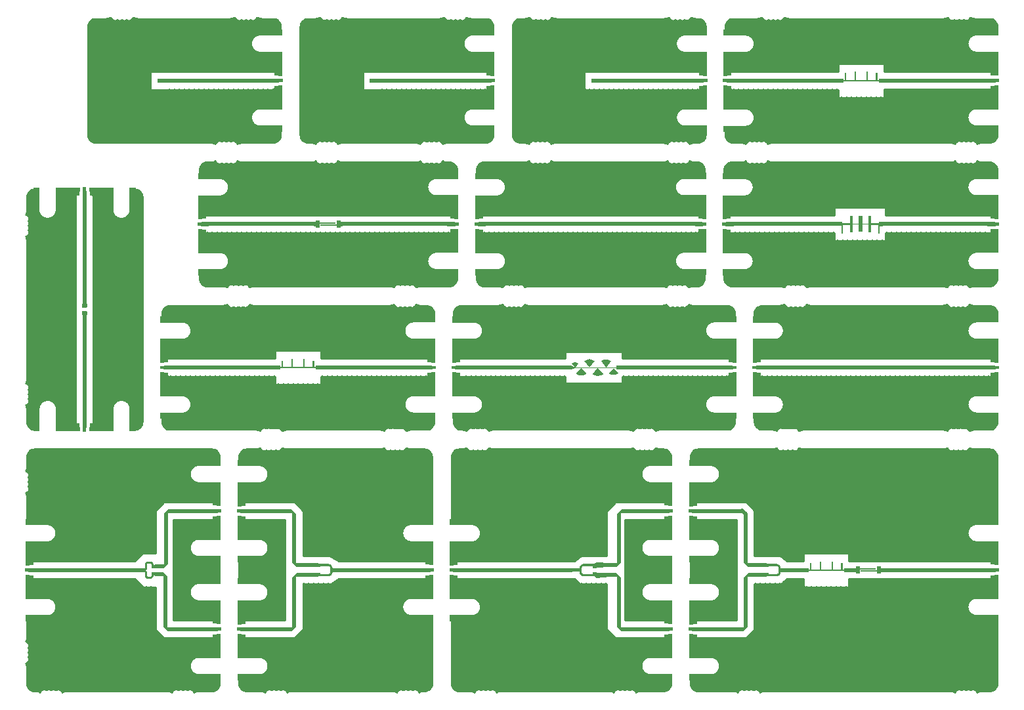
<source format=gtl>
G04 #@! TF.GenerationSoftware,KiCad,Pcbnew,(5.1.2)-2*
G04 #@! TF.CreationDate,2019-09-16T23:42:13-05:00*
G04 #@! TF.ProjectId,front_end,66726f6e-745f-4656-9e64-2e6b69636164,rev?*
G04 #@! TF.SameCoordinates,Original*
G04 #@! TF.FileFunction,Copper,L1,Top*
G04 #@! TF.FilePolarity,Positive*
%FSLAX46Y46*%
G04 Gerber Fmt 4.6, Leading zero omitted, Abs format (unit mm)*
G04 Created by KiCad (PCBNEW (5.1.2)-2) date 2019-09-16 23:42:13*
%MOMM*%
%LPD*%
G04 APERTURE LIST*
%ADD10C,0.100000*%
%ADD11C,0.590000*%
%ADD12C,0.254000*%
%ADD13C,0.431800*%
%ADD14C,0.406400*%
%ADD15R,0.533400X0.202691*%
%ADD16R,0.202691X0.533400*%
%ADD17C,0.202691*%
%ADD18C,0.533400*%
%ADD19R,1.200000X0.540000*%
%ADD20C,1.890000*%
%ADD21R,0.193040X0.508000*%
%ADD22C,0.193040*%
%ADD23R,0.508000X0.193040*%
%ADD24C,0.508000*%
%ADD25R,0.508000X0.508000*%
%ADD26R,0.533400X0.533400*%
%ADD27R,0.539750X0.533400*%
%ADD28R,0.420200X0.533400*%
%ADD29C,0.500000*%
%ADD30R,0.533400X0.053340*%
%ADD31R,0.053340X0.533400*%
%ADD32C,0.457200*%
%ADD33C,0.533400*%
%ADD34C,0.508000*%
%ADD35C,0.254000*%
G04 APERTURE END LIST*
D10*
G36*
X258577700Y-145735716D02*
G01*
X258044300Y-145735716D01*
X258044300Y-145469016D01*
X257777600Y-145469016D01*
X257777600Y-144935616D01*
X257980292Y-144935617D01*
X258577700Y-145533025D01*
X258577700Y-145735716D01*
X258577700Y-145735716D01*
G37*
G36*
X258044300Y-151653916D02*
G01*
X258577700Y-151653916D01*
X258577700Y-151920616D01*
X258844400Y-151920616D01*
X258844400Y-152454016D01*
X258641708Y-152454015D01*
X258044300Y-151856607D01*
X258044300Y-151653916D01*
X258044300Y-151653916D01*
G37*
G36*
X257777600Y-160716700D02*
G01*
X257777600Y-160183300D01*
X258044300Y-160183300D01*
X258044300Y-159916600D01*
X258577700Y-159916600D01*
X258577699Y-160119292D01*
X257980291Y-160716700D01*
X257777600Y-160716700D01*
X257777600Y-160716700D01*
G37*
G36*
X258844400Y-153205984D02*
G01*
X258844400Y-153739384D01*
X258577700Y-153739384D01*
X258577700Y-154006084D01*
X258044300Y-154006084D01*
X258044301Y-153803392D01*
X258641709Y-153205984D01*
X258844400Y-153205984D01*
X258844400Y-153205984D01*
G37*
G36*
X173245058Y-118417130D02*
G01*
X173259376Y-118419254D01*
X173273417Y-118422771D01*
X173287046Y-118427648D01*
X173300131Y-118433837D01*
X173312547Y-118441278D01*
X173324173Y-118449901D01*
X173334898Y-118459622D01*
X173344619Y-118470347D01*
X173353242Y-118481973D01*
X173360683Y-118494389D01*
X173366872Y-118507474D01*
X173371749Y-118521103D01*
X173375266Y-118535144D01*
X173377390Y-118549462D01*
X173378100Y-118563920D01*
X173378100Y-118858920D01*
X173377390Y-118873378D01*
X173375266Y-118887696D01*
X173371749Y-118901737D01*
X173366872Y-118915366D01*
X173360683Y-118928451D01*
X173353242Y-118940867D01*
X173344619Y-118952493D01*
X173334898Y-118963218D01*
X173324173Y-118972939D01*
X173312547Y-118981562D01*
X173300131Y-118989003D01*
X173287046Y-118995192D01*
X173273417Y-119000069D01*
X173259376Y-119003586D01*
X173245058Y-119005710D01*
X173230600Y-119006420D01*
X172885600Y-119006420D01*
X172871142Y-119005710D01*
X172856824Y-119003586D01*
X172842783Y-119000069D01*
X172829154Y-118995192D01*
X172816069Y-118989003D01*
X172803653Y-118981562D01*
X172792027Y-118972939D01*
X172781302Y-118963218D01*
X172771581Y-118952493D01*
X172762958Y-118940867D01*
X172755517Y-118928451D01*
X172749328Y-118915366D01*
X172744451Y-118901737D01*
X172740934Y-118887696D01*
X172738810Y-118873378D01*
X172738100Y-118858920D01*
X172738100Y-118563920D01*
X172738810Y-118549462D01*
X172740934Y-118535144D01*
X172744451Y-118521103D01*
X172749328Y-118507474D01*
X172755517Y-118494389D01*
X172762958Y-118481973D01*
X172771581Y-118470347D01*
X172781302Y-118459622D01*
X172792027Y-118449901D01*
X172803653Y-118441278D01*
X172816069Y-118433837D01*
X172829154Y-118427648D01*
X172842783Y-118422771D01*
X172856824Y-118419254D01*
X172871142Y-118417130D01*
X172885600Y-118416420D01*
X173230600Y-118416420D01*
X173245058Y-118417130D01*
X173245058Y-118417130D01*
G37*
D11*
X173058100Y-118711420D03*
D10*
G36*
X173245058Y-119387130D02*
G01*
X173259376Y-119389254D01*
X173273417Y-119392771D01*
X173287046Y-119397648D01*
X173300131Y-119403837D01*
X173312547Y-119411278D01*
X173324173Y-119419901D01*
X173334898Y-119429622D01*
X173344619Y-119440347D01*
X173353242Y-119451973D01*
X173360683Y-119464389D01*
X173366872Y-119477474D01*
X173371749Y-119491103D01*
X173375266Y-119505144D01*
X173377390Y-119519462D01*
X173378100Y-119533920D01*
X173378100Y-119828920D01*
X173377390Y-119843378D01*
X173375266Y-119857696D01*
X173371749Y-119871737D01*
X173366872Y-119885366D01*
X173360683Y-119898451D01*
X173353242Y-119910867D01*
X173344619Y-119922493D01*
X173334898Y-119933218D01*
X173324173Y-119942939D01*
X173312547Y-119951562D01*
X173300131Y-119959003D01*
X173287046Y-119965192D01*
X173273417Y-119970069D01*
X173259376Y-119973586D01*
X173245058Y-119975710D01*
X173230600Y-119976420D01*
X172885600Y-119976420D01*
X172871142Y-119975710D01*
X172856824Y-119973586D01*
X172842783Y-119970069D01*
X172829154Y-119965192D01*
X172816069Y-119959003D01*
X172803653Y-119951562D01*
X172792027Y-119942939D01*
X172781302Y-119933218D01*
X172771581Y-119922493D01*
X172762958Y-119910867D01*
X172755517Y-119898451D01*
X172749328Y-119885366D01*
X172744451Y-119871737D01*
X172740934Y-119857696D01*
X172738810Y-119843378D01*
X172738100Y-119828920D01*
X172738100Y-119533920D01*
X172738810Y-119519462D01*
X172740934Y-119505144D01*
X172744451Y-119491103D01*
X172749328Y-119477474D01*
X172755517Y-119464389D01*
X172762958Y-119451973D01*
X172771581Y-119440347D01*
X172781302Y-119429622D01*
X172792027Y-119419901D01*
X172803653Y-119411278D01*
X172816069Y-119403837D01*
X172829154Y-119397648D01*
X172842783Y-119392771D01*
X172856824Y-119389254D01*
X172871142Y-119387130D01*
X172885600Y-119386420D01*
X173230600Y-119386420D01*
X173245058Y-119387130D01*
X173245058Y-119387130D01*
G37*
D11*
X173058100Y-119681420D03*
D12*
X173947100Y-134624800D03*
D10*
G36*
X179672200Y-134878400D02*
G01*
X178872200Y-134878400D01*
X178872200Y-132059400D01*
X178872154Y-132047760D01*
X178871842Y-132030310D01*
X178871237Y-132012867D01*
X178870340Y-131995437D01*
X178869151Y-131978025D01*
X178867670Y-131960635D01*
X178865898Y-131943272D01*
X178863836Y-131925941D01*
X178861483Y-131908647D01*
X178858841Y-131891395D01*
X178855910Y-131874190D01*
X178852691Y-131857036D01*
X178849185Y-131839939D01*
X178845394Y-131822903D01*
X178841317Y-131805932D01*
X178836956Y-131789033D01*
X178832313Y-131772209D01*
X178827389Y-131755465D01*
X178822185Y-131738805D01*
X178816702Y-131722236D01*
X178810942Y-131705760D01*
X178804908Y-131689384D01*
X178798599Y-131673111D01*
X178792019Y-131656946D01*
X178785169Y-131640893D01*
X178778051Y-131624958D01*
X178770666Y-131609144D01*
X178763018Y-131593455D01*
X178755108Y-131577898D01*
X178746939Y-131562475D01*
X178738512Y-131547191D01*
X178729830Y-131532050D01*
X178720896Y-131517057D01*
X178711711Y-131502216D01*
X178702280Y-131487531D01*
X178692603Y-131473006D01*
X178682685Y-131458645D01*
X178672527Y-131444453D01*
X178662133Y-131430432D01*
X178651505Y-131416588D01*
X178640647Y-131402924D01*
X178629562Y-131389443D01*
X178618252Y-131376151D01*
X178606721Y-131363049D01*
X178594972Y-131350143D01*
X178583008Y-131337435D01*
X178570833Y-131324930D01*
X178558450Y-131312630D01*
X178545863Y-131300540D01*
X178533076Y-131288662D01*
X178520090Y-131277001D01*
X178506912Y-131265558D01*
X178493543Y-131254338D01*
X178479988Y-131243344D01*
X178466251Y-131232578D01*
X178452336Y-131222044D01*
X178438245Y-131211744D01*
X178423985Y-131201682D01*
X178409557Y-131191861D01*
X178394967Y-131182282D01*
X178380219Y-131172950D01*
X178365316Y-131163866D01*
X178350264Y-131155033D01*
X178335065Y-131146453D01*
X178319725Y-131138129D01*
X178304247Y-131130064D01*
X178288636Y-131122259D01*
X178272897Y-131114717D01*
X178257034Y-131107439D01*
X178241050Y-131100428D01*
X178224952Y-131093687D01*
X178208743Y-131087215D01*
X178192428Y-131081017D01*
X178176011Y-131075092D01*
X178159497Y-131069444D01*
X178142891Y-131064073D01*
X178126197Y-131058981D01*
X178109420Y-131054170D01*
X178092565Y-131049640D01*
X178075637Y-131045394D01*
X178058639Y-131041431D01*
X178041578Y-131037754D01*
X178024457Y-131034364D01*
X178007282Y-131031261D01*
X177990058Y-131028446D01*
X177972788Y-131025920D01*
X177955479Y-131023684D01*
X177938135Y-131021738D01*
X177920760Y-131020083D01*
X177903361Y-131018720D01*
X177885941Y-131017648D01*
X177868505Y-131016869D01*
X177851059Y-131016381D01*
X177833607Y-131016186D01*
X177816154Y-131016284D01*
X177798705Y-131016674D01*
X177781265Y-131017356D01*
X177763839Y-131018331D01*
X177746432Y-131019597D01*
X177729049Y-131021155D01*
X177711694Y-131023004D01*
X177694373Y-131025143D01*
X177677089Y-131027573D01*
X177659849Y-131030291D01*
X177642657Y-131033298D01*
X177625518Y-131036593D01*
X177608436Y-131040175D01*
X177591417Y-131044042D01*
X177574465Y-131048194D01*
X177557585Y-131052630D01*
X177540782Y-131057347D01*
X177524060Y-131062346D01*
X177507424Y-131067624D01*
X177490879Y-131073180D01*
X177474429Y-131079013D01*
X177458080Y-131085120D01*
X177441835Y-131091501D01*
X177425699Y-131098153D01*
X177409677Y-131105074D01*
X177393773Y-131112263D01*
X177377992Y-131119718D01*
X177362338Y-131127435D01*
X177346816Y-131135414D01*
X177331429Y-131143652D01*
X177316183Y-131152147D01*
X177301081Y-131160896D01*
X177286128Y-131169897D01*
X177271327Y-131179147D01*
X177256684Y-131188643D01*
X177242202Y-131198384D01*
X177227886Y-131208366D01*
X177213738Y-131218587D01*
X177199764Y-131229043D01*
X177185967Y-131239732D01*
X177172351Y-131250651D01*
X177158920Y-131261796D01*
X177145678Y-131273165D01*
X177132628Y-131284754D01*
X177119774Y-131296560D01*
X177107119Y-131308580D01*
X177094668Y-131320810D01*
X177082424Y-131333247D01*
X177070389Y-131345888D01*
X177058569Y-131358729D01*
X177046965Y-131371765D01*
X177035581Y-131384995D01*
X177024420Y-131398413D01*
X177013486Y-131412016D01*
X177002781Y-131425801D01*
X176992309Y-131439763D01*
X176982072Y-131453899D01*
X176972074Y-131468204D01*
X176962316Y-131482675D01*
X176952803Y-131497307D01*
X176943536Y-131512097D01*
X176934518Y-131527040D01*
X176925752Y-131542132D01*
X176917240Y-131557368D01*
X176908984Y-131572746D01*
X176900987Y-131588259D01*
X176893252Y-131603904D01*
X176885779Y-131619677D01*
X176878572Y-131635572D01*
X176871633Y-131651586D01*
X176864962Y-131667714D01*
X176858563Y-131683952D01*
X176852437Y-131700295D01*
X176846586Y-131716738D01*
X176841011Y-131733276D01*
X176835714Y-131749906D01*
X176830696Y-131766622D01*
X176825959Y-131783420D01*
X176821504Y-131800295D01*
X176817333Y-131817243D01*
X176813446Y-131834257D01*
X176809845Y-131851335D01*
X176806530Y-131868470D01*
X176803503Y-131885659D01*
X176800765Y-131902896D01*
X176798316Y-131920176D01*
X176796157Y-131937495D01*
X176794288Y-131954848D01*
X176792710Y-131972230D01*
X176791424Y-131989635D01*
X176790430Y-132007060D01*
X176789727Y-132024499D01*
X176789317Y-132041947D01*
X176789200Y-132059400D01*
X176789200Y-134878400D01*
X173675200Y-134878400D01*
X173754200Y-133862400D01*
X174401200Y-133837400D01*
X174419200Y-133837400D01*
X174436200Y-133836400D01*
X174454200Y-133836400D01*
X174471200Y-133835400D01*
X174489200Y-133834400D01*
X174523200Y-133832400D01*
X174541200Y-133831400D01*
X174575200Y-133827400D01*
X174593200Y-133825400D01*
X174627200Y-133821400D01*
X174645200Y-133818400D01*
X174713200Y-133806400D01*
X174730200Y-133802400D01*
X174748200Y-133798400D01*
X174765200Y-133795400D01*
X174782200Y-133791400D01*
X174798200Y-133786400D01*
X174815200Y-133782400D01*
X174866200Y-133767400D01*
X174882200Y-133762400D01*
X174899200Y-133757400D01*
X174915200Y-133751400D01*
X174932200Y-133745400D01*
X174948200Y-133739400D01*
X174965200Y-133733400D01*
X174997200Y-133721400D01*
X175077200Y-133686400D01*
X175109200Y-133670400D01*
X175124200Y-133663400D01*
X175140200Y-133655400D01*
X175155200Y-133646400D01*
X175170200Y-133638400D01*
X175186200Y-133629400D01*
X175201200Y-133621400D01*
X175231200Y-133603400D01*
X175245200Y-133594400D01*
X175260200Y-133584400D01*
X175275200Y-133575400D01*
X175289200Y-133565400D01*
X175304200Y-133555400D01*
X175346200Y-133525400D01*
X175360200Y-133514400D01*
X175374200Y-133504400D01*
X175388200Y-133493400D01*
X175401200Y-133482400D01*
X175415200Y-133471400D01*
X175428200Y-133460400D01*
X175442200Y-133448400D01*
X175455200Y-133437400D01*
X175481200Y-133413400D01*
X175493200Y-133401400D01*
X175506200Y-133389400D01*
X175518200Y-133377400D01*
X175531200Y-133365400D01*
X175543200Y-133352400D01*
X175555200Y-133340400D01*
X175579200Y-133314400D01*
X175590200Y-133301400D01*
X175602200Y-133288400D01*
X175613200Y-133275400D01*
X175624200Y-133261400D01*
X175635200Y-133248400D01*
X175657200Y-133220400D01*
X175668200Y-133207400D01*
X175678200Y-133193400D01*
X175688200Y-133178400D01*
X175699200Y-133164400D01*
X175709200Y-133150400D01*
X175718200Y-133136400D01*
X175728200Y-133121400D01*
X175737200Y-133106400D01*
X175747200Y-133092400D01*
X175783200Y-133032400D01*
X175791200Y-133016400D01*
X175799200Y-133001400D01*
X175808200Y-132986400D01*
X175816200Y-132970400D01*
X175823200Y-132955400D01*
X175839200Y-132923400D01*
X175867200Y-132859400D01*
X175873200Y-132843400D01*
X175880200Y-132827400D01*
X175886200Y-132811400D01*
X175892200Y-132794400D01*
X175898200Y-132778400D01*
X175904200Y-132761400D01*
X175909200Y-132745400D01*
X175915200Y-132728400D01*
X175920200Y-132712400D01*
X175930200Y-132678400D01*
X175934200Y-132661400D01*
X175939200Y-132644400D01*
X175955200Y-132576400D01*
X175958200Y-132559400D01*
X175962200Y-132542400D01*
X175968200Y-132508400D01*
X175970200Y-132490400D01*
X175973200Y-132473400D01*
X175977200Y-132439400D01*
X175979200Y-132421400D01*
X175983200Y-132387400D01*
X175984200Y-132369400D01*
X175985200Y-132352400D01*
X175986200Y-132334400D01*
X175987200Y-132317400D01*
X175988200Y-132299400D01*
X175988200Y-132282400D01*
X175989200Y-132265400D01*
X175989200Y-129653400D01*
X179672200Y-129653400D01*
X179672200Y-134878400D01*
X179672200Y-134878400D01*
G37*
D12*
X172169100Y-134624800D03*
D10*
G36*
X170147200Y-132265400D02*
G01*
X170148200Y-132282400D01*
X170148200Y-132299400D01*
X170149200Y-132317400D01*
X170150200Y-132334400D01*
X170151200Y-132352400D01*
X170152200Y-132369400D01*
X170153200Y-132387400D01*
X170157200Y-132421400D01*
X170159200Y-132439400D01*
X170163200Y-132473400D01*
X170166200Y-132490400D01*
X170168200Y-132508400D01*
X170174200Y-132542400D01*
X170178200Y-132559400D01*
X170181200Y-132576400D01*
X170197200Y-132644400D01*
X170202200Y-132661400D01*
X170206200Y-132678400D01*
X170216200Y-132712400D01*
X170221200Y-132728400D01*
X170227200Y-132745400D01*
X170232200Y-132761400D01*
X170238200Y-132778400D01*
X170244200Y-132794400D01*
X170250200Y-132811400D01*
X170256200Y-132827400D01*
X170263200Y-132843400D01*
X170269200Y-132859400D01*
X170297200Y-132923400D01*
X170313200Y-132955400D01*
X170320200Y-132970400D01*
X170328200Y-132986400D01*
X170337200Y-133001400D01*
X170345200Y-133016400D01*
X170353200Y-133032400D01*
X170389200Y-133092400D01*
X170399200Y-133106400D01*
X170408200Y-133121400D01*
X170418200Y-133136400D01*
X170427200Y-133150400D01*
X170437200Y-133164400D01*
X170448200Y-133178400D01*
X170458200Y-133193400D01*
X170468200Y-133207400D01*
X170479200Y-133220400D01*
X170501200Y-133248400D01*
X170512200Y-133261400D01*
X170523200Y-133275400D01*
X170534200Y-133288400D01*
X170546200Y-133301400D01*
X170557200Y-133314400D01*
X170581200Y-133340400D01*
X170593200Y-133352400D01*
X170605200Y-133365400D01*
X170618200Y-133377400D01*
X170630200Y-133389400D01*
X170643200Y-133401400D01*
X170655200Y-133413400D01*
X170681200Y-133437400D01*
X170694200Y-133448400D01*
X170708200Y-133460400D01*
X170721200Y-133471400D01*
X170735200Y-133482400D01*
X170748200Y-133493400D01*
X170762200Y-133504400D01*
X170776200Y-133514400D01*
X170790200Y-133525400D01*
X170832200Y-133555400D01*
X170847200Y-133565400D01*
X170861200Y-133575400D01*
X170876200Y-133584400D01*
X170891200Y-133594400D01*
X170905200Y-133603400D01*
X170935200Y-133621400D01*
X170950200Y-133629400D01*
X170966200Y-133638400D01*
X170981200Y-133646400D01*
X170996200Y-133655400D01*
X171012200Y-133663400D01*
X171027200Y-133670400D01*
X171059200Y-133686400D01*
X171139200Y-133721400D01*
X171171200Y-133733400D01*
X171188200Y-133739400D01*
X171204200Y-133745400D01*
X171221200Y-133751400D01*
X171237200Y-133757400D01*
X171254200Y-133762400D01*
X171270200Y-133767400D01*
X171321200Y-133782400D01*
X171338200Y-133786400D01*
X171354200Y-133791400D01*
X171371200Y-133795400D01*
X171388200Y-133798400D01*
X171406200Y-133802400D01*
X171423200Y-133806400D01*
X171491200Y-133818400D01*
X171509200Y-133821400D01*
X171543200Y-133825400D01*
X171561200Y-133827400D01*
X171595200Y-133831400D01*
X171613200Y-133832400D01*
X171647200Y-133834400D01*
X171665200Y-133835400D01*
X171682200Y-133836400D01*
X171700200Y-133836400D01*
X171717200Y-133837400D01*
X171735200Y-133837400D01*
X172382200Y-133862400D01*
X172461200Y-134878400D01*
X169347200Y-134878400D01*
X169347200Y-132059400D01*
X169347154Y-132047760D01*
X169346842Y-132030310D01*
X169346237Y-132012867D01*
X169345340Y-131995437D01*
X169344151Y-131978025D01*
X169342670Y-131960635D01*
X169340898Y-131943272D01*
X169338836Y-131925941D01*
X169336483Y-131908647D01*
X169333841Y-131891395D01*
X169330910Y-131874190D01*
X169327691Y-131857036D01*
X169324185Y-131839939D01*
X169320394Y-131822903D01*
X169316317Y-131805932D01*
X169311956Y-131789033D01*
X169307313Y-131772209D01*
X169302389Y-131755465D01*
X169297185Y-131738805D01*
X169291702Y-131722236D01*
X169285942Y-131705760D01*
X169279908Y-131689384D01*
X169273599Y-131673111D01*
X169267019Y-131656946D01*
X169260169Y-131640893D01*
X169253051Y-131624958D01*
X169245666Y-131609144D01*
X169238018Y-131593455D01*
X169230108Y-131577898D01*
X169221939Y-131562475D01*
X169213512Y-131547191D01*
X169204830Y-131532050D01*
X169195896Y-131517057D01*
X169186711Y-131502216D01*
X169177280Y-131487531D01*
X169167603Y-131473006D01*
X169157685Y-131458645D01*
X169147527Y-131444453D01*
X169137133Y-131430432D01*
X169126505Y-131416588D01*
X169115647Y-131402924D01*
X169104562Y-131389443D01*
X169093252Y-131376151D01*
X169081721Y-131363049D01*
X169069972Y-131350143D01*
X169058008Y-131337435D01*
X169045833Y-131324930D01*
X169033450Y-131312630D01*
X169020863Y-131300540D01*
X169008076Y-131288662D01*
X168995090Y-131277001D01*
X168981912Y-131265558D01*
X168968543Y-131254338D01*
X168954988Y-131243344D01*
X168941251Y-131232578D01*
X168927336Y-131222044D01*
X168913245Y-131211744D01*
X168898985Y-131201682D01*
X168884557Y-131191861D01*
X168869967Y-131182282D01*
X168855219Y-131172950D01*
X168840316Y-131163866D01*
X168825264Y-131155033D01*
X168810065Y-131146453D01*
X168794725Y-131138129D01*
X168779247Y-131130064D01*
X168763636Y-131122259D01*
X168747897Y-131114717D01*
X168732034Y-131107439D01*
X168716050Y-131100428D01*
X168699952Y-131093687D01*
X168683743Y-131087215D01*
X168667428Y-131081017D01*
X168651011Y-131075092D01*
X168634497Y-131069444D01*
X168617891Y-131064073D01*
X168601197Y-131058981D01*
X168584420Y-131054170D01*
X168567565Y-131049640D01*
X168550637Y-131045394D01*
X168533639Y-131041431D01*
X168516578Y-131037754D01*
X168499457Y-131034364D01*
X168482282Y-131031261D01*
X168465058Y-131028446D01*
X168447788Y-131025920D01*
X168430479Y-131023684D01*
X168413135Y-131021738D01*
X168395760Y-131020083D01*
X168378361Y-131018720D01*
X168360941Y-131017648D01*
X168343505Y-131016869D01*
X168326059Y-131016381D01*
X168308607Y-131016186D01*
X168291154Y-131016284D01*
X168273705Y-131016674D01*
X168256265Y-131017356D01*
X168238839Y-131018331D01*
X168221432Y-131019597D01*
X168204049Y-131021155D01*
X168186694Y-131023004D01*
X168169373Y-131025143D01*
X168152089Y-131027573D01*
X168134849Y-131030291D01*
X168117657Y-131033298D01*
X168100518Y-131036593D01*
X168083436Y-131040175D01*
X168066417Y-131044042D01*
X168049465Y-131048194D01*
X168032585Y-131052630D01*
X168015782Y-131057347D01*
X167999060Y-131062346D01*
X167982424Y-131067624D01*
X167965879Y-131073180D01*
X167949429Y-131079013D01*
X167933080Y-131085120D01*
X167916835Y-131091501D01*
X167900699Y-131098153D01*
X167884677Y-131105074D01*
X167868773Y-131112263D01*
X167852992Y-131119718D01*
X167837338Y-131127435D01*
X167821816Y-131135414D01*
X167806429Y-131143652D01*
X167791183Y-131152147D01*
X167776081Y-131160896D01*
X167761128Y-131169897D01*
X167746327Y-131179147D01*
X167731684Y-131188643D01*
X167717202Y-131198384D01*
X167702886Y-131208366D01*
X167688738Y-131218587D01*
X167674764Y-131229043D01*
X167660967Y-131239732D01*
X167647351Y-131250651D01*
X167633920Y-131261796D01*
X167620678Y-131273165D01*
X167607628Y-131284754D01*
X167594774Y-131296560D01*
X167582119Y-131308580D01*
X167569668Y-131320810D01*
X167557424Y-131333247D01*
X167545389Y-131345888D01*
X167533569Y-131358729D01*
X167521965Y-131371765D01*
X167510581Y-131384995D01*
X167499420Y-131398413D01*
X167488486Y-131412016D01*
X167477781Y-131425801D01*
X167467309Y-131439763D01*
X167457072Y-131453899D01*
X167447074Y-131468204D01*
X167437316Y-131482675D01*
X167427803Y-131497307D01*
X167418536Y-131512097D01*
X167409518Y-131527040D01*
X167400752Y-131542132D01*
X167392240Y-131557368D01*
X167383984Y-131572746D01*
X167375987Y-131588259D01*
X167368252Y-131603904D01*
X167360779Y-131619677D01*
X167353572Y-131635572D01*
X167346633Y-131651586D01*
X167339962Y-131667714D01*
X167333563Y-131683952D01*
X167327437Y-131700295D01*
X167321586Y-131716738D01*
X167316011Y-131733276D01*
X167310714Y-131749906D01*
X167305696Y-131766622D01*
X167300959Y-131783420D01*
X167296504Y-131800295D01*
X167292333Y-131817243D01*
X167288446Y-131834257D01*
X167284845Y-131851335D01*
X167281530Y-131868470D01*
X167278503Y-131885659D01*
X167275765Y-131902896D01*
X167273316Y-131920176D01*
X167271157Y-131937495D01*
X167269288Y-131954848D01*
X167267710Y-131972230D01*
X167266424Y-131989635D01*
X167265430Y-132007060D01*
X167264727Y-132024499D01*
X167264317Y-132041947D01*
X167264200Y-132059400D01*
X167264200Y-134878400D01*
X166464200Y-134878400D01*
X166464200Y-129653400D01*
X170147200Y-129653400D01*
X170147200Y-132265400D01*
X170147200Y-132265400D01*
G37*
D13*
X166784300Y-134447000D03*
X166784300Y-133812000D03*
X166784300Y-132542000D03*
X166784300Y-133177000D03*
X166784300Y-131907000D03*
X166784300Y-131272000D03*
X166784300Y-130637000D03*
X179331900Y-134447000D03*
X179331900Y-133812000D03*
X179331900Y-133177000D03*
X179331900Y-132542000D03*
X179331900Y-131907000D03*
X179331900Y-131272000D03*
X179331900Y-130637000D03*
X176309300Y-130637000D03*
X176309300Y-131272000D03*
X176309300Y-131907000D03*
X176309300Y-132542000D03*
X176182300Y-133202400D03*
X175801300Y-133812000D03*
X173972500Y-134226020D03*
X174607500Y-134226020D03*
X175242500Y-134226020D03*
X171508700Y-134226020D03*
X172143700Y-134226020D03*
X170314900Y-133812000D03*
X169806900Y-131272000D03*
X169806900Y-131907000D03*
X169806900Y-132542000D03*
X170873700Y-134226020D03*
X169933900Y-133202400D03*
X169806900Y-130637000D03*
D14*
X173058100Y-133812000D03*
D10*
G36*
X173324800Y-133456400D02*
G01*
X173324800Y-133989800D01*
X173261300Y-134955000D01*
X172854900Y-134955000D01*
X172791400Y-133989800D01*
X172791400Y-133456400D01*
X173324800Y-133456400D01*
X173324800Y-133456400D01*
G37*
D13*
X178493700Y-130027400D03*
X176588700Y-130027400D03*
X177858700Y-130027400D03*
X177223700Y-130027400D03*
X179128700Y-130027400D03*
X168968700Y-130027400D03*
X167063700Y-130027400D03*
X168333700Y-130027400D03*
X167698700Y-130027400D03*
X169603700Y-130027400D03*
X176512500Y-108363020D03*
X178417500Y-108363020D03*
X177782500Y-108363020D03*
X179052500Y-108363020D03*
X177147500Y-108363020D03*
X166987500Y-108363020D03*
X168892500Y-108363020D03*
X168257500Y-108363020D03*
X169527500Y-108363020D03*
X167622500Y-108363020D03*
D14*
X173058100Y-104578420D03*
D10*
G36*
X172791400Y-104934020D02*
G01*
X172791400Y-104400620D01*
X172854900Y-103435420D01*
X173261300Y-103435420D01*
X173324800Y-104400620D01*
X173324800Y-104934020D01*
X172791400Y-104934020D01*
X172791400Y-104934020D01*
G37*
D13*
X176309300Y-107753420D03*
X176182300Y-105188020D03*
X175242500Y-104164400D03*
X176309300Y-105848420D03*
X176309300Y-106483420D03*
X176309300Y-107118420D03*
X175801300Y-104578420D03*
X173972500Y-104164400D03*
X174607500Y-104164400D03*
X170873700Y-104164400D03*
X171508700Y-104164400D03*
X172143700Y-104164400D03*
X170314900Y-104578420D03*
X169933900Y-105188020D03*
X169806900Y-105848420D03*
X169806900Y-106483420D03*
X169806900Y-107118420D03*
X169806900Y-107753420D03*
X166784300Y-107753420D03*
X166784300Y-107118420D03*
X166784300Y-106483420D03*
X166784300Y-105848420D03*
X166784300Y-105213420D03*
X166784300Y-104578420D03*
X166784300Y-103943420D03*
X179331900Y-107753420D03*
X179331900Y-107118420D03*
X179331900Y-106483420D03*
X179331900Y-105213420D03*
X179331900Y-105848420D03*
X179331900Y-104578420D03*
X179331900Y-103943420D03*
D12*
X173947100Y-103765620D03*
D10*
G36*
X175969000Y-106125020D02*
G01*
X175968000Y-106108020D01*
X175968000Y-106091020D01*
X175967000Y-106073020D01*
X175966000Y-106056020D01*
X175965000Y-106038020D01*
X175964000Y-106021020D01*
X175963000Y-106003020D01*
X175959000Y-105969020D01*
X175957000Y-105951020D01*
X175953000Y-105917020D01*
X175950000Y-105900020D01*
X175948000Y-105882020D01*
X175942000Y-105848020D01*
X175938000Y-105831020D01*
X175935000Y-105814020D01*
X175919000Y-105746020D01*
X175914000Y-105729020D01*
X175910000Y-105712020D01*
X175900000Y-105678020D01*
X175895000Y-105662020D01*
X175889000Y-105645020D01*
X175884000Y-105629020D01*
X175878000Y-105612020D01*
X175872000Y-105596020D01*
X175866000Y-105579020D01*
X175860000Y-105563020D01*
X175853000Y-105547020D01*
X175847000Y-105531020D01*
X175819000Y-105467020D01*
X175803000Y-105435020D01*
X175796000Y-105420020D01*
X175788000Y-105404020D01*
X175779000Y-105389020D01*
X175771000Y-105374020D01*
X175763000Y-105358020D01*
X175727000Y-105298020D01*
X175717000Y-105284020D01*
X175708000Y-105269020D01*
X175698000Y-105254020D01*
X175689000Y-105240020D01*
X175679000Y-105226020D01*
X175668000Y-105212020D01*
X175658000Y-105197020D01*
X175648000Y-105183020D01*
X175637000Y-105170020D01*
X175615000Y-105142020D01*
X175604000Y-105129020D01*
X175593000Y-105115020D01*
X175582000Y-105102020D01*
X175570000Y-105089020D01*
X175559000Y-105076020D01*
X175535000Y-105050020D01*
X175523000Y-105038020D01*
X175511000Y-105025020D01*
X175498000Y-105013020D01*
X175486000Y-105001020D01*
X175473000Y-104989020D01*
X175461000Y-104977020D01*
X175435000Y-104953020D01*
X175422000Y-104942020D01*
X175408000Y-104930020D01*
X175395000Y-104919020D01*
X175381000Y-104908020D01*
X175368000Y-104897020D01*
X175354000Y-104886020D01*
X175340000Y-104876020D01*
X175326000Y-104865020D01*
X175284000Y-104835020D01*
X175269000Y-104825020D01*
X175255000Y-104815020D01*
X175240000Y-104806020D01*
X175225000Y-104796020D01*
X175211000Y-104787020D01*
X175181000Y-104769020D01*
X175166000Y-104761020D01*
X175150000Y-104752020D01*
X175135000Y-104744020D01*
X175120000Y-104735020D01*
X175104000Y-104727020D01*
X175089000Y-104720020D01*
X175057000Y-104704020D01*
X174977000Y-104669020D01*
X174945000Y-104657020D01*
X174928000Y-104651020D01*
X174912000Y-104645020D01*
X174895000Y-104639020D01*
X174879000Y-104633020D01*
X174862000Y-104628020D01*
X174846000Y-104623020D01*
X174795000Y-104608020D01*
X174778000Y-104604020D01*
X174762000Y-104599020D01*
X174745000Y-104595020D01*
X174728000Y-104592020D01*
X174710000Y-104588020D01*
X174693000Y-104584020D01*
X174625000Y-104572020D01*
X174607000Y-104569020D01*
X174573000Y-104565020D01*
X174555000Y-104563020D01*
X174521000Y-104559020D01*
X174503000Y-104558020D01*
X174469000Y-104556020D01*
X174451000Y-104555020D01*
X174434000Y-104554020D01*
X174416000Y-104554020D01*
X174399000Y-104553020D01*
X174381000Y-104553020D01*
X173734000Y-104528020D01*
X173655000Y-103512020D01*
X176769000Y-103512020D01*
X176769000Y-106331020D01*
X176769046Y-106342660D01*
X176769358Y-106360110D01*
X176769963Y-106377553D01*
X176770860Y-106394983D01*
X176772049Y-106412395D01*
X176773530Y-106429785D01*
X176775302Y-106447148D01*
X176777364Y-106464479D01*
X176779717Y-106481773D01*
X176782359Y-106499025D01*
X176785290Y-106516230D01*
X176788509Y-106533384D01*
X176792015Y-106550481D01*
X176795806Y-106567517D01*
X176799883Y-106584488D01*
X176804244Y-106601387D01*
X176808887Y-106618211D01*
X176813811Y-106634955D01*
X176819015Y-106651615D01*
X176824498Y-106668184D01*
X176830258Y-106684660D01*
X176836292Y-106701036D01*
X176842601Y-106717309D01*
X176849181Y-106733474D01*
X176856031Y-106749527D01*
X176863149Y-106765462D01*
X176870534Y-106781276D01*
X176878182Y-106796965D01*
X176886092Y-106812522D01*
X176894261Y-106827945D01*
X176902688Y-106843229D01*
X176911370Y-106858370D01*
X176920304Y-106873363D01*
X176929489Y-106888204D01*
X176938920Y-106902889D01*
X176948597Y-106917414D01*
X176958515Y-106931775D01*
X176968673Y-106945967D01*
X176979067Y-106959988D01*
X176989695Y-106973832D01*
X177000553Y-106987496D01*
X177011638Y-107000977D01*
X177022948Y-107014269D01*
X177034479Y-107027371D01*
X177046228Y-107040277D01*
X177058192Y-107052985D01*
X177070367Y-107065490D01*
X177082750Y-107077790D01*
X177095337Y-107089880D01*
X177108124Y-107101758D01*
X177121110Y-107113419D01*
X177134288Y-107124862D01*
X177147657Y-107136082D01*
X177161212Y-107147076D01*
X177174949Y-107157842D01*
X177188864Y-107168376D01*
X177202955Y-107178676D01*
X177217215Y-107188738D01*
X177231643Y-107198559D01*
X177246233Y-107208138D01*
X177260981Y-107217470D01*
X177275884Y-107226554D01*
X177290936Y-107235387D01*
X177306135Y-107243967D01*
X177321475Y-107252291D01*
X177336953Y-107260356D01*
X177352564Y-107268161D01*
X177368303Y-107275703D01*
X177384166Y-107282981D01*
X177400150Y-107289992D01*
X177416248Y-107296733D01*
X177432457Y-107303205D01*
X177448772Y-107309403D01*
X177465189Y-107315328D01*
X177481703Y-107320976D01*
X177498309Y-107326347D01*
X177515003Y-107331439D01*
X177531780Y-107336250D01*
X177548635Y-107340780D01*
X177565563Y-107345026D01*
X177582561Y-107348989D01*
X177599622Y-107352666D01*
X177616743Y-107356056D01*
X177633918Y-107359159D01*
X177651142Y-107361974D01*
X177668412Y-107364500D01*
X177685721Y-107366736D01*
X177703065Y-107368682D01*
X177720440Y-107370337D01*
X177737839Y-107371700D01*
X177755259Y-107372772D01*
X177772695Y-107373551D01*
X177790141Y-107374039D01*
X177807593Y-107374234D01*
X177825046Y-107374136D01*
X177842495Y-107373746D01*
X177859935Y-107373064D01*
X177877361Y-107372089D01*
X177894768Y-107370823D01*
X177912151Y-107369265D01*
X177929506Y-107367416D01*
X177946827Y-107365277D01*
X177964111Y-107362847D01*
X177981351Y-107360129D01*
X177998543Y-107357122D01*
X178015682Y-107353827D01*
X178032764Y-107350245D01*
X178049783Y-107346378D01*
X178066735Y-107342226D01*
X178083615Y-107337790D01*
X178100418Y-107333073D01*
X178117140Y-107328074D01*
X178133776Y-107322796D01*
X178150321Y-107317240D01*
X178166771Y-107311407D01*
X178183120Y-107305300D01*
X178199365Y-107298919D01*
X178215501Y-107292267D01*
X178231523Y-107285346D01*
X178247427Y-107278157D01*
X178263208Y-107270702D01*
X178278862Y-107262985D01*
X178294384Y-107255006D01*
X178309771Y-107246768D01*
X178325017Y-107238273D01*
X178340119Y-107229524D01*
X178355072Y-107220523D01*
X178369873Y-107211273D01*
X178384516Y-107201777D01*
X178398998Y-107192036D01*
X178413314Y-107182054D01*
X178427462Y-107171833D01*
X178441436Y-107161377D01*
X178455233Y-107150688D01*
X178468849Y-107139769D01*
X178482280Y-107128624D01*
X178495522Y-107117255D01*
X178508572Y-107105666D01*
X178521426Y-107093860D01*
X178534081Y-107081840D01*
X178546532Y-107069610D01*
X178558776Y-107057173D01*
X178570811Y-107044532D01*
X178582631Y-107031691D01*
X178594235Y-107018655D01*
X178605619Y-107005425D01*
X178616780Y-106992007D01*
X178627714Y-106978404D01*
X178638419Y-106964619D01*
X178648891Y-106950657D01*
X178659128Y-106936521D01*
X178669126Y-106922216D01*
X178678884Y-106907745D01*
X178688397Y-106893113D01*
X178697664Y-106878323D01*
X178706682Y-106863380D01*
X178715448Y-106848288D01*
X178723960Y-106833052D01*
X178732216Y-106817674D01*
X178740213Y-106802161D01*
X178747948Y-106786516D01*
X178755421Y-106770743D01*
X178762628Y-106754848D01*
X178769567Y-106738834D01*
X178776238Y-106722706D01*
X178782637Y-106706468D01*
X178788763Y-106690125D01*
X178794614Y-106673682D01*
X178800189Y-106657144D01*
X178805486Y-106640514D01*
X178810504Y-106623798D01*
X178815241Y-106607000D01*
X178819696Y-106590125D01*
X178823867Y-106573177D01*
X178827754Y-106556163D01*
X178831355Y-106539085D01*
X178834670Y-106521950D01*
X178837697Y-106504761D01*
X178840435Y-106487524D01*
X178842884Y-106470244D01*
X178845043Y-106452925D01*
X178846912Y-106435572D01*
X178848490Y-106418190D01*
X178849776Y-106400785D01*
X178850770Y-106383360D01*
X178851473Y-106365921D01*
X178851883Y-106348473D01*
X178852000Y-106331020D01*
X178852000Y-103512020D01*
X179652000Y-103512020D01*
X179652000Y-108737020D01*
X175969000Y-108737020D01*
X175969000Y-106125020D01*
X175969000Y-106125020D01*
G37*
D12*
X172169100Y-103765620D03*
D10*
G36*
X166444000Y-103512020D02*
G01*
X167244000Y-103512020D01*
X167244000Y-106331020D01*
X167244046Y-106342660D01*
X167244358Y-106360110D01*
X167244963Y-106377553D01*
X167245860Y-106394983D01*
X167247049Y-106412395D01*
X167248530Y-106429785D01*
X167250302Y-106447148D01*
X167252364Y-106464479D01*
X167254717Y-106481773D01*
X167257359Y-106499025D01*
X167260290Y-106516230D01*
X167263509Y-106533384D01*
X167267015Y-106550481D01*
X167270806Y-106567517D01*
X167274883Y-106584488D01*
X167279244Y-106601387D01*
X167283887Y-106618211D01*
X167288811Y-106634955D01*
X167294015Y-106651615D01*
X167299498Y-106668184D01*
X167305258Y-106684660D01*
X167311292Y-106701036D01*
X167317601Y-106717309D01*
X167324181Y-106733474D01*
X167331031Y-106749527D01*
X167338149Y-106765462D01*
X167345534Y-106781276D01*
X167353182Y-106796965D01*
X167361092Y-106812522D01*
X167369261Y-106827945D01*
X167377688Y-106843229D01*
X167386370Y-106858370D01*
X167395304Y-106873363D01*
X167404489Y-106888204D01*
X167413920Y-106902889D01*
X167423597Y-106917414D01*
X167433515Y-106931775D01*
X167443673Y-106945967D01*
X167454067Y-106959988D01*
X167464695Y-106973832D01*
X167475553Y-106987496D01*
X167486638Y-107000977D01*
X167497948Y-107014269D01*
X167509479Y-107027371D01*
X167521228Y-107040277D01*
X167533192Y-107052985D01*
X167545367Y-107065490D01*
X167557750Y-107077790D01*
X167570337Y-107089880D01*
X167583124Y-107101758D01*
X167596110Y-107113419D01*
X167609288Y-107124862D01*
X167622657Y-107136082D01*
X167636212Y-107147076D01*
X167649949Y-107157842D01*
X167663864Y-107168376D01*
X167677955Y-107178676D01*
X167692215Y-107188738D01*
X167706643Y-107198559D01*
X167721233Y-107208138D01*
X167735981Y-107217470D01*
X167750884Y-107226554D01*
X167765936Y-107235387D01*
X167781135Y-107243967D01*
X167796475Y-107252291D01*
X167811953Y-107260356D01*
X167827564Y-107268161D01*
X167843303Y-107275703D01*
X167859166Y-107282981D01*
X167875150Y-107289992D01*
X167891248Y-107296733D01*
X167907457Y-107303205D01*
X167923772Y-107309403D01*
X167940189Y-107315328D01*
X167956703Y-107320976D01*
X167973309Y-107326347D01*
X167990003Y-107331439D01*
X168006780Y-107336250D01*
X168023635Y-107340780D01*
X168040563Y-107345026D01*
X168057561Y-107348989D01*
X168074622Y-107352666D01*
X168091743Y-107356056D01*
X168108918Y-107359159D01*
X168126142Y-107361974D01*
X168143412Y-107364500D01*
X168160721Y-107366736D01*
X168178065Y-107368682D01*
X168195440Y-107370337D01*
X168212839Y-107371700D01*
X168230259Y-107372772D01*
X168247695Y-107373551D01*
X168265141Y-107374039D01*
X168282593Y-107374234D01*
X168300046Y-107374136D01*
X168317495Y-107373746D01*
X168334935Y-107373064D01*
X168352361Y-107372089D01*
X168369768Y-107370823D01*
X168387151Y-107369265D01*
X168404506Y-107367416D01*
X168421827Y-107365277D01*
X168439111Y-107362847D01*
X168456351Y-107360129D01*
X168473543Y-107357122D01*
X168490682Y-107353827D01*
X168507764Y-107350245D01*
X168524783Y-107346378D01*
X168541735Y-107342226D01*
X168558615Y-107337790D01*
X168575418Y-107333073D01*
X168592140Y-107328074D01*
X168608776Y-107322796D01*
X168625321Y-107317240D01*
X168641771Y-107311407D01*
X168658120Y-107305300D01*
X168674365Y-107298919D01*
X168690501Y-107292267D01*
X168706523Y-107285346D01*
X168722427Y-107278157D01*
X168738208Y-107270702D01*
X168753862Y-107262985D01*
X168769384Y-107255006D01*
X168784771Y-107246768D01*
X168800017Y-107238273D01*
X168815119Y-107229524D01*
X168830072Y-107220523D01*
X168844873Y-107211273D01*
X168859516Y-107201777D01*
X168873998Y-107192036D01*
X168888314Y-107182054D01*
X168902462Y-107171833D01*
X168916436Y-107161377D01*
X168930233Y-107150688D01*
X168943849Y-107139769D01*
X168957280Y-107128624D01*
X168970522Y-107117255D01*
X168983572Y-107105666D01*
X168996426Y-107093860D01*
X169009081Y-107081840D01*
X169021532Y-107069610D01*
X169033776Y-107057173D01*
X169045811Y-107044532D01*
X169057631Y-107031691D01*
X169069235Y-107018655D01*
X169080619Y-107005425D01*
X169091780Y-106992007D01*
X169102714Y-106978404D01*
X169113419Y-106964619D01*
X169123891Y-106950657D01*
X169134128Y-106936521D01*
X169144126Y-106922216D01*
X169153884Y-106907745D01*
X169163397Y-106893113D01*
X169172664Y-106878323D01*
X169181682Y-106863380D01*
X169190448Y-106848288D01*
X169198960Y-106833052D01*
X169207216Y-106817674D01*
X169215213Y-106802161D01*
X169222948Y-106786516D01*
X169230421Y-106770743D01*
X169237628Y-106754848D01*
X169244567Y-106738834D01*
X169251238Y-106722706D01*
X169257637Y-106706468D01*
X169263763Y-106690125D01*
X169269614Y-106673682D01*
X169275189Y-106657144D01*
X169280486Y-106640514D01*
X169285504Y-106623798D01*
X169290241Y-106607000D01*
X169294696Y-106590125D01*
X169298867Y-106573177D01*
X169302754Y-106556163D01*
X169306355Y-106539085D01*
X169309670Y-106521950D01*
X169312697Y-106504761D01*
X169315435Y-106487524D01*
X169317884Y-106470244D01*
X169320043Y-106452925D01*
X169321912Y-106435572D01*
X169323490Y-106418190D01*
X169324776Y-106400785D01*
X169325770Y-106383360D01*
X169326473Y-106365921D01*
X169326883Y-106348473D01*
X169327000Y-106331020D01*
X169327000Y-103512020D01*
X172441000Y-103512020D01*
X172362000Y-104528020D01*
X171715000Y-104553020D01*
X171697000Y-104553020D01*
X171680000Y-104554020D01*
X171662000Y-104554020D01*
X171645000Y-104555020D01*
X171627000Y-104556020D01*
X171593000Y-104558020D01*
X171575000Y-104559020D01*
X171541000Y-104563020D01*
X171523000Y-104565020D01*
X171489000Y-104569020D01*
X171471000Y-104572020D01*
X171403000Y-104584020D01*
X171386000Y-104588020D01*
X171368000Y-104592020D01*
X171351000Y-104595020D01*
X171334000Y-104599020D01*
X171318000Y-104604020D01*
X171301000Y-104608020D01*
X171250000Y-104623020D01*
X171234000Y-104628020D01*
X171217000Y-104633020D01*
X171201000Y-104639020D01*
X171184000Y-104645020D01*
X171168000Y-104651020D01*
X171151000Y-104657020D01*
X171119000Y-104669020D01*
X171039000Y-104704020D01*
X171007000Y-104720020D01*
X170992000Y-104727020D01*
X170976000Y-104735020D01*
X170961000Y-104744020D01*
X170946000Y-104752020D01*
X170930000Y-104761020D01*
X170915000Y-104769020D01*
X170885000Y-104787020D01*
X170871000Y-104796020D01*
X170856000Y-104806020D01*
X170841000Y-104815020D01*
X170827000Y-104825020D01*
X170812000Y-104835020D01*
X170770000Y-104865020D01*
X170756000Y-104876020D01*
X170742000Y-104886020D01*
X170728000Y-104897020D01*
X170715000Y-104908020D01*
X170701000Y-104919020D01*
X170688000Y-104930020D01*
X170674000Y-104942020D01*
X170661000Y-104953020D01*
X170635000Y-104977020D01*
X170623000Y-104989020D01*
X170610000Y-105001020D01*
X170598000Y-105013020D01*
X170585000Y-105025020D01*
X170573000Y-105038020D01*
X170561000Y-105050020D01*
X170537000Y-105076020D01*
X170526000Y-105089020D01*
X170514000Y-105102020D01*
X170503000Y-105115020D01*
X170492000Y-105129020D01*
X170481000Y-105142020D01*
X170459000Y-105170020D01*
X170448000Y-105183020D01*
X170438000Y-105197020D01*
X170428000Y-105212020D01*
X170417000Y-105226020D01*
X170407000Y-105240020D01*
X170398000Y-105254020D01*
X170388000Y-105269020D01*
X170379000Y-105284020D01*
X170369000Y-105298020D01*
X170333000Y-105358020D01*
X170325000Y-105374020D01*
X170317000Y-105389020D01*
X170308000Y-105404020D01*
X170300000Y-105420020D01*
X170293000Y-105435020D01*
X170277000Y-105467020D01*
X170249000Y-105531020D01*
X170243000Y-105547020D01*
X170236000Y-105563020D01*
X170230000Y-105579020D01*
X170224000Y-105596020D01*
X170218000Y-105612020D01*
X170212000Y-105629020D01*
X170207000Y-105645020D01*
X170201000Y-105662020D01*
X170196000Y-105678020D01*
X170186000Y-105712020D01*
X170182000Y-105729020D01*
X170177000Y-105746020D01*
X170161000Y-105814020D01*
X170158000Y-105831020D01*
X170154000Y-105848020D01*
X170148000Y-105882020D01*
X170146000Y-105900020D01*
X170143000Y-105917020D01*
X170139000Y-105951020D01*
X170137000Y-105969020D01*
X170133000Y-106003020D01*
X170132000Y-106021020D01*
X170131000Y-106038020D01*
X170130000Y-106056020D01*
X170129000Y-106073020D01*
X170128000Y-106091020D01*
X170128000Y-106108020D01*
X170127000Y-106125020D01*
X170127000Y-108737020D01*
X166444000Y-108737020D01*
X166444000Y-103512020D01*
X166444000Y-103512020D01*
G37*
D12*
X248614800Y-159561000D03*
D10*
G36*
X248868400Y-153835900D02*
G01*
X248868400Y-154635900D01*
X246049400Y-154635900D01*
X246037760Y-154635946D01*
X246020310Y-154636258D01*
X246002867Y-154636863D01*
X245985437Y-154637760D01*
X245968025Y-154638949D01*
X245950635Y-154640430D01*
X245933272Y-154642202D01*
X245915941Y-154644264D01*
X245898647Y-154646617D01*
X245881395Y-154649259D01*
X245864190Y-154652190D01*
X245847036Y-154655409D01*
X245829939Y-154658915D01*
X245812903Y-154662706D01*
X245795932Y-154666783D01*
X245779033Y-154671144D01*
X245762209Y-154675787D01*
X245745465Y-154680711D01*
X245728805Y-154685915D01*
X245712236Y-154691398D01*
X245695760Y-154697158D01*
X245679384Y-154703192D01*
X245663111Y-154709501D01*
X245646946Y-154716081D01*
X245630893Y-154722931D01*
X245614958Y-154730049D01*
X245599144Y-154737434D01*
X245583455Y-154745082D01*
X245567898Y-154752992D01*
X245552475Y-154761161D01*
X245537191Y-154769588D01*
X245522050Y-154778270D01*
X245507057Y-154787204D01*
X245492216Y-154796389D01*
X245477531Y-154805820D01*
X245463006Y-154815497D01*
X245448645Y-154825415D01*
X245434453Y-154835573D01*
X245420432Y-154845967D01*
X245406588Y-154856595D01*
X245392924Y-154867453D01*
X245379443Y-154878538D01*
X245366151Y-154889848D01*
X245353049Y-154901379D01*
X245340143Y-154913128D01*
X245327435Y-154925092D01*
X245314930Y-154937267D01*
X245302630Y-154949650D01*
X245290540Y-154962237D01*
X245278662Y-154975024D01*
X245267001Y-154988010D01*
X245255558Y-155001188D01*
X245244338Y-155014557D01*
X245233344Y-155028112D01*
X245222578Y-155041849D01*
X245212044Y-155055764D01*
X245201744Y-155069855D01*
X245191682Y-155084115D01*
X245181861Y-155098543D01*
X245172282Y-155113133D01*
X245162950Y-155127881D01*
X245153866Y-155142784D01*
X245145033Y-155157836D01*
X245136453Y-155173035D01*
X245128129Y-155188375D01*
X245120064Y-155203853D01*
X245112259Y-155219464D01*
X245104717Y-155235203D01*
X245097439Y-155251066D01*
X245090428Y-155267050D01*
X245083687Y-155283148D01*
X245077215Y-155299357D01*
X245071017Y-155315672D01*
X245065092Y-155332089D01*
X245059444Y-155348603D01*
X245054073Y-155365209D01*
X245048981Y-155381903D01*
X245044170Y-155398680D01*
X245039640Y-155415535D01*
X245035394Y-155432463D01*
X245031431Y-155449461D01*
X245027754Y-155466522D01*
X245024364Y-155483643D01*
X245021261Y-155500818D01*
X245018446Y-155518042D01*
X245015920Y-155535312D01*
X245013684Y-155552621D01*
X245011738Y-155569965D01*
X245010083Y-155587340D01*
X245008720Y-155604739D01*
X245007648Y-155622159D01*
X245006869Y-155639595D01*
X245006381Y-155657041D01*
X245006186Y-155674493D01*
X245006284Y-155691946D01*
X245006674Y-155709395D01*
X245007356Y-155726835D01*
X245008331Y-155744261D01*
X245009597Y-155761668D01*
X245011155Y-155779051D01*
X245013004Y-155796406D01*
X245015143Y-155813727D01*
X245017573Y-155831011D01*
X245020291Y-155848251D01*
X245023298Y-155865443D01*
X245026593Y-155882582D01*
X245030175Y-155899664D01*
X245034042Y-155916683D01*
X245038194Y-155933635D01*
X245042630Y-155950515D01*
X245047347Y-155967318D01*
X245052346Y-155984040D01*
X245057624Y-156000676D01*
X245063180Y-156017221D01*
X245069013Y-156033671D01*
X245075120Y-156050020D01*
X245081501Y-156066265D01*
X245088153Y-156082401D01*
X245095074Y-156098423D01*
X245102263Y-156114327D01*
X245109718Y-156130108D01*
X245117435Y-156145762D01*
X245125414Y-156161284D01*
X245133652Y-156176671D01*
X245142147Y-156191917D01*
X245150896Y-156207019D01*
X245159897Y-156221972D01*
X245169147Y-156236773D01*
X245178643Y-156251416D01*
X245188384Y-156265898D01*
X245198366Y-156280214D01*
X245208587Y-156294362D01*
X245219043Y-156308336D01*
X245229732Y-156322133D01*
X245240651Y-156335749D01*
X245251796Y-156349180D01*
X245263165Y-156362422D01*
X245274754Y-156375472D01*
X245286560Y-156388326D01*
X245298580Y-156400981D01*
X245310810Y-156413432D01*
X245323247Y-156425676D01*
X245335888Y-156437711D01*
X245348729Y-156449531D01*
X245361765Y-156461135D01*
X245374995Y-156472519D01*
X245388413Y-156483680D01*
X245402016Y-156494614D01*
X245415801Y-156505319D01*
X245429763Y-156515791D01*
X245443899Y-156526028D01*
X245458204Y-156536026D01*
X245472675Y-156545784D01*
X245487307Y-156555297D01*
X245502097Y-156564564D01*
X245517040Y-156573582D01*
X245532132Y-156582348D01*
X245547368Y-156590860D01*
X245562746Y-156599116D01*
X245578259Y-156607113D01*
X245593904Y-156614848D01*
X245609677Y-156622321D01*
X245625572Y-156629528D01*
X245641586Y-156636467D01*
X245657714Y-156643138D01*
X245673952Y-156649537D01*
X245690295Y-156655663D01*
X245706738Y-156661514D01*
X245723276Y-156667089D01*
X245739906Y-156672386D01*
X245756622Y-156677404D01*
X245773420Y-156682141D01*
X245790295Y-156686596D01*
X245807243Y-156690767D01*
X245824257Y-156694654D01*
X245841335Y-156698255D01*
X245858470Y-156701570D01*
X245875659Y-156704597D01*
X245892896Y-156707335D01*
X245910176Y-156709784D01*
X245927495Y-156711943D01*
X245944848Y-156713812D01*
X245962230Y-156715390D01*
X245979635Y-156716676D01*
X245997060Y-156717670D01*
X246014499Y-156718373D01*
X246031947Y-156718783D01*
X246049400Y-156718900D01*
X248868400Y-156718900D01*
X248868400Y-159832900D01*
X247852400Y-159753900D01*
X247827400Y-159106900D01*
X247827400Y-159088900D01*
X247826400Y-159071900D01*
X247826400Y-159053900D01*
X247825400Y-159036900D01*
X247824400Y-159018900D01*
X247822400Y-158984900D01*
X247821400Y-158966900D01*
X247817400Y-158932900D01*
X247815400Y-158914900D01*
X247811400Y-158880900D01*
X247808400Y-158862900D01*
X247796400Y-158794900D01*
X247792400Y-158777900D01*
X247788400Y-158759900D01*
X247785400Y-158742900D01*
X247781400Y-158725900D01*
X247776400Y-158709900D01*
X247772400Y-158692900D01*
X247757400Y-158641900D01*
X247752400Y-158625900D01*
X247747400Y-158608900D01*
X247741400Y-158592900D01*
X247735400Y-158575900D01*
X247729400Y-158559900D01*
X247723400Y-158542900D01*
X247711400Y-158510900D01*
X247676400Y-158430900D01*
X247660400Y-158398900D01*
X247653400Y-158383900D01*
X247645400Y-158367900D01*
X247636400Y-158352900D01*
X247628400Y-158337900D01*
X247619400Y-158321900D01*
X247611400Y-158306900D01*
X247593400Y-158276900D01*
X247584400Y-158262900D01*
X247574400Y-158247900D01*
X247565400Y-158232900D01*
X247555400Y-158218900D01*
X247545400Y-158203900D01*
X247515400Y-158161900D01*
X247504400Y-158147900D01*
X247494400Y-158133900D01*
X247483400Y-158119900D01*
X247472400Y-158106900D01*
X247461400Y-158092900D01*
X247450400Y-158079900D01*
X247438400Y-158065900D01*
X247427400Y-158052900D01*
X247403400Y-158026900D01*
X247391400Y-158014900D01*
X247379400Y-158001900D01*
X247367400Y-157989900D01*
X247355400Y-157976900D01*
X247342400Y-157964900D01*
X247330400Y-157952900D01*
X247304400Y-157928900D01*
X247291400Y-157917900D01*
X247278400Y-157905900D01*
X247265400Y-157894900D01*
X247251400Y-157883900D01*
X247238400Y-157872900D01*
X247210400Y-157850900D01*
X247197400Y-157839900D01*
X247183400Y-157829900D01*
X247168400Y-157819900D01*
X247154400Y-157808900D01*
X247140400Y-157798900D01*
X247126400Y-157789900D01*
X247111400Y-157779900D01*
X247096400Y-157770900D01*
X247082400Y-157760900D01*
X247022400Y-157724900D01*
X247006400Y-157716900D01*
X246991400Y-157708900D01*
X246976400Y-157699900D01*
X246960400Y-157691900D01*
X246945400Y-157684900D01*
X246913400Y-157668900D01*
X246849400Y-157640900D01*
X246833400Y-157634900D01*
X246817400Y-157627900D01*
X246801400Y-157621900D01*
X246784400Y-157615900D01*
X246768400Y-157609900D01*
X246751400Y-157603900D01*
X246735400Y-157598900D01*
X246718400Y-157592900D01*
X246702400Y-157587900D01*
X246668400Y-157577900D01*
X246651400Y-157573900D01*
X246634400Y-157568900D01*
X246566400Y-157552900D01*
X246549400Y-157549900D01*
X246532400Y-157545900D01*
X246498400Y-157539900D01*
X246480400Y-157537900D01*
X246463400Y-157534900D01*
X246429400Y-157530900D01*
X246411400Y-157528900D01*
X246377400Y-157524900D01*
X246359400Y-157523900D01*
X246342400Y-157522900D01*
X246324400Y-157521900D01*
X246307400Y-157520900D01*
X246289400Y-157519900D01*
X246272400Y-157519900D01*
X246255400Y-157518900D01*
X243643400Y-157518900D01*
X243643400Y-153835900D01*
X248868400Y-153835900D01*
X248868400Y-153835900D01*
G37*
D12*
X248614800Y-161339000D03*
D10*
G36*
X246255400Y-163360900D02*
G01*
X246272400Y-163359900D01*
X246289400Y-163359900D01*
X246307400Y-163358900D01*
X246324400Y-163357900D01*
X246342400Y-163356900D01*
X246359400Y-163355900D01*
X246377400Y-163354900D01*
X246411400Y-163350900D01*
X246429400Y-163348900D01*
X246463400Y-163344900D01*
X246480400Y-163341900D01*
X246498400Y-163339900D01*
X246532400Y-163333900D01*
X246549400Y-163329900D01*
X246566400Y-163326900D01*
X246634400Y-163310900D01*
X246651400Y-163305900D01*
X246668400Y-163301900D01*
X246702400Y-163291900D01*
X246718400Y-163286900D01*
X246735400Y-163280900D01*
X246751400Y-163275900D01*
X246768400Y-163269900D01*
X246784400Y-163263900D01*
X246801400Y-163257900D01*
X246817400Y-163251900D01*
X246833400Y-163244900D01*
X246849400Y-163238900D01*
X246913400Y-163210900D01*
X246945400Y-163194900D01*
X246960400Y-163187900D01*
X246976400Y-163179900D01*
X246991400Y-163170900D01*
X247006400Y-163162900D01*
X247022400Y-163154900D01*
X247082400Y-163118900D01*
X247096400Y-163108900D01*
X247111400Y-163099900D01*
X247126400Y-163089900D01*
X247140400Y-163080900D01*
X247154400Y-163070900D01*
X247168400Y-163059900D01*
X247183400Y-163049900D01*
X247197400Y-163039900D01*
X247210400Y-163028900D01*
X247238400Y-163006900D01*
X247251400Y-162995900D01*
X247265400Y-162984900D01*
X247278400Y-162973900D01*
X247291400Y-162961900D01*
X247304400Y-162950900D01*
X247330400Y-162926900D01*
X247342400Y-162914900D01*
X247355400Y-162902900D01*
X247367400Y-162889900D01*
X247379400Y-162877900D01*
X247391400Y-162864900D01*
X247403400Y-162852900D01*
X247427400Y-162826900D01*
X247438400Y-162813900D01*
X247450400Y-162799900D01*
X247461400Y-162786900D01*
X247472400Y-162772900D01*
X247483400Y-162759900D01*
X247494400Y-162745900D01*
X247504400Y-162731900D01*
X247515400Y-162717900D01*
X247545400Y-162675900D01*
X247555400Y-162660900D01*
X247565400Y-162646900D01*
X247574400Y-162631900D01*
X247584400Y-162616900D01*
X247593400Y-162602900D01*
X247611400Y-162572900D01*
X247619400Y-162557900D01*
X247628400Y-162541900D01*
X247636400Y-162526900D01*
X247645400Y-162511900D01*
X247653400Y-162495900D01*
X247660400Y-162480900D01*
X247676400Y-162448900D01*
X247711400Y-162368900D01*
X247723400Y-162336900D01*
X247729400Y-162319900D01*
X247735400Y-162303900D01*
X247741400Y-162286900D01*
X247747400Y-162270900D01*
X247752400Y-162253900D01*
X247757400Y-162237900D01*
X247772400Y-162186900D01*
X247776400Y-162169900D01*
X247781400Y-162153900D01*
X247785400Y-162136900D01*
X247788400Y-162119900D01*
X247792400Y-162101900D01*
X247796400Y-162084900D01*
X247808400Y-162016900D01*
X247811400Y-161998900D01*
X247815400Y-161964900D01*
X247817400Y-161946900D01*
X247821400Y-161912900D01*
X247822400Y-161894900D01*
X247824400Y-161860900D01*
X247825400Y-161842900D01*
X247826400Y-161825900D01*
X247826400Y-161807900D01*
X247827400Y-161790900D01*
X247827400Y-161772900D01*
X247852400Y-161125900D01*
X248868400Y-161046900D01*
X248868400Y-164160900D01*
X246049400Y-164160900D01*
X246037760Y-164160946D01*
X246020310Y-164161258D01*
X246002867Y-164161863D01*
X245985437Y-164162760D01*
X245968025Y-164163949D01*
X245950635Y-164165430D01*
X245933272Y-164167202D01*
X245915941Y-164169264D01*
X245898647Y-164171617D01*
X245881395Y-164174259D01*
X245864190Y-164177190D01*
X245847036Y-164180409D01*
X245829939Y-164183915D01*
X245812903Y-164187706D01*
X245795932Y-164191783D01*
X245779033Y-164196144D01*
X245762209Y-164200787D01*
X245745465Y-164205711D01*
X245728805Y-164210915D01*
X245712236Y-164216398D01*
X245695760Y-164222158D01*
X245679384Y-164228192D01*
X245663111Y-164234501D01*
X245646946Y-164241081D01*
X245630893Y-164247931D01*
X245614958Y-164255049D01*
X245599144Y-164262434D01*
X245583455Y-164270082D01*
X245567898Y-164277992D01*
X245552475Y-164286161D01*
X245537191Y-164294588D01*
X245522050Y-164303270D01*
X245507057Y-164312204D01*
X245492216Y-164321389D01*
X245477531Y-164330820D01*
X245463006Y-164340497D01*
X245448645Y-164350415D01*
X245434453Y-164360573D01*
X245420432Y-164370967D01*
X245406588Y-164381595D01*
X245392924Y-164392453D01*
X245379443Y-164403538D01*
X245366151Y-164414848D01*
X245353049Y-164426379D01*
X245340143Y-164438128D01*
X245327435Y-164450092D01*
X245314930Y-164462267D01*
X245302630Y-164474650D01*
X245290540Y-164487237D01*
X245278662Y-164500024D01*
X245267001Y-164513010D01*
X245255558Y-164526188D01*
X245244338Y-164539557D01*
X245233344Y-164553112D01*
X245222578Y-164566849D01*
X245212044Y-164580764D01*
X245201744Y-164594855D01*
X245191682Y-164609115D01*
X245181861Y-164623543D01*
X245172282Y-164638133D01*
X245162950Y-164652881D01*
X245153866Y-164667784D01*
X245145033Y-164682836D01*
X245136453Y-164698035D01*
X245128129Y-164713375D01*
X245120064Y-164728853D01*
X245112259Y-164744464D01*
X245104717Y-164760203D01*
X245097439Y-164776066D01*
X245090428Y-164792050D01*
X245083687Y-164808148D01*
X245077215Y-164824357D01*
X245071017Y-164840672D01*
X245065092Y-164857089D01*
X245059444Y-164873603D01*
X245054073Y-164890209D01*
X245048981Y-164906903D01*
X245044170Y-164923680D01*
X245039640Y-164940535D01*
X245035394Y-164957463D01*
X245031431Y-164974461D01*
X245027754Y-164991522D01*
X245024364Y-165008643D01*
X245021261Y-165025818D01*
X245018446Y-165043042D01*
X245015920Y-165060312D01*
X245013684Y-165077621D01*
X245011738Y-165094965D01*
X245010083Y-165112340D01*
X245008720Y-165129739D01*
X245007648Y-165147159D01*
X245006869Y-165164595D01*
X245006381Y-165182041D01*
X245006186Y-165199493D01*
X245006284Y-165216946D01*
X245006674Y-165234395D01*
X245007356Y-165251835D01*
X245008331Y-165269261D01*
X245009597Y-165286668D01*
X245011155Y-165304051D01*
X245013004Y-165321406D01*
X245015143Y-165338727D01*
X245017573Y-165356011D01*
X245020291Y-165373251D01*
X245023298Y-165390443D01*
X245026593Y-165407582D01*
X245030175Y-165424664D01*
X245034042Y-165441683D01*
X245038194Y-165458635D01*
X245042630Y-165475515D01*
X245047347Y-165492318D01*
X245052346Y-165509040D01*
X245057624Y-165525676D01*
X245063180Y-165542221D01*
X245069013Y-165558671D01*
X245075120Y-165575020D01*
X245081501Y-165591265D01*
X245088153Y-165607401D01*
X245095074Y-165623423D01*
X245102263Y-165639327D01*
X245109718Y-165655108D01*
X245117435Y-165670762D01*
X245125414Y-165686284D01*
X245133652Y-165701671D01*
X245142147Y-165716917D01*
X245150896Y-165732019D01*
X245159897Y-165746972D01*
X245169147Y-165761773D01*
X245178643Y-165776416D01*
X245188384Y-165790898D01*
X245198366Y-165805214D01*
X245208587Y-165819362D01*
X245219043Y-165833336D01*
X245229732Y-165847133D01*
X245240651Y-165860749D01*
X245251796Y-165874180D01*
X245263165Y-165887422D01*
X245274754Y-165900472D01*
X245286560Y-165913326D01*
X245298580Y-165925981D01*
X245310810Y-165938432D01*
X245323247Y-165950676D01*
X245335888Y-165962711D01*
X245348729Y-165974531D01*
X245361765Y-165986135D01*
X245374995Y-165997519D01*
X245388413Y-166008680D01*
X245402016Y-166019614D01*
X245415801Y-166030319D01*
X245429763Y-166040791D01*
X245443899Y-166051028D01*
X245458204Y-166061026D01*
X245472675Y-166070784D01*
X245487307Y-166080297D01*
X245502097Y-166089564D01*
X245517040Y-166098582D01*
X245532132Y-166107348D01*
X245547368Y-166115860D01*
X245562746Y-166124116D01*
X245578259Y-166132113D01*
X245593904Y-166139848D01*
X245609677Y-166147321D01*
X245625572Y-166154528D01*
X245641586Y-166161467D01*
X245657714Y-166168138D01*
X245673952Y-166174537D01*
X245690295Y-166180663D01*
X245706738Y-166186514D01*
X245723276Y-166192089D01*
X245739906Y-166197386D01*
X245756622Y-166202404D01*
X245773420Y-166207141D01*
X245790295Y-166211596D01*
X245807243Y-166215767D01*
X245824257Y-166219654D01*
X245841335Y-166223255D01*
X245858470Y-166226570D01*
X245875659Y-166229597D01*
X245892896Y-166232335D01*
X245910176Y-166234784D01*
X245927495Y-166236943D01*
X245944848Y-166238812D01*
X245962230Y-166240390D01*
X245979635Y-166241676D01*
X245997060Y-166242670D01*
X246014499Y-166243373D01*
X246031947Y-166243783D01*
X246049400Y-166243900D01*
X248868400Y-166243900D01*
X248868400Y-167043900D01*
X243643400Y-167043900D01*
X243643400Y-163360900D01*
X246255400Y-163360900D01*
X246255400Y-163360900D01*
G37*
D13*
X248437000Y-166723800D03*
X247802000Y-166723800D03*
X246532000Y-166723800D03*
X247167000Y-166723800D03*
X245897000Y-166723800D03*
X245262000Y-166723800D03*
X244627000Y-166723800D03*
X248437000Y-154176200D03*
X247802000Y-154176200D03*
X247167000Y-154176200D03*
X246532000Y-154176200D03*
X245897000Y-154176200D03*
X245262000Y-154176200D03*
X244627000Y-154176200D03*
X244627000Y-157198800D03*
X245262000Y-157198800D03*
X245897000Y-157198800D03*
X246532000Y-157198800D03*
X247192400Y-157325800D03*
X247802000Y-157706800D03*
X248216020Y-159535600D03*
X248216020Y-158900600D03*
X248216020Y-158265600D03*
X248216020Y-161999400D03*
X248216020Y-161364400D03*
X247802000Y-163193200D03*
X245262000Y-163701200D03*
X245897000Y-163701200D03*
X246532000Y-163701200D03*
X248216020Y-162634400D03*
X247192400Y-163574200D03*
X244627000Y-163701200D03*
D14*
X247802000Y-160450000D03*
D10*
G36*
X247446400Y-160183300D02*
G01*
X247979800Y-160183300D01*
X248945000Y-160246800D01*
X248945000Y-160653200D01*
X247979800Y-160716700D01*
X247446400Y-160716700D01*
X247446400Y-160183300D01*
X247446400Y-160183300D01*
G37*
D13*
X244017400Y-155014400D03*
X244017400Y-156919400D03*
X244017400Y-155649400D03*
X244017400Y-156284400D03*
X244017400Y-154379400D03*
X244017400Y-164539400D03*
X244017400Y-166444400D03*
X244017400Y-165174400D03*
X244017400Y-165809400D03*
X244017400Y-163904400D03*
D12*
X217779800Y-151941000D03*
D10*
G36*
X218033400Y-146215900D02*
G01*
X218033400Y-147015900D01*
X215214400Y-147015900D01*
X215202760Y-147015946D01*
X215185310Y-147016258D01*
X215167867Y-147016863D01*
X215150437Y-147017760D01*
X215133025Y-147018949D01*
X215115635Y-147020430D01*
X215098272Y-147022202D01*
X215080941Y-147024264D01*
X215063647Y-147026617D01*
X215046395Y-147029259D01*
X215029190Y-147032190D01*
X215012036Y-147035409D01*
X214994939Y-147038915D01*
X214977903Y-147042706D01*
X214960932Y-147046783D01*
X214944033Y-147051144D01*
X214927209Y-147055787D01*
X214910465Y-147060711D01*
X214893805Y-147065915D01*
X214877236Y-147071398D01*
X214860760Y-147077158D01*
X214844384Y-147083192D01*
X214828111Y-147089501D01*
X214811946Y-147096081D01*
X214795893Y-147102931D01*
X214779958Y-147110049D01*
X214764144Y-147117434D01*
X214748455Y-147125082D01*
X214732898Y-147132992D01*
X214717475Y-147141161D01*
X214702191Y-147149588D01*
X214687050Y-147158270D01*
X214672057Y-147167204D01*
X214657216Y-147176389D01*
X214642531Y-147185820D01*
X214628006Y-147195497D01*
X214613645Y-147205415D01*
X214599453Y-147215573D01*
X214585432Y-147225967D01*
X214571588Y-147236595D01*
X214557924Y-147247453D01*
X214544443Y-147258538D01*
X214531151Y-147269848D01*
X214518049Y-147281379D01*
X214505143Y-147293128D01*
X214492435Y-147305092D01*
X214479930Y-147317267D01*
X214467630Y-147329650D01*
X214455540Y-147342237D01*
X214443662Y-147355024D01*
X214432001Y-147368010D01*
X214420558Y-147381188D01*
X214409338Y-147394557D01*
X214398344Y-147408112D01*
X214387578Y-147421849D01*
X214377044Y-147435764D01*
X214366744Y-147449855D01*
X214356682Y-147464115D01*
X214346861Y-147478543D01*
X214337282Y-147493133D01*
X214327950Y-147507881D01*
X214318866Y-147522784D01*
X214310033Y-147537836D01*
X214301453Y-147553035D01*
X214293129Y-147568375D01*
X214285064Y-147583853D01*
X214277259Y-147599464D01*
X214269717Y-147615203D01*
X214262439Y-147631066D01*
X214255428Y-147647050D01*
X214248687Y-147663148D01*
X214242215Y-147679357D01*
X214236017Y-147695672D01*
X214230092Y-147712089D01*
X214224444Y-147728603D01*
X214219073Y-147745209D01*
X214213981Y-147761903D01*
X214209170Y-147778680D01*
X214204640Y-147795535D01*
X214200394Y-147812463D01*
X214196431Y-147829461D01*
X214192754Y-147846522D01*
X214189364Y-147863643D01*
X214186261Y-147880818D01*
X214183446Y-147898042D01*
X214180920Y-147915312D01*
X214178684Y-147932621D01*
X214176738Y-147949965D01*
X214175083Y-147967340D01*
X214173720Y-147984739D01*
X214172648Y-148002159D01*
X214171869Y-148019595D01*
X214171381Y-148037041D01*
X214171186Y-148054493D01*
X214171284Y-148071946D01*
X214171674Y-148089395D01*
X214172356Y-148106835D01*
X214173331Y-148124261D01*
X214174597Y-148141668D01*
X214176155Y-148159051D01*
X214178004Y-148176406D01*
X214180143Y-148193727D01*
X214182573Y-148211011D01*
X214185291Y-148228251D01*
X214188298Y-148245443D01*
X214191593Y-148262582D01*
X214195175Y-148279664D01*
X214199042Y-148296683D01*
X214203194Y-148313635D01*
X214207630Y-148330515D01*
X214212347Y-148347318D01*
X214217346Y-148364040D01*
X214222624Y-148380676D01*
X214228180Y-148397221D01*
X214234013Y-148413671D01*
X214240120Y-148430020D01*
X214246501Y-148446265D01*
X214253153Y-148462401D01*
X214260074Y-148478423D01*
X214267263Y-148494327D01*
X214274718Y-148510108D01*
X214282435Y-148525762D01*
X214290414Y-148541284D01*
X214298652Y-148556671D01*
X214307147Y-148571917D01*
X214315896Y-148587019D01*
X214324897Y-148601972D01*
X214334147Y-148616773D01*
X214343643Y-148631416D01*
X214353384Y-148645898D01*
X214363366Y-148660214D01*
X214373587Y-148674362D01*
X214384043Y-148688336D01*
X214394732Y-148702133D01*
X214405651Y-148715749D01*
X214416796Y-148729180D01*
X214428165Y-148742422D01*
X214439754Y-148755472D01*
X214451560Y-148768326D01*
X214463580Y-148780981D01*
X214475810Y-148793432D01*
X214488247Y-148805676D01*
X214500888Y-148817711D01*
X214513729Y-148829531D01*
X214526765Y-148841135D01*
X214539995Y-148852519D01*
X214553413Y-148863680D01*
X214567016Y-148874614D01*
X214580801Y-148885319D01*
X214594763Y-148895791D01*
X214608899Y-148906028D01*
X214623204Y-148916026D01*
X214637675Y-148925784D01*
X214652307Y-148935297D01*
X214667097Y-148944564D01*
X214682040Y-148953582D01*
X214697132Y-148962348D01*
X214712368Y-148970860D01*
X214727746Y-148979116D01*
X214743259Y-148987113D01*
X214758904Y-148994848D01*
X214774677Y-149002321D01*
X214790572Y-149009528D01*
X214806586Y-149016467D01*
X214822714Y-149023138D01*
X214838952Y-149029537D01*
X214855295Y-149035663D01*
X214871738Y-149041514D01*
X214888276Y-149047089D01*
X214904906Y-149052386D01*
X214921622Y-149057404D01*
X214938420Y-149062141D01*
X214955295Y-149066596D01*
X214972243Y-149070767D01*
X214989257Y-149074654D01*
X215006335Y-149078255D01*
X215023470Y-149081570D01*
X215040659Y-149084597D01*
X215057896Y-149087335D01*
X215075176Y-149089784D01*
X215092495Y-149091943D01*
X215109848Y-149093812D01*
X215127230Y-149095390D01*
X215144635Y-149096676D01*
X215162060Y-149097670D01*
X215179499Y-149098373D01*
X215196947Y-149098783D01*
X215214400Y-149098900D01*
X218033400Y-149098900D01*
X218033400Y-152212900D01*
X217017400Y-152133900D01*
X216992400Y-151486900D01*
X216992400Y-151468900D01*
X216991400Y-151451900D01*
X216991400Y-151433900D01*
X216990400Y-151416900D01*
X216989400Y-151398900D01*
X216987400Y-151364900D01*
X216986400Y-151346900D01*
X216982400Y-151312900D01*
X216980400Y-151294900D01*
X216976400Y-151260900D01*
X216973400Y-151242900D01*
X216961400Y-151174900D01*
X216957400Y-151157900D01*
X216953400Y-151139900D01*
X216950400Y-151122900D01*
X216946400Y-151105900D01*
X216941400Y-151089900D01*
X216937400Y-151072900D01*
X216922400Y-151021900D01*
X216917400Y-151005900D01*
X216912400Y-150988900D01*
X216906400Y-150972900D01*
X216900400Y-150955900D01*
X216894400Y-150939900D01*
X216888400Y-150922900D01*
X216876400Y-150890900D01*
X216841400Y-150810900D01*
X216825400Y-150778900D01*
X216818400Y-150763900D01*
X216810400Y-150747900D01*
X216801400Y-150732900D01*
X216793400Y-150717900D01*
X216784400Y-150701900D01*
X216776400Y-150686900D01*
X216758400Y-150656900D01*
X216749400Y-150642900D01*
X216739400Y-150627900D01*
X216730400Y-150612900D01*
X216720400Y-150598900D01*
X216710400Y-150583900D01*
X216680400Y-150541900D01*
X216669400Y-150527900D01*
X216659400Y-150513900D01*
X216648400Y-150499900D01*
X216637400Y-150486900D01*
X216626400Y-150472900D01*
X216615400Y-150459900D01*
X216603400Y-150445900D01*
X216592400Y-150432900D01*
X216568400Y-150406900D01*
X216556400Y-150394900D01*
X216544400Y-150381900D01*
X216532400Y-150369900D01*
X216520400Y-150356900D01*
X216507400Y-150344900D01*
X216495400Y-150332900D01*
X216469400Y-150308900D01*
X216456400Y-150297900D01*
X216443400Y-150285900D01*
X216430400Y-150274900D01*
X216416400Y-150263900D01*
X216403400Y-150252900D01*
X216375400Y-150230900D01*
X216362400Y-150219900D01*
X216348400Y-150209900D01*
X216333400Y-150199900D01*
X216319400Y-150188900D01*
X216305400Y-150178900D01*
X216291400Y-150169900D01*
X216276400Y-150159900D01*
X216261400Y-150150900D01*
X216247400Y-150140900D01*
X216187400Y-150104900D01*
X216171400Y-150096900D01*
X216156400Y-150088900D01*
X216141400Y-150079900D01*
X216125400Y-150071900D01*
X216110400Y-150064900D01*
X216078400Y-150048900D01*
X216014400Y-150020900D01*
X215998400Y-150014900D01*
X215982400Y-150007900D01*
X215966400Y-150001900D01*
X215949400Y-149995900D01*
X215933400Y-149989900D01*
X215916400Y-149983900D01*
X215900400Y-149978900D01*
X215883400Y-149972900D01*
X215867400Y-149967900D01*
X215833400Y-149957900D01*
X215816400Y-149953900D01*
X215799400Y-149948900D01*
X215731400Y-149932900D01*
X215714400Y-149929900D01*
X215697400Y-149925900D01*
X215663400Y-149919900D01*
X215645400Y-149917900D01*
X215628400Y-149914900D01*
X215594400Y-149910900D01*
X215576400Y-149908900D01*
X215542400Y-149904900D01*
X215524400Y-149903900D01*
X215507400Y-149902900D01*
X215489400Y-149901900D01*
X215472400Y-149900900D01*
X215454400Y-149899900D01*
X215437400Y-149899900D01*
X215420400Y-149898900D01*
X212808400Y-149898900D01*
X212808400Y-146215900D01*
X218033400Y-146215900D01*
X218033400Y-146215900D01*
G37*
D12*
X217779800Y-153719000D03*
D10*
G36*
X215420400Y-155740900D02*
G01*
X215437400Y-155739900D01*
X215454400Y-155739900D01*
X215472400Y-155738900D01*
X215489400Y-155737900D01*
X215507400Y-155736900D01*
X215524400Y-155735900D01*
X215542400Y-155734900D01*
X215576400Y-155730900D01*
X215594400Y-155728900D01*
X215628400Y-155724900D01*
X215645400Y-155721900D01*
X215663400Y-155719900D01*
X215697400Y-155713900D01*
X215714400Y-155709900D01*
X215731400Y-155706900D01*
X215799400Y-155690900D01*
X215816400Y-155685900D01*
X215833400Y-155681900D01*
X215867400Y-155671900D01*
X215883400Y-155666900D01*
X215900400Y-155660900D01*
X215916400Y-155655900D01*
X215933400Y-155649900D01*
X215949400Y-155643900D01*
X215966400Y-155637900D01*
X215982400Y-155631900D01*
X215998400Y-155624900D01*
X216014400Y-155618900D01*
X216078400Y-155590900D01*
X216110400Y-155574900D01*
X216125400Y-155567900D01*
X216141400Y-155559900D01*
X216156400Y-155550900D01*
X216171400Y-155542900D01*
X216187400Y-155534900D01*
X216247400Y-155498900D01*
X216261400Y-155488900D01*
X216276400Y-155479900D01*
X216291400Y-155469900D01*
X216305400Y-155460900D01*
X216319400Y-155450900D01*
X216333400Y-155439900D01*
X216348400Y-155429900D01*
X216362400Y-155419900D01*
X216375400Y-155408900D01*
X216403400Y-155386900D01*
X216416400Y-155375900D01*
X216430400Y-155364900D01*
X216443400Y-155353900D01*
X216456400Y-155341900D01*
X216469400Y-155330900D01*
X216495400Y-155306900D01*
X216507400Y-155294900D01*
X216520400Y-155282900D01*
X216532400Y-155269900D01*
X216544400Y-155257900D01*
X216556400Y-155244900D01*
X216568400Y-155232900D01*
X216592400Y-155206900D01*
X216603400Y-155193900D01*
X216615400Y-155179900D01*
X216626400Y-155166900D01*
X216637400Y-155152900D01*
X216648400Y-155139900D01*
X216659400Y-155125900D01*
X216669400Y-155111900D01*
X216680400Y-155097900D01*
X216710400Y-155055900D01*
X216720400Y-155040900D01*
X216730400Y-155026900D01*
X216739400Y-155011900D01*
X216749400Y-154996900D01*
X216758400Y-154982900D01*
X216776400Y-154952900D01*
X216784400Y-154937900D01*
X216793400Y-154921900D01*
X216801400Y-154906900D01*
X216810400Y-154891900D01*
X216818400Y-154875900D01*
X216825400Y-154860900D01*
X216841400Y-154828900D01*
X216876400Y-154748900D01*
X216888400Y-154716900D01*
X216894400Y-154699900D01*
X216900400Y-154683900D01*
X216906400Y-154666900D01*
X216912400Y-154650900D01*
X216917400Y-154633900D01*
X216922400Y-154617900D01*
X216937400Y-154566900D01*
X216941400Y-154549900D01*
X216946400Y-154533900D01*
X216950400Y-154516900D01*
X216953400Y-154499900D01*
X216957400Y-154481900D01*
X216961400Y-154464900D01*
X216973400Y-154396900D01*
X216976400Y-154378900D01*
X216980400Y-154344900D01*
X216982400Y-154326900D01*
X216986400Y-154292900D01*
X216987400Y-154274900D01*
X216989400Y-154240900D01*
X216990400Y-154222900D01*
X216991400Y-154205900D01*
X216991400Y-154187900D01*
X216992400Y-154170900D01*
X216992400Y-154152900D01*
X217017400Y-153505900D01*
X218033400Y-153426900D01*
X218033400Y-156540900D01*
X215214400Y-156540900D01*
X215202760Y-156540946D01*
X215185310Y-156541258D01*
X215167867Y-156541863D01*
X215150437Y-156542760D01*
X215133025Y-156543949D01*
X215115635Y-156545430D01*
X215098272Y-156547202D01*
X215080941Y-156549264D01*
X215063647Y-156551617D01*
X215046395Y-156554259D01*
X215029190Y-156557190D01*
X215012036Y-156560409D01*
X214994939Y-156563915D01*
X214977903Y-156567706D01*
X214960932Y-156571783D01*
X214944033Y-156576144D01*
X214927209Y-156580787D01*
X214910465Y-156585711D01*
X214893805Y-156590915D01*
X214877236Y-156596398D01*
X214860760Y-156602158D01*
X214844384Y-156608192D01*
X214828111Y-156614501D01*
X214811946Y-156621081D01*
X214795893Y-156627931D01*
X214779958Y-156635049D01*
X214764144Y-156642434D01*
X214748455Y-156650082D01*
X214732898Y-156657992D01*
X214717475Y-156666161D01*
X214702191Y-156674588D01*
X214687050Y-156683270D01*
X214672057Y-156692204D01*
X214657216Y-156701389D01*
X214642531Y-156710820D01*
X214628006Y-156720497D01*
X214613645Y-156730415D01*
X214599453Y-156740573D01*
X214585432Y-156750967D01*
X214571588Y-156761595D01*
X214557924Y-156772453D01*
X214544443Y-156783538D01*
X214531151Y-156794848D01*
X214518049Y-156806379D01*
X214505143Y-156818128D01*
X214492435Y-156830092D01*
X214479930Y-156842267D01*
X214467630Y-156854650D01*
X214455540Y-156867237D01*
X214443662Y-156880024D01*
X214432001Y-156893010D01*
X214420558Y-156906188D01*
X214409338Y-156919557D01*
X214398344Y-156933112D01*
X214387578Y-156946849D01*
X214377044Y-156960764D01*
X214366744Y-156974855D01*
X214356682Y-156989115D01*
X214346861Y-157003543D01*
X214337282Y-157018133D01*
X214327950Y-157032881D01*
X214318866Y-157047784D01*
X214310033Y-157062836D01*
X214301453Y-157078035D01*
X214293129Y-157093375D01*
X214285064Y-157108853D01*
X214277259Y-157124464D01*
X214269717Y-157140203D01*
X214262439Y-157156066D01*
X214255428Y-157172050D01*
X214248687Y-157188148D01*
X214242215Y-157204357D01*
X214236017Y-157220672D01*
X214230092Y-157237089D01*
X214224444Y-157253603D01*
X214219073Y-157270209D01*
X214213981Y-157286903D01*
X214209170Y-157303680D01*
X214204640Y-157320535D01*
X214200394Y-157337463D01*
X214196431Y-157354461D01*
X214192754Y-157371522D01*
X214189364Y-157388643D01*
X214186261Y-157405818D01*
X214183446Y-157423042D01*
X214180920Y-157440312D01*
X214178684Y-157457621D01*
X214176738Y-157474965D01*
X214175083Y-157492340D01*
X214173720Y-157509739D01*
X214172648Y-157527159D01*
X214171869Y-157544595D01*
X214171381Y-157562041D01*
X214171186Y-157579493D01*
X214171284Y-157596946D01*
X214171674Y-157614395D01*
X214172356Y-157631835D01*
X214173331Y-157649261D01*
X214174597Y-157666668D01*
X214176155Y-157684051D01*
X214178004Y-157701406D01*
X214180143Y-157718727D01*
X214182573Y-157736011D01*
X214185291Y-157753251D01*
X214188298Y-157770443D01*
X214191593Y-157787582D01*
X214195175Y-157804664D01*
X214199042Y-157821683D01*
X214203194Y-157838635D01*
X214207630Y-157855515D01*
X214212347Y-157872318D01*
X214217346Y-157889040D01*
X214222624Y-157905676D01*
X214228180Y-157922221D01*
X214234013Y-157938671D01*
X214240120Y-157955020D01*
X214246501Y-157971265D01*
X214253153Y-157987401D01*
X214260074Y-158003423D01*
X214267263Y-158019327D01*
X214274718Y-158035108D01*
X214282435Y-158050762D01*
X214290414Y-158066284D01*
X214298652Y-158081671D01*
X214307147Y-158096917D01*
X214315896Y-158112019D01*
X214324897Y-158126972D01*
X214334147Y-158141773D01*
X214343643Y-158156416D01*
X214353384Y-158170898D01*
X214363366Y-158185214D01*
X214373587Y-158199362D01*
X214384043Y-158213336D01*
X214394732Y-158227133D01*
X214405651Y-158240749D01*
X214416796Y-158254180D01*
X214428165Y-158267422D01*
X214439754Y-158280472D01*
X214451560Y-158293326D01*
X214463580Y-158305981D01*
X214475810Y-158318432D01*
X214488247Y-158330676D01*
X214500888Y-158342711D01*
X214513729Y-158354531D01*
X214526765Y-158366135D01*
X214539995Y-158377519D01*
X214553413Y-158388680D01*
X214567016Y-158399614D01*
X214580801Y-158410319D01*
X214594763Y-158420791D01*
X214608899Y-158431028D01*
X214623204Y-158441026D01*
X214637675Y-158450784D01*
X214652307Y-158460297D01*
X214667097Y-158469564D01*
X214682040Y-158478582D01*
X214697132Y-158487348D01*
X214712368Y-158495860D01*
X214727746Y-158504116D01*
X214743259Y-158512113D01*
X214758904Y-158519848D01*
X214774677Y-158527321D01*
X214790572Y-158534528D01*
X214806586Y-158541467D01*
X214822714Y-158548138D01*
X214838952Y-158554537D01*
X214855295Y-158560663D01*
X214871738Y-158566514D01*
X214888276Y-158572089D01*
X214904906Y-158577386D01*
X214921622Y-158582404D01*
X214938420Y-158587141D01*
X214955295Y-158591596D01*
X214972243Y-158595767D01*
X214989257Y-158599654D01*
X215006335Y-158603255D01*
X215023470Y-158606570D01*
X215040659Y-158609597D01*
X215057896Y-158612335D01*
X215075176Y-158614784D01*
X215092495Y-158616943D01*
X215109848Y-158618812D01*
X215127230Y-158620390D01*
X215144635Y-158621676D01*
X215162060Y-158622670D01*
X215179499Y-158623373D01*
X215196947Y-158623783D01*
X215214400Y-158623900D01*
X218033400Y-158623900D01*
X218033400Y-159423900D01*
X212808400Y-159423900D01*
X212808400Y-155740900D01*
X215420400Y-155740900D01*
X215420400Y-155740900D01*
G37*
D13*
X217602000Y-159103800D03*
X216967000Y-159103800D03*
X215697000Y-159103800D03*
X216332000Y-159103800D03*
X215062000Y-159103800D03*
X214427000Y-159103800D03*
X213792000Y-159103800D03*
X217602000Y-146556200D03*
X216967000Y-146556200D03*
X216332000Y-146556200D03*
X215697000Y-146556200D03*
X215062000Y-146556200D03*
X214427000Y-146556200D03*
X213792000Y-146556200D03*
X213792000Y-149578800D03*
X214427000Y-149578800D03*
X215062000Y-149578800D03*
X215697000Y-149578800D03*
X216357400Y-149705800D03*
X216967000Y-150086800D03*
X217381020Y-151915600D03*
X217381020Y-151280600D03*
X217381020Y-150645600D03*
X217381020Y-154379400D03*
X217381020Y-153744400D03*
X216967000Y-155573200D03*
X214427000Y-156081200D03*
X215062000Y-156081200D03*
X215697000Y-156081200D03*
X217381020Y-155014400D03*
X216357400Y-155954200D03*
X213792000Y-156081200D03*
D14*
X216967000Y-152830000D03*
D10*
G36*
X216611400Y-152563300D02*
G01*
X217144800Y-152563300D01*
X218110000Y-152626800D01*
X218110000Y-153033200D01*
X217144800Y-153096700D01*
X216611400Y-153096700D01*
X216611400Y-152563300D01*
X216611400Y-152563300D01*
G37*
D13*
X213182400Y-147394400D03*
X213182400Y-149299400D03*
X213182400Y-148029400D03*
X213182400Y-148664400D03*
X213182400Y-146759400D03*
X213182400Y-156919400D03*
X213182400Y-158824400D03*
X213182400Y-157554400D03*
X213182400Y-158189400D03*
X213182400Y-156284400D03*
D15*
X200060552Y-160008248D03*
D16*
X199618800Y-160450000D03*
D17*
X199618800Y-160450000D03*
D10*
G36*
X199793852Y-160183300D02*
G01*
X199793852Y-160008246D01*
X200327252Y-160008246D01*
X200327252Y-160119292D01*
X199729843Y-160716700D01*
X199517455Y-160716700D01*
X199517455Y-160183300D01*
X199793852Y-160183300D01*
X199793852Y-160183300D01*
G37*
D15*
X200060552Y-153914436D03*
D16*
X200502304Y-153472684D03*
D17*
X200502304Y-153472684D03*
D10*
G36*
X200327252Y-153739384D02*
G01*
X200327252Y-153914438D01*
X199793852Y-153914438D01*
X199793852Y-153803392D01*
X200391261Y-153205984D01*
X200603649Y-153205984D01*
X200603649Y-153739384D01*
X200327252Y-153739384D01*
X200327252Y-153739384D01*
G37*
D16*
X200502304Y-152179552D03*
D15*
X200060552Y-151737800D03*
D17*
X200060552Y-151737800D03*
D10*
G36*
X200327252Y-151912852D02*
G01*
X200502306Y-151912852D01*
X200502306Y-152446252D01*
X200391260Y-152446252D01*
X199793852Y-151848843D01*
X199793852Y-151636455D01*
X200327252Y-151636455D01*
X200327252Y-151912852D01*
X200327252Y-151912852D01*
G37*
D16*
X199618800Y-145210000D03*
D15*
X200060552Y-145651752D03*
D17*
X200060552Y-145651752D03*
D10*
G36*
X199793852Y-145476700D02*
G01*
X199618798Y-145476700D01*
X199618798Y-144943300D01*
X199729844Y-144943300D01*
X200327252Y-145540709D01*
X200327252Y-145753097D01*
X199793852Y-145753097D01*
X199793852Y-145476700D01*
X199793852Y-145476700D01*
G37*
D18*
X201396282Y-152187316D03*
D10*
G36*
X201129582Y-151920616D02*
G01*
X201129585Y-151920616D01*
X201129585Y-151920613D01*
X203212176Y-151920613D01*
X203212176Y-152047070D01*
X203478876Y-152047070D01*
X203478876Y-152454013D01*
X201662982Y-152454013D01*
X201662982Y-152454016D01*
X201129582Y-152454016D01*
X201129582Y-151920616D01*
X201129582Y-151920616D01*
G37*
D18*
X201396282Y-153472684D03*
D10*
G36*
X201129585Y-153739384D02*
G01*
X201129582Y-153739384D01*
X201129582Y-153205984D01*
X201662982Y-153205984D01*
X201662982Y-153205987D01*
X203478876Y-153205987D01*
X203478876Y-153612930D01*
X203212176Y-153612930D01*
X203212176Y-153739387D01*
X201129585Y-153739387D01*
X201129585Y-153739384D01*
X201129585Y-153739384D01*
G37*
D18*
X206593300Y-152830000D03*
D10*
G36*
X203478876Y-153332444D02*
G01*
X204527879Y-153332444D01*
X204568862Y-153328809D01*
X204608465Y-153318282D01*
X204645688Y-153300861D01*
X204679402Y-153277299D01*
X204708478Y-153248223D01*
X204732040Y-153214635D01*
X204749461Y-153177287D01*
X204759988Y-153137683D01*
X204763623Y-153096700D01*
X204763623Y-152563300D01*
X204759988Y-152522317D01*
X204749461Y-152482713D01*
X204732040Y-152445491D01*
X204708478Y-152411777D01*
X204679402Y-152382701D01*
X204645688Y-152359139D01*
X204608465Y-152341718D01*
X204568862Y-152331191D01*
X204527879Y-152327556D01*
X203478876Y-152327556D01*
X203478876Y-152047070D01*
X204527879Y-152047070D01*
X204572872Y-152049075D01*
X204617489Y-152054966D01*
X204661480Y-152064616D01*
X204704467Y-152078152D01*
X204746077Y-152095447D01*
X204785931Y-152116252D01*
X204824031Y-152140440D01*
X204859750Y-152167887D01*
X204892962Y-152198217D01*
X204923292Y-152231429D01*
X204950739Y-152267148D01*
X204974927Y-152305248D01*
X204995732Y-152345102D01*
X205013027Y-152386712D01*
X205026563Y-152429699D01*
X205036213Y-152473690D01*
X205042104Y-152518307D01*
X205044109Y-152563300D01*
X206860000Y-152563300D01*
X206860000Y-153096700D01*
X205044109Y-153096700D01*
X205042104Y-153141693D01*
X205036213Y-153186310D01*
X205026563Y-153230301D01*
X205013027Y-153273288D01*
X204995732Y-153314898D01*
X204974927Y-153354878D01*
X204950739Y-153392852D01*
X204923292Y-153428571D01*
X204892962Y-153461783D01*
X204859750Y-153492113D01*
X204824031Y-153519560D01*
X204785931Y-153543748D01*
X204746077Y-153564553D01*
X204704467Y-153581848D01*
X204661480Y-153595384D01*
X204617489Y-153605034D01*
X204572872Y-153610925D01*
X204527879Y-153612930D01*
X203478876Y-153612930D01*
X203478876Y-153332444D01*
X203478876Y-153332444D01*
G37*
D12*
X190379800Y-144321000D03*
D10*
G36*
X190633400Y-138595900D02*
G01*
X190633400Y-139395900D01*
X187814400Y-139395900D01*
X187802760Y-139395946D01*
X187785310Y-139396258D01*
X187767867Y-139396863D01*
X187750437Y-139397760D01*
X187733025Y-139398949D01*
X187715635Y-139400430D01*
X187698272Y-139402202D01*
X187680941Y-139404264D01*
X187663647Y-139406617D01*
X187646395Y-139409259D01*
X187629190Y-139412190D01*
X187612036Y-139415409D01*
X187594939Y-139418915D01*
X187577903Y-139422706D01*
X187560932Y-139426783D01*
X187544033Y-139431144D01*
X187527209Y-139435787D01*
X187510465Y-139440711D01*
X187493805Y-139445915D01*
X187477236Y-139451398D01*
X187460760Y-139457158D01*
X187444384Y-139463192D01*
X187428111Y-139469501D01*
X187411946Y-139476081D01*
X187395893Y-139482931D01*
X187379958Y-139490049D01*
X187364144Y-139497434D01*
X187348455Y-139505082D01*
X187332898Y-139512992D01*
X187317475Y-139521161D01*
X187302191Y-139529588D01*
X187287050Y-139538270D01*
X187272057Y-139547204D01*
X187257216Y-139556389D01*
X187242531Y-139565820D01*
X187228006Y-139575497D01*
X187213645Y-139585415D01*
X187199453Y-139595573D01*
X187185432Y-139605967D01*
X187171588Y-139616595D01*
X187157924Y-139627453D01*
X187144443Y-139638538D01*
X187131151Y-139649848D01*
X187118049Y-139661379D01*
X187105143Y-139673128D01*
X187092435Y-139685092D01*
X187079930Y-139697267D01*
X187067630Y-139709650D01*
X187055540Y-139722237D01*
X187043662Y-139735024D01*
X187032001Y-139748010D01*
X187020558Y-139761188D01*
X187009338Y-139774557D01*
X186998344Y-139788112D01*
X186987578Y-139801849D01*
X186977044Y-139815764D01*
X186966744Y-139829855D01*
X186956682Y-139844115D01*
X186946861Y-139858543D01*
X186937282Y-139873133D01*
X186927950Y-139887881D01*
X186918866Y-139902784D01*
X186910033Y-139917836D01*
X186901453Y-139933035D01*
X186893129Y-139948375D01*
X186885064Y-139963853D01*
X186877259Y-139979464D01*
X186869717Y-139995203D01*
X186862439Y-140011066D01*
X186855428Y-140027050D01*
X186848687Y-140043148D01*
X186842215Y-140059357D01*
X186836017Y-140075672D01*
X186830092Y-140092089D01*
X186824444Y-140108603D01*
X186819073Y-140125209D01*
X186813981Y-140141903D01*
X186809170Y-140158680D01*
X186804640Y-140175535D01*
X186800394Y-140192463D01*
X186796431Y-140209461D01*
X186792754Y-140226522D01*
X186789364Y-140243643D01*
X186786261Y-140260818D01*
X186783446Y-140278042D01*
X186780920Y-140295312D01*
X186778684Y-140312621D01*
X186776738Y-140329965D01*
X186775083Y-140347340D01*
X186773720Y-140364739D01*
X186772648Y-140382159D01*
X186771869Y-140399595D01*
X186771381Y-140417041D01*
X186771186Y-140434493D01*
X186771284Y-140451946D01*
X186771674Y-140469395D01*
X186772356Y-140486835D01*
X186773331Y-140504261D01*
X186774597Y-140521668D01*
X186776155Y-140539051D01*
X186778004Y-140556406D01*
X186780143Y-140573727D01*
X186782573Y-140591011D01*
X186785291Y-140608251D01*
X186788298Y-140625443D01*
X186791593Y-140642582D01*
X186795175Y-140659664D01*
X186799042Y-140676683D01*
X186803194Y-140693635D01*
X186807630Y-140710515D01*
X186812347Y-140727318D01*
X186817346Y-140744040D01*
X186822624Y-140760676D01*
X186828180Y-140777221D01*
X186834013Y-140793671D01*
X186840120Y-140810020D01*
X186846501Y-140826265D01*
X186853153Y-140842401D01*
X186860074Y-140858423D01*
X186867263Y-140874327D01*
X186874718Y-140890108D01*
X186882435Y-140905762D01*
X186890414Y-140921284D01*
X186898652Y-140936671D01*
X186907147Y-140951917D01*
X186915896Y-140967019D01*
X186924897Y-140981972D01*
X186934147Y-140996773D01*
X186943643Y-141011416D01*
X186953384Y-141025898D01*
X186963366Y-141040214D01*
X186973587Y-141054362D01*
X186984043Y-141068336D01*
X186994732Y-141082133D01*
X187005651Y-141095749D01*
X187016796Y-141109180D01*
X187028165Y-141122422D01*
X187039754Y-141135472D01*
X187051560Y-141148326D01*
X187063580Y-141160981D01*
X187075810Y-141173432D01*
X187088247Y-141185676D01*
X187100888Y-141197711D01*
X187113729Y-141209531D01*
X187126765Y-141221135D01*
X187139995Y-141232519D01*
X187153413Y-141243680D01*
X187167016Y-141254614D01*
X187180801Y-141265319D01*
X187194763Y-141275791D01*
X187208899Y-141286028D01*
X187223204Y-141296026D01*
X187237675Y-141305784D01*
X187252307Y-141315297D01*
X187267097Y-141324564D01*
X187282040Y-141333582D01*
X187297132Y-141342348D01*
X187312368Y-141350860D01*
X187327746Y-141359116D01*
X187343259Y-141367113D01*
X187358904Y-141374848D01*
X187374677Y-141382321D01*
X187390572Y-141389528D01*
X187406586Y-141396467D01*
X187422714Y-141403138D01*
X187438952Y-141409537D01*
X187455295Y-141415663D01*
X187471738Y-141421514D01*
X187488276Y-141427089D01*
X187504906Y-141432386D01*
X187521622Y-141437404D01*
X187538420Y-141442141D01*
X187555295Y-141446596D01*
X187572243Y-141450767D01*
X187589257Y-141454654D01*
X187606335Y-141458255D01*
X187623470Y-141461570D01*
X187640659Y-141464597D01*
X187657896Y-141467335D01*
X187675176Y-141469784D01*
X187692495Y-141471943D01*
X187709848Y-141473812D01*
X187727230Y-141475390D01*
X187744635Y-141476676D01*
X187762060Y-141477670D01*
X187779499Y-141478373D01*
X187796947Y-141478783D01*
X187814400Y-141478900D01*
X190633400Y-141478900D01*
X190633400Y-144592900D01*
X189617400Y-144513900D01*
X189592400Y-143866900D01*
X189592400Y-143848900D01*
X189591400Y-143831900D01*
X189591400Y-143813900D01*
X189590400Y-143796900D01*
X189589400Y-143778900D01*
X189587400Y-143744900D01*
X189586400Y-143726900D01*
X189582400Y-143692900D01*
X189580400Y-143674900D01*
X189576400Y-143640900D01*
X189573400Y-143622900D01*
X189561400Y-143554900D01*
X189557400Y-143537900D01*
X189553400Y-143519900D01*
X189550400Y-143502900D01*
X189546400Y-143485900D01*
X189541400Y-143469900D01*
X189537400Y-143452900D01*
X189522400Y-143401900D01*
X189517400Y-143385900D01*
X189512400Y-143368900D01*
X189506400Y-143352900D01*
X189500400Y-143335900D01*
X189494400Y-143319900D01*
X189488400Y-143302900D01*
X189476400Y-143270900D01*
X189441400Y-143190900D01*
X189425400Y-143158900D01*
X189418400Y-143143900D01*
X189410400Y-143127900D01*
X189401400Y-143112900D01*
X189393400Y-143097900D01*
X189384400Y-143081900D01*
X189376400Y-143066900D01*
X189358400Y-143036900D01*
X189349400Y-143022900D01*
X189339400Y-143007900D01*
X189330400Y-142992900D01*
X189320400Y-142978900D01*
X189310400Y-142963900D01*
X189280400Y-142921900D01*
X189269400Y-142907900D01*
X189259400Y-142893900D01*
X189248400Y-142879900D01*
X189237400Y-142866900D01*
X189226400Y-142852900D01*
X189215400Y-142839900D01*
X189203400Y-142825900D01*
X189192400Y-142812900D01*
X189168400Y-142786900D01*
X189156400Y-142774900D01*
X189144400Y-142761900D01*
X189132400Y-142749900D01*
X189120400Y-142736900D01*
X189107400Y-142724900D01*
X189095400Y-142712900D01*
X189069400Y-142688900D01*
X189056400Y-142677900D01*
X189043400Y-142665900D01*
X189030400Y-142654900D01*
X189016400Y-142643900D01*
X189003400Y-142632900D01*
X188975400Y-142610900D01*
X188962400Y-142599900D01*
X188948400Y-142589900D01*
X188933400Y-142579900D01*
X188919400Y-142568900D01*
X188905400Y-142558900D01*
X188891400Y-142549900D01*
X188876400Y-142539900D01*
X188861400Y-142530900D01*
X188847400Y-142520900D01*
X188787400Y-142484900D01*
X188771400Y-142476900D01*
X188756400Y-142468900D01*
X188741400Y-142459900D01*
X188725400Y-142451900D01*
X188710400Y-142444900D01*
X188678400Y-142428900D01*
X188614400Y-142400900D01*
X188598400Y-142394900D01*
X188582400Y-142387900D01*
X188566400Y-142381900D01*
X188549400Y-142375900D01*
X188533400Y-142369900D01*
X188516400Y-142363900D01*
X188500400Y-142358900D01*
X188483400Y-142352900D01*
X188467400Y-142347900D01*
X188433400Y-142337900D01*
X188416400Y-142333900D01*
X188399400Y-142328900D01*
X188331400Y-142312900D01*
X188314400Y-142309900D01*
X188297400Y-142305900D01*
X188263400Y-142299900D01*
X188245400Y-142297900D01*
X188228400Y-142294900D01*
X188194400Y-142290900D01*
X188176400Y-142288900D01*
X188142400Y-142284900D01*
X188124400Y-142283900D01*
X188107400Y-142282900D01*
X188089400Y-142281900D01*
X188072400Y-142280900D01*
X188054400Y-142279900D01*
X188037400Y-142279900D01*
X188020400Y-142278900D01*
X185408400Y-142278900D01*
X185408400Y-138595900D01*
X190633400Y-138595900D01*
X190633400Y-138595900D01*
G37*
D12*
X190379800Y-146099000D03*
D10*
G36*
X188020400Y-148120900D02*
G01*
X188037400Y-148119900D01*
X188054400Y-148119900D01*
X188072400Y-148118900D01*
X188089400Y-148117900D01*
X188107400Y-148116900D01*
X188124400Y-148115900D01*
X188142400Y-148114900D01*
X188176400Y-148110900D01*
X188194400Y-148108900D01*
X188228400Y-148104900D01*
X188245400Y-148101900D01*
X188263400Y-148099900D01*
X188297400Y-148093900D01*
X188314400Y-148089900D01*
X188331400Y-148086900D01*
X188399400Y-148070900D01*
X188416400Y-148065900D01*
X188433400Y-148061900D01*
X188467400Y-148051900D01*
X188483400Y-148046900D01*
X188500400Y-148040900D01*
X188516400Y-148035900D01*
X188533400Y-148029900D01*
X188549400Y-148023900D01*
X188566400Y-148017900D01*
X188582400Y-148011900D01*
X188598400Y-148004900D01*
X188614400Y-147998900D01*
X188678400Y-147970900D01*
X188710400Y-147954900D01*
X188725400Y-147947900D01*
X188741400Y-147939900D01*
X188756400Y-147930900D01*
X188771400Y-147922900D01*
X188787400Y-147914900D01*
X188847400Y-147878900D01*
X188861400Y-147868900D01*
X188876400Y-147859900D01*
X188891400Y-147849900D01*
X188905400Y-147840900D01*
X188919400Y-147830900D01*
X188933400Y-147819900D01*
X188948400Y-147809900D01*
X188962400Y-147799900D01*
X188975400Y-147788900D01*
X189003400Y-147766900D01*
X189016400Y-147755900D01*
X189030400Y-147744900D01*
X189043400Y-147733900D01*
X189056400Y-147721900D01*
X189069400Y-147710900D01*
X189095400Y-147686900D01*
X189107400Y-147674900D01*
X189120400Y-147662900D01*
X189132400Y-147649900D01*
X189144400Y-147637900D01*
X189156400Y-147624900D01*
X189168400Y-147612900D01*
X189192400Y-147586900D01*
X189203400Y-147573900D01*
X189215400Y-147559900D01*
X189226400Y-147546900D01*
X189237400Y-147532900D01*
X189248400Y-147519900D01*
X189259400Y-147505900D01*
X189269400Y-147491900D01*
X189280400Y-147477900D01*
X189310400Y-147435900D01*
X189320400Y-147420900D01*
X189330400Y-147406900D01*
X189339400Y-147391900D01*
X189349400Y-147376900D01*
X189358400Y-147362900D01*
X189376400Y-147332900D01*
X189384400Y-147317900D01*
X189393400Y-147301900D01*
X189401400Y-147286900D01*
X189410400Y-147271900D01*
X189418400Y-147255900D01*
X189425400Y-147240900D01*
X189441400Y-147208900D01*
X189476400Y-147128900D01*
X189488400Y-147096900D01*
X189494400Y-147079900D01*
X189500400Y-147063900D01*
X189506400Y-147046900D01*
X189512400Y-147030900D01*
X189517400Y-147013900D01*
X189522400Y-146997900D01*
X189537400Y-146946900D01*
X189541400Y-146929900D01*
X189546400Y-146913900D01*
X189550400Y-146896900D01*
X189553400Y-146879900D01*
X189557400Y-146861900D01*
X189561400Y-146844900D01*
X189573400Y-146776900D01*
X189576400Y-146758900D01*
X189580400Y-146724900D01*
X189582400Y-146706900D01*
X189586400Y-146672900D01*
X189587400Y-146654900D01*
X189589400Y-146620900D01*
X189590400Y-146602900D01*
X189591400Y-146585900D01*
X189591400Y-146567900D01*
X189592400Y-146550900D01*
X189592400Y-146532900D01*
X189617400Y-145885900D01*
X190633400Y-145806900D01*
X190633400Y-148920900D01*
X187814400Y-148920900D01*
X187802760Y-148920946D01*
X187785310Y-148921258D01*
X187767867Y-148921863D01*
X187750437Y-148922760D01*
X187733025Y-148923949D01*
X187715635Y-148925430D01*
X187698272Y-148927202D01*
X187680941Y-148929264D01*
X187663647Y-148931617D01*
X187646395Y-148934259D01*
X187629190Y-148937190D01*
X187612036Y-148940409D01*
X187594939Y-148943915D01*
X187577903Y-148947706D01*
X187560932Y-148951783D01*
X187544033Y-148956144D01*
X187527209Y-148960787D01*
X187510465Y-148965711D01*
X187493805Y-148970915D01*
X187477236Y-148976398D01*
X187460760Y-148982158D01*
X187444384Y-148988192D01*
X187428111Y-148994501D01*
X187411946Y-149001081D01*
X187395893Y-149007931D01*
X187379958Y-149015049D01*
X187364144Y-149022434D01*
X187348455Y-149030082D01*
X187332898Y-149037992D01*
X187317475Y-149046161D01*
X187302191Y-149054588D01*
X187287050Y-149063270D01*
X187272057Y-149072204D01*
X187257216Y-149081389D01*
X187242531Y-149090820D01*
X187228006Y-149100497D01*
X187213645Y-149110415D01*
X187199453Y-149120573D01*
X187185432Y-149130967D01*
X187171588Y-149141595D01*
X187157924Y-149152453D01*
X187144443Y-149163538D01*
X187131151Y-149174848D01*
X187118049Y-149186379D01*
X187105143Y-149198128D01*
X187092435Y-149210092D01*
X187079930Y-149222267D01*
X187067630Y-149234650D01*
X187055540Y-149247237D01*
X187043662Y-149260024D01*
X187032001Y-149273010D01*
X187020558Y-149286188D01*
X187009338Y-149299557D01*
X186998344Y-149313112D01*
X186987578Y-149326849D01*
X186977044Y-149340764D01*
X186966744Y-149354855D01*
X186956682Y-149369115D01*
X186946861Y-149383543D01*
X186937282Y-149398133D01*
X186927950Y-149412881D01*
X186918866Y-149427784D01*
X186910033Y-149442836D01*
X186901453Y-149458035D01*
X186893129Y-149473375D01*
X186885064Y-149488853D01*
X186877259Y-149504464D01*
X186869717Y-149520203D01*
X186862439Y-149536066D01*
X186855428Y-149552050D01*
X186848687Y-149568148D01*
X186842215Y-149584357D01*
X186836017Y-149600672D01*
X186830092Y-149617089D01*
X186824444Y-149633603D01*
X186819073Y-149650209D01*
X186813981Y-149666903D01*
X186809170Y-149683680D01*
X186804640Y-149700535D01*
X186800394Y-149717463D01*
X186796431Y-149734461D01*
X186792754Y-149751522D01*
X186789364Y-149768643D01*
X186786261Y-149785818D01*
X186783446Y-149803042D01*
X186780920Y-149820312D01*
X186778684Y-149837621D01*
X186776738Y-149854965D01*
X186775083Y-149872340D01*
X186773720Y-149889739D01*
X186772648Y-149907159D01*
X186771869Y-149924595D01*
X186771381Y-149942041D01*
X186771186Y-149959493D01*
X186771284Y-149976946D01*
X186771674Y-149994395D01*
X186772356Y-150011835D01*
X186773331Y-150029261D01*
X186774597Y-150046668D01*
X186776155Y-150064051D01*
X186778004Y-150081406D01*
X186780143Y-150098727D01*
X186782573Y-150116011D01*
X186785291Y-150133251D01*
X186788298Y-150150443D01*
X186791593Y-150167582D01*
X186795175Y-150184664D01*
X186799042Y-150201683D01*
X186803194Y-150218635D01*
X186807630Y-150235515D01*
X186812347Y-150252318D01*
X186817346Y-150269040D01*
X186822624Y-150285676D01*
X186828180Y-150302221D01*
X186834013Y-150318671D01*
X186840120Y-150335020D01*
X186846501Y-150351265D01*
X186853153Y-150367401D01*
X186860074Y-150383423D01*
X186867263Y-150399327D01*
X186874718Y-150415108D01*
X186882435Y-150430762D01*
X186890414Y-150446284D01*
X186898652Y-150461671D01*
X186907147Y-150476917D01*
X186915896Y-150492019D01*
X186924897Y-150506972D01*
X186934147Y-150521773D01*
X186943643Y-150536416D01*
X186953384Y-150550898D01*
X186963366Y-150565214D01*
X186973587Y-150579362D01*
X186984043Y-150593336D01*
X186994732Y-150607133D01*
X187005651Y-150620749D01*
X187016796Y-150634180D01*
X187028165Y-150647422D01*
X187039754Y-150660472D01*
X187051560Y-150673326D01*
X187063580Y-150685981D01*
X187075810Y-150698432D01*
X187088247Y-150710676D01*
X187100888Y-150722711D01*
X187113729Y-150734531D01*
X187126765Y-150746135D01*
X187139995Y-150757519D01*
X187153413Y-150768680D01*
X187167016Y-150779614D01*
X187180801Y-150790319D01*
X187194763Y-150800791D01*
X187208899Y-150811028D01*
X187223204Y-150821026D01*
X187237675Y-150830784D01*
X187252307Y-150840297D01*
X187267097Y-150849564D01*
X187282040Y-150858582D01*
X187297132Y-150867348D01*
X187312368Y-150875860D01*
X187327746Y-150884116D01*
X187343259Y-150892113D01*
X187358904Y-150899848D01*
X187374677Y-150907321D01*
X187390572Y-150914528D01*
X187406586Y-150921467D01*
X187422714Y-150928138D01*
X187438952Y-150934537D01*
X187455295Y-150940663D01*
X187471738Y-150946514D01*
X187488276Y-150952089D01*
X187504906Y-150957386D01*
X187521622Y-150962404D01*
X187538420Y-150967141D01*
X187555295Y-150971596D01*
X187572243Y-150975767D01*
X187589257Y-150979654D01*
X187606335Y-150983255D01*
X187623470Y-150986570D01*
X187640659Y-150989597D01*
X187657896Y-150992335D01*
X187675176Y-150994784D01*
X187692495Y-150996943D01*
X187709848Y-150998812D01*
X187727230Y-151000390D01*
X187744635Y-151001676D01*
X187762060Y-151002670D01*
X187779499Y-151003373D01*
X187796947Y-151003783D01*
X187814400Y-151003900D01*
X190633400Y-151003900D01*
X190633400Y-151803900D01*
X185408400Y-151803900D01*
X185408400Y-148120900D01*
X188020400Y-148120900D01*
X188020400Y-148120900D01*
G37*
D13*
X190202000Y-151483800D03*
X189567000Y-151483800D03*
X188297000Y-151483800D03*
X188932000Y-151483800D03*
X187662000Y-151483800D03*
X187027000Y-151483800D03*
X186392000Y-151483800D03*
X190202000Y-138936200D03*
X189567000Y-138936200D03*
X188932000Y-138936200D03*
X188297000Y-138936200D03*
X187662000Y-138936200D03*
X187027000Y-138936200D03*
X186392000Y-138936200D03*
X186392000Y-141958800D03*
X187027000Y-141958800D03*
X187662000Y-141958800D03*
X188297000Y-141958800D03*
X188957400Y-142085800D03*
X189567000Y-142466800D03*
X189981020Y-144295600D03*
X189981020Y-143660600D03*
X189981020Y-143025600D03*
X189981020Y-146759400D03*
X189981020Y-146124400D03*
X189567000Y-147953200D03*
X187027000Y-148461200D03*
X187662000Y-148461200D03*
X188297000Y-148461200D03*
X189981020Y-147394400D03*
X188957400Y-148334200D03*
X186392000Y-148461200D03*
D14*
X189567000Y-145210000D03*
D10*
G36*
X189211400Y-144943300D02*
G01*
X189744800Y-144943300D01*
X190710000Y-145006800D01*
X190710000Y-145413200D01*
X189744800Y-145476700D01*
X189211400Y-145476700D01*
X189211400Y-144943300D01*
X189211400Y-144943300D01*
G37*
D13*
X185782400Y-139774400D03*
X185782400Y-141679400D03*
X185782400Y-140409400D03*
X185782400Y-141044400D03*
X185782400Y-139139400D03*
X185782400Y-149299400D03*
X185782400Y-151204400D03*
X185782400Y-149934400D03*
X185782400Y-150569400D03*
X185782400Y-148664400D03*
D12*
X190379800Y-159561000D03*
D10*
G36*
X190633400Y-153835900D02*
G01*
X190633400Y-154635900D01*
X187814400Y-154635900D01*
X187802760Y-154635946D01*
X187785310Y-154636258D01*
X187767867Y-154636863D01*
X187750437Y-154637760D01*
X187733025Y-154638949D01*
X187715635Y-154640430D01*
X187698272Y-154642202D01*
X187680941Y-154644264D01*
X187663647Y-154646617D01*
X187646395Y-154649259D01*
X187629190Y-154652190D01*
X187612036Y-154655409D01*
X187594939Y-154658915D01*
X187577903Y-154662706D01*
X187560932Y-154666783D01*
X187544033Y-154671144D01*
X187527209Y-154675787D01*
X187510465Y-154680711D01*
X187493805Y-154685915D01*
X187477236Y-154691398D01*
X187460760Y-154697158D01*
X187444384Y-154703192D01*
X187428111Y-154709501D01*
X187411946Y-154716081D01*
X187395893Y-154722931D01*
X187379958Y-154730049D01*
X187364144Y-154737434D01*
X187348455Y-154745082D01*
X187332898Y-154752992D01*
X187317475Y-154761161D01*
X187302191Y-154769588D01*
X187287050Y-154778270D01*
X187272057Y-154787204D01*
X187257216Y-154796389D01*
X187242531Y-154805820D01*
X187228006Y-154815497D01*
X187213645Y-154825415D01*
X187199453Y-154835573D01*
X187185432Y-154845967D01*
X187171588Y-154856595D01*
X187157924Y-154867453D01*
X187144443Y-154878538D01*
X187131151Y-154889848D01*
X187118049Y-154901379D01*
X187105143Y-154913128D01*
X187092435Y-154925092D01*
X187079930Y-154937267D01*
X187067630Y-154949650D01*
X187055540Y-154962237D01*
X187043662Y-154975024D01*
X187032001Y-154988010D01*
X187020558Y-155001188D01*
X187009338Y-155014557D01*
X186998344Y-155028112D01*
X186987578Y-155041849D01*
X186977044Y-155055764D01*
X186966744Y-155069855D01*
X186956682Y-155084115D01*
X186946861Y-155098543D01*
X186937282Y-155113133D01*
X186927950Y-155127881D01*
X186918866Y-155142784D01*
X186910033Y-155157836D01*
X186901453Y-155173035D01*
X186893129Y-155188375D01*
X186885064Y-155203853D01*
X186877259Y-155219464D01*
X186869717Y-155235203D01*
X186862439Y-155251066D01*
X186855428Y-155267050D01*
X186848687Y-155283148D01*
X186842215Y-155299357D01*
X186836017Y-155315672D01*
X186830092Y-155332089D01*
X186824444Y-155348603D01*
X186819073Y-155365209D01*
X186813981Y-155381903D01*
X186809170Y-155398680D01*
X186804640Y-155415535D01*
X186800394Y-155432463D01*
X186796431Y-155449461D01*
X186792754Y-155466522D01*
X186789364Y-155483643D01*
X186786261Y-155500818D01*
X186783446Y-155518042D01*
X186780920Y-155535312D01*
X186778684Y-155552621D01*
X186776738Y-155569965D01*
X186775083Y-155587340D01*
X186773720Y-155604739D01*
X186772648Y-155622159D01*
X186771869Y-155639595D01*
X186771381Y-155657041D01*
X186771186Y-155674493D01*
X186771284Y-155691946D01*
X186771674Y-155709395D01*
X186772356Y-155726835D01*
X186773331Y-155744261D01*
X186774597Y-155761668D01*
X186776155Y-155779051D01*
X186778004Y-155796406D01*
X186780143Y-155813727D01*
X186782573Y-155831011D01*
X186785291Y-155848251D01*
X186788298Y-155865443D01*
X186791593Y-155882582D01*
X186795175Y-155899664D01*
X186799042Y-155916683D01*
X186803194Y-155933635D01*
X186807630Y-155950515D01*
X186812347Y-155967318D01*
X186817346Y-155984040D01*
X186822624Y-156000676D01*
X186828180Y-156017221D01*
X186834013Y-156033671D01*
X186840120Y-156050020D01*
X186846501Y-156066265D01*
X186853153Y-156082401D01*
X186860074Y-156098423D01*
X186867263Y-156114327D01*
X186874718Y-156130108D01*
X186882435Y-156145762D01*
X186890414Y-156161284D01*
X186898652Y-156176671D01*
X186907147Y-156191917D01*
X186915896Y-156207019D01*
X186924897Y-156221972D01*
X186934147Y-156236773D01*
X186943643Y-156251416D01*
X186953384Y-156265898D01*
X186963366Y-156280214D01*
X186973587Y-156294362D01*
X186984043Y-156308336D01*
X186994732Y-156322133D01*
X187005651Y-156335749D01*
X187016796Y-156349180D01*
X187028165Y-156362422D01*
X187039754Y-156375472D01*
X187051560Y-156388326D01*
X187063580Y-156400981D01*
X187075810Y-156413432D01*
X187088247Y-156425676D01*
X187100888Y-156437711D01*
X187113729Y-156449531D01*
X187126765Y-156461135D01*
X187139995Y-156472519D01*
X187153413Y-156483680D01*
X187167016Y-156494614D01*
X187180801Y-156505319D01*
X187194763Y-156515791D01*
X187208899Y-156526028D01*
X187223204Y-156536026D01*
X187237675Y-156545784D01*
X187252307Y-156555297D01*
X187267097Y-156564564D01*
X187282040Y-156573582D01*
X187297132Y-156582348D01*
X187312368Y-156590860D01*
X187327746Y-156599116D01*
X187343259Y-156607113D01*
X187358904Y-156614848D01*
X187374677Y-156622321D01*
X187390572Y-156629528D01*
X187406586Y-156636467D01*
X187422714Y-156643138D01*
X187438952Y-156649537D01*
X187455295Y-156655663D01*
X187471738Y-156661514D01*
X187488276Y-156667089D01*
X187504906Y-156672386D01*
X187521622Y-156677404D01*
X187538420Y-156682141D01*
X187555295Y-156686596D01*
X187572243Y-156690767D01*
X187589257Y-156694654D01*
X187606335Y-156698255D01*
X187623470Y-156701570D01*
X187640659Y-156704597D01*
X187657896Y-156707335D01*
X187675176Y-156709784D01*
X187692495Y-156711943D01*
X187709848Y-156713812D01*
X187727230Y-156715390D01*
X187744635Y-156716676D01*
X187762060Y-156717670D01*
X187779499Y-156718373D01*
X187796947Y-156718783D01*
X187814400Y-156718900D01*
X190633400Y-156718900D01*
X190633400Y-159832900D01*
X189617400Y-159753900D01*
X189592400Y-159106900D01*
X189592400Y-159088900D01*
X189591400Y-159071900D01*
X189591400Y-159053900D01*
X189590400Y-159036900D01*
X189589400Y-159018900D01*
X189587400Y-158984900D01*
X189586400Y-158966900D01*
X189582400Y-158932900D01*
X189580400Y-158914900D01*
X189576400Y-158880900D01*
X189573400Y-158862900D01*
X189561400Y-158794900D01*
X189557400Y-158777900D01*
X189553400Y-158759900D01*
X189550400Y-158742900D01*
X189546400Y-158725900D01*
X189541400Y-158709900D01*
X189537400Y-158692900D01*
X189522400Y-158641900D01*
X189517400Y-158625900D01*
X189512400Y-158608900D01*
X189506400Y-158592900D01*
X189500400Y-158575900D01*
X189494400Y-158559900D01*
X189488400Y-158542900D01*
X189476400Y-158510900D01*
X189441400Y-158430900D01*
X189425400Y-158398900D01*
X189418400Y-158383900D01*
X189410400Y-158367900D01*
X189401400Y-158352900D01*
X189393400Y-158337900D01*
X189384400Y-158321900D01*
X189376400Y-158306900D01*
X189358400Y-158276900D01*
X189349400Y-158262900D01*
X189339400Y-158247900D01*
X189330400Y-158232900D01*
X189320400Y-158218900D01*
X189310400Y-158203900D01*
X189280400Y-158161900D01*
X189269400Y-158147900D01*
X189259400Y-158133900D01*
X189248400Y-158119900D01*
X189237400Y-158106900D01*
X189226400Y-158092900D01*
X189215400Y-158079900D01*
X189203400Y-158065900D01*
X189192400Y-158052900D01*
X189168400Y-158026900D01*
X189156400Y-158014900D01*
X189144400Y-158001900D01*
X189132400Y-157989900D01*
X189120400Y-157976900D01*
X189107400Y-157964900D01*
X189095400Y-157952900D01*
X189069400Y-157928900D01*
X189056400Y-157917900D01*
X189043400Y-157905900D01*
X189030400Y-157894900D01*
X189016400Y-157883900D01*
X189003400Y-157872900D01*
X188975400Y-157850900D01*
X188962400Y-157839900D01*
X188948400Y-157829900D01*
X188933400Y-157819900D01*
X188919400Y-157808900D01*
X188905400Y-157798900D01*
X188891400Y-157789900D01*
X188876400Y-157779900D01*
X188861400Y-157770900D01*
X188847400Y-157760900D01*
X188787400Y-157724900D01*
X188771400Y-157716900D01*
X188756400Y-157708900D01*
X188741400Y-157699900D01*
X188725400Y-157691900D01*
X188710400Y-157684900D01*
X188678400Y-157668900D01*
X188614400Y-157640900D01*
X188598400Y-157634900D01*
X188582400Y-157627900D01*
X188566400Y-157621900D01*
X188549400Y-157615900D01*
X188533400Y-157609900D01*
X188516400Y-157603900D01*
X188500400Y-157598900D01*
X188483400Y-157592900D01*
X188467400Y-157587900D01*
X188433400Y-157577900D01*
X188416400Y-157573900D01*
X188399400Y-157568900D01*
X188331400Y-157552900D01*
X188314400Y-157549900D01*
X188297400Y-157545900D01*
X188263400Y-157539900D01*
X188245400Y-157537900D01*
X188228400Y-157534900D01*
X188194400Y-157530900D01*
X188176400Y-157528900D01*
X188142400Y-157524900D01*
X188124400Y-157523900D01*
X188107400Y-157522900D01*
X188089400Y-157521900D01*
X188072400Y-157520900D01*
X188054400Y-157519900D01*
X188037400Y-157519900D01*
X188020400Y-157518900D01*
X185408400Y-157518900D01*
X185408400Y-153835900D01*
X190633400Y-153835900D01*
X190633400Y-153835900D01*
G37*
D12*
X190379800Y-161339000D03*
D10*
G36*
X188020400Y-163360900D02*
G01*
X188037400Y-163359900D01*
X188054400Y-163359900D01*
X188072400Y-163358900D01*
X188089400Y-163357900D01*
X188107400Y-163356900D01*
X188124400Y-163355900D01*
X188142400Y-163354900D01*
X188176400Y-163350900D01*
X188194400Y-163348900D01*
X188228400Y-163344900D01*
X188245400Y-163341900D01*
X188263400Y-163339900D01*
X188297400Y-163333900D01*
X188314400Y-163329900D01*
X188331400Y-163326900D01*
X188399400Y-163310900D01*
X188416400Y-163305900D01*
X188433400Y-163301900D01*
X188467400Y-163291900D01*
X188483400Y-163286900D01*
X188500400Y-163280900D01*
X188516400Y-163275900D01*
X188533400Y-163269900D01*
X188549400Y-163263900D01*
X188566400Y-163257900D01*
X188582400Y-163251900D01*
X188598400Y-163244900D01*
X188614400Y-163238900D01*
X188678400Y-163210900D01*
X188710400Y-163194900D01*
X188725400Y-163187900D01*
X188741400Y-163179900D01*
X188756400Y-163170900D01*
X188771400Y-163162900D01*
X188787400Y-163154900D01*
X188847400Y-163118900D01*
X188861400Y-163108900D01*
X188876400Y-163099900D01*
X188891400Y-163089900D01*
X188905400Y-163080900D01*
X188919400Y-163070900D01*
X188933400Y-163059900D01*
X188948400Y-163049900D01*
X188962400Y-163039900D01*
X188975400Y-163028900D01*
X189003400Y-163006900D01*
X189016400Y-162995900D01*
X189030400Y-162984900D01*
X189043400Y-162973900D01*
X189056400Y-162961900D01*
X189069400Y-162950900D01*
X189095400Y-162926900D01*
X189107400Y-162914900D01*
X189120400Y-162902900D01*
X189132400Y-162889900D01*
X189144400Y-162877900D01*
X189156400Y-162864900D01*
X189168400Y-162852900D01*
X189192400Y-162826900D01*
X189203400Y-162813900D01*
X189215400Y-162799900D01*
X189226400Y-162786900D01*
X189237400Y-162772900D01*
X189248400Y-162759900D01*
X189259400Y-162745900D01*
X189269400Y-162731900D01*
X189280400Y-162717900D01*
X189310400Y-162675900D01*
X189320400Y-162660900D01*
X189330400Y-162646900D01*
X189339400Y-162631900D01*
X189349400Y-162616900D01*
X189358400Y-162602900D01*
X189376400Y-162572900D01*
X189384400Y-162557900D01*
X189393400Y-162541900D01*
X189401400Y-162526900D01*
X189410400Y-162511900D01*
X189418400Y-162495900D01*
X189425400Y-162480900D01*
X189441400Y-162448900D01*
X189476400Y-162368900D01*
X189488400Y-162336900D01*
X189494400Y-162319900D01*
X189500400Y-162303900D01*
X189506400Y-162286900D01*
X189512400Y-162270900D01*
X189517400Y-162253900D01*
X189522400Y-162237900D01*
X189537400Y-162186900D01*
X189541400Y-162169900D01*
X189546400Y-162153900D01*
X189550400Y-162136900D01*
X189553400Y-162119900D01*
X189557400Y-162101900D01*
X189561400Y-162084900D01*
X189573400Y-162016900D01*
X189576400Y-161998900D01*
X189580400Y-161964900D01*
X189582400Y-161946900D01*
X189586400Y-161912900D01*
X189587400Y-161894900D01*
X189589400Y-161860900D01*
X189590400Y-161842900D01*
X189591400Y-161825900D01*
X189591400Y-161807900D01*
X189592400Y-161790900D01*
X189592400Y-161772900D01*
X189617400Y-161125900D01*
X190633400Y-161046900D01*
X190633400Y-164160900D01*
X187814400Y-164160900D01*
X187802760Y-164160946D01*
X187785310Y-164161258D01*
X187767867Y-164161863D01*
X187750437Y-164162760D01*
X187733025Y-164163949D01*
X187715635Y-164165430D01*
X187698272Y-164167202D01*
X187680941Y-164169264D01*
X187663647Y-164171617D01*
X187646395Y-164174259D01*
X187629190Y-164177190D01*
X187612036Y-164180409D01*
X187594939Y-164183915D01*
X187577903Y-164187706D01*
X187560932Y-164191783D01*
X187544033Y-164196144D01*
X187527209Y-164200787D01*
X187510465Y-164205711D01*
X187493805Y-164210915D01*
X187477236Y-164216398D01*
X187460760Y-164222158D01*
X187444384Y-164228192D01*
X187428111Y-164234501D01*
X187411946Y-164241081D01*
X187395893Y-164247931D01*
X187379958Y-164255049D01*
X187364144Y-164262434D01*
X187348455Y-164270082D01*
X187332898Y-164277992D01*
X187317475Y-164286161D01*
X187302191Y-164294588D01*
X187287050Y-164303270D01*
X187272057Y-164312204D01*
X187257216Y-164321389D01*
X187242531Y-164330820D01*
X187228006Y-164340497D01*
X187213645Y-164350415D01*
X187199453Y-164360573D01*
X187185432Y-164370967D01*
X187171588Y-164381595D01*
X187157924Y-164392453D01*
X187144443Y-164403538D01*
X187131151Y-164414848D01*
X187118049Y-164426379D01*
X187105143Y-164438128D01*
X187092435Y-164450092D01*
X187079930Y-164462267D01*
X187067630Y-164474650D01*
X187055540Y-164487237D01*
X187043662Y-164500024D01*
X187032001Y-164513010D01*
X187020558Y-164526188D01*
X187009338Y-164539557D01*
X186998344Y-164553112D01*
X186987578Y-164566849D01*
X186977044Y-164580764D01*
X186966744Y-164594855D01*
X186956682Y-164609115D01*
X186946861Y-164623543D01*
X186937282Y-164638133D01*
X186927950Y-164652881D01*
X186918866Y-164667784D01*
X186910033Y-164682836D01*
X186901453Y-164698035D01*
X186893129Y-164713375D01*
X186885064Y-164728853D01*
X186877259Y-164744464D01*
X186869717Y-164760203D01*
X186862439Y-164776066D01*
X186855428Y-164792050D01*
X186848687Y-164808148D01*
X186842215Y-164824357D01*
X186836017Y-164840672D01*
X186830092Y-164857089D01*
X186824444Y-164873603D01*
X186819073Y-164890209D01*
X186813981Y-164906903D01*
X186809170Y-164923680D01*
X186804640Y-164940535D01*
X186800394Y-164957463D01*
X186796431Y-164974461D01*
X186792754Y-164991522D01*
X186789364Y-165008643D01*
X186786261Y-165025818D01*
X186783446Y-165043042D01*
X186780920Y-165060312D01*
X186778684Y-165077621D01*
X186776738Y-165094965D01*
X186775083Y-165112340D01*
X186773720Y-165129739D01*
X186772648Y-165147159D01*
X186771869Y-165164595D01*
X186771381Y-165182041D01*
X186771186Y-165199493D01*
X186771284Y-165216946D01*
X186771674Y-165234395D01*
X186772356Y-165251835D01*
X186773331Y-165269261D01*
X186774597Y-165286668D01*
X186776155Y-165304051D01*
X186778004Y-165321406D01*
X186780143Y-165338727D01*
X186782573Y-165356011D01*
X186785291Y-165373251D01*
X186788298Y-165390443D01*
X186791593Y-165407582D01*
X186795175Y-165424664D01*
X186799042Y-165441683D01*
X186803194Y-165458635D01*
X186807630Y-165475515D01*
X186812347Y-165492318D01*
X186817346Y-165509040D01*
X186822624Y-165525676D01*
X186828180Y-165542221D01*
X186834013Y-165558671D01*
X186840120Y-165575020D01*
X186846501Y-165591265D01*
X186853153Y-165607401D01*
X186860074Y-165623423D01*
X186867263Y-165639327D01*
X186874718Y-165655108D01*
X186882435Y-165670762D01*
X186890414Y-165686284D01*
X186898652Y-165701671D01*
X186907147Y-165716917D01*
X186915896Y-165732019D01*
X186924897Y-165746972D01*
X186934147Y-165761773D01*
X186943643Y-165776416D01*
X186953384Y-165790898D01*
X186963366Y-165805214D01*
X186973587Y-165819362D01*
X186984043Y-165833336D01*
X186994732Y-165847133D01*
X187005651Y-165860749D01*
X187016796Y-165874180D01*
X187028165Y-165887422D01*
X187039754Y-165900472D01*
X187051560Y-165913326D01*
X187063580Y-165925981D01*
X187075810Y-165938432D01*
X187088247Y-165950676D01*
X187100888Y-165962711D01*
X187113729Y-165974531D01*
X187126765Y-165986135D01*
X187139995Y-165997519D01*
X187153413Y-166008680D01*
X187167016Y-166019614D01*
X187180801Y-166030319D01*
X187194763Y-166040791D01*
X187208899Y-166051028D01*
X187223204Y-166061026D01*
X187237675Y-166070784D01*
X187252307Y-166080297D01*
X187267097Y-166089564D01*
X187282040Y-166098582D01*
X187297132Y-166107348D01*
X187312368Y-166115860D01*
X187327746Y-166124116D01*
X187343259Y-166132113D01*
X187358904Y-166139848D01*
X187374677Y-166147321D01*
X187390572Y-166154528D01*
X187406586Y-166161467D01*
X187422714Y-166168138D01*
X187438952Y-166174537D01*
X187455295Y-166180663D01*
X187471738Y-166186514D01*
X187488276Y-166192089D01*
X187504906Y-166197386D01*
X187521622Y-166202404D01*
X187538420Y-166207141D01*
X187555295Y-166211596D01*
X187572243Y-166215767D01*
X187589257Y-166219654D01*
X187606335Y-166223255D01*
X187623470Y-166226570D01*
X187640659Y-166229597D01*
X187657896Y-166232335D01*
X187675176Y-166234784D01*
X187692495Y-166236943D01*
X187709848Y-166238812D01*
X187727230Y-166240390D01*
X187744635Y-166241676D01*
X187762060Y-166242670D01*
X187779499Y-166243373D01*
X187796947Y-166243783D01*
X187814400Y-166243900D01*
X190633400Y-166243900D01*
X190633400Y-167043900D01*
X185408400Y-167043900D01*
X185408400Y-163360900D01*
X188020400Y-163360900D01*
X188020400Y-163360900D01*
G37*
D13*
X190202000Y-166723800D03*
X189567000Y-166723800D03*
X188297000Y-166723800D03*
X188932000Y-166723800D03*
X187662000Y-166723800D03*
X187027000Y-166723800D03*
X186392000Y-166723800D03*
X190202000Y-154176200D03*
X189567000Y-154176200D03*
X188932000Y-154176200D03*
X188297000Y-154176200D03*
X187662000Y-154176200D03*
X187027000Y-154176200D03*
X186392000Y-154176200D03*
X186392000Y-157198800D03*
X187027000Y-157198800D03*
X187662000Y-157198800D03*
X188297000Y-157198800D03*
X188957400Y-157325800D03*
X189567000Y-157706800D03*
X189981020Y-159535600D03*
X189981020Y-158900600D03*
X189981020Y-158265600D03*
X189981020Y-161999400D03*
X189981020Y-161364400D03*
X189567000Y-163193200D03*
X187027000Y-163701200D03*
X187662000Y-163701200D03*
X188297000Y-163701200D03*
X189981020Y-162634400D03*
X188957400Y-163574200D03*
X186392000Y-163701200D03*
D14*
X189567000Y-160450000D03*
D10*
G36*
X189211400Y-160183300D02*
G01*
X189744800Y-160183300D01*
X190710000Y-160246800D01*
X190710000Y-160653200D01*
X189744800Y-160716700D01*
X189211400Y-160716700D01*
X189211400Y-160183300D01*
X189211400Y-160183300D01*
G37*
D13*
X185782400Y-155014400D03*
X185782400Y-156919400D03*
X185782400Y-155649400D03*
X185782400Y-156284400D03*
X185782400Y-154379400D03*
X185782400Y-164539400D03*
X185782400Y-166444400D03*
X185782400Y-165174400D03*
X185782400Y-165809400D03*
X185782400Y-163904400D03*
D12*
X198279800Y-88791000D03*
D10*
G36*
X198533400Y-83065900D02*
G01*
X198533400Y-83865900D01*
X195714400Y-83865900D01*
X195702760Y-83865946D01*
X195685310Y-83866258D01*
X195667867Y-83866863D01*
X195650437Y-83867760D01*
X195633025Y-83868949D01*
X195615635Y-83870430D01*
X195598272Y-83872202D01*
X195580941Y-83874264D01*
X195563647Y-83876617D01*
X195546395Y-83879259D01*
X195529190Y-83882190D01*
X195512036Y-83885409D01*
X195494939Y-83888915D01*
X195477903Y-83892706D01*
X195460932Y-83896783D01*
X195444033Y-83901144D01*
X195427209Y-83905787D01*
X195410465Y-83910711D01*
X195393805Y-83915915D01*
X195377236Y-83921398D01*
X195360760Y-83927158D01*
X195344384Y-83933192D01*
X195328111Y-83939501D01*
X195311946Y-83946081D01*
X195295893Y-83952931D01*
X195279958Y-83960049D01*
X195264144Y-83967434D01*
X195248455Y-83975082D01*
X195232898Y-83982992D01*
X195217475Y-83991161D01*
X195202191Y-83999588D01*
X195187050Y-84008270D01*
X195172057Y-84017204D01*
X195157216Y-84026389D01*
X195142531Y-84035820D01*
X195128006Y-84045497D01*
X195113645Y-84055415D01*
X195099453Y-84065573D01*
X195085432Y-84075967D01*
X195071588Y-84086595D01*
X195057924Y-84097453D01*
X195044443Y-84108538D01*
X195031151Y-84119848D01*
X195018049Y-84131379D01*
X195005143Y-84143128D01*
X194992435Y-84155092D01*
X194979930Y-84167267D01*
X194967630Y-84179650D01*
X194955540Y-84192237D01*
X194943662Y-84205024D01*
X194932001Y-84218010D01*
X194920558Y-84231188D01*
X194909338Y-84244557D01*
X194898344Y-84258112D01*
X194887578Y-84271849D01*
X194877044Y-84285764D01*
X194866744Y-84299855D01*
X194856682Y-84314115D01*
X194846861Y-84328543D01*
X194837282Y-84343133D01*
X194827950Y-84357881D01*
X194818866Y-84372784D01*
X194810033Y-84387836D01*
X194801453Y-84403035D01*
X194793129Y-84418375D01*
X194785064Y-84433853D01*
X194777259Y-84449464D01*
X194769717Y-84465203D01*
X194762439Y-84481066D01*
X194755428Y-84497050D01*
X194748687Y-84513148D01*
X194742215Y-84529357D01*
X194736017Y-84545672D01*
X194730092Y-84562089D01*
X194724444Y-84578603D01*
X194719073Y-84595209D01*
X194713981Y-84611903D01*
X194709170Y-84628680D01*
X194704640Y-84645535D01*
X194700394Y-84662463D01*
X194696431Y-84679461D01*
X194692754Y-84696522D01*
X194689364Y-84713643D01*
X194686261Y-84730818D01*
X194683446Y-84748042D01*
X194680920Y-84765312D01*
X194678684Y-84782621D01*
X194676738Y-84799965D01*
X194675083Y-84817340D01*
X194673720Y-84834739D01*
X194672648Y-84852159D01*
X194671869Y-84869595D01*
X194671381Y-84887041D01*
X194671186Y-84904493D01*
X194671284Y-84921946D01*
X194671674Y-84939395D01*
X194672356Y-84956835D01*
X194673331Y-84974261D01*
X194674597Y-84991668D01*
X194676155Y-85009051D01*
X194678004Y-85026406D01*
X194680143Y-85043727D01*
X194682573Y-85061011D01*
X194685291Y-85078251D01*
X194688298Y-85095443D01*
X194691593Y-85112582D01*
X194695175Y-85129664D01*
X194699042Y-85146683D01*
X194703194Y-85163635D01*
X194707630Y-85180515D01*
X194712347Y-85197318D01*
X194717346Y-85214040D01*
X194722624Y-85230676D01*
X194728180Y-85247221D01*
X194734013Y-85263671D01*
X194740120Y-85280020D01*
X194746501Y-85296265D01*
X194753153Y-85312401D01*
X194760074Y-85328423D01*
X194767263Y-85344327D01*
X194774718Y-85360108D01*
X194782435Y-85375762D01*
X194790414Y-85391284D01*
X194798652Y-85406671D01*
X194807147Y-85421917D01*
X194815896Y-85437019D01*
X194824897Y-85451972D01*
X194834147Y-85466773D01*
X194843643Y-85481416D01*
X194853384Y-85495898D01*
X194863366Y-85510214D01*
X194873587Y-85524362D01*
X194884043Y-85538336D01*
X194894732Y-85552133D01*
X194905651Y-85565749D01*
X194916796Y-85579180D01*
X194928165Y-85592422D01*
X194939754Y-85605472D01*
X194951560Y-85618326D01*
X194963580Y-85630981D01*
X194975810Y-85643432D01*
X194988247Y-85655676D01*
X195000888Y-85667711D01*
X195013729Y-85679531D01*
X195026765Y-85691135D01*
X195039995Y-85702519D01*
X195053413Y-85713680D01*
X195067016Y-85724614D01*
X195080801Y-85735319D01*
X195094763Y-85745791D01*
X195108899Y-85756028D01*
X195123204Y-85766026D01*
X195137675Y-85775784D01*
X195152307Y-85785297D01*
X195167097Y-85794564D01*
X195182040Y-85803582D01*
X195197132Y-85812348D01*
X195212368Y-85820860D01*
X195227746Y-85829116D01*
X195243259Y-85837113D01*
X195258904Y-85844848D01*
X195274677Y-85852321D01*
X195290572Y-85859528D01*
X195306586Y-85866467D01*
X195322714Y-85873138D01*
X195338952Y-85879537D01*
X195355295Y-85885663D01*
X195371738Y-85891514D01*
X195388276Y-85897089D01*
X195404906Y-85902386D01*
X195421622Y-85907404D01*
X195438420Y-85912141D01*
X195455295Y-85916596D01*
X195472243Y-85920767D01*
X195489257Y-85924654D01*
X195506335Y-85928255D01*
X195523470Y-85931570D01*
X195540659Y-85934597D01*
X195557896Y-85937335D01*
X195575176Y-85939784D01*
X195592495Y-85941943D01*
X195609848Y-85943812D01*
X195627230Y-85945390D01*
X195644635Y-85946676D01*
X195662060Y-85947670D01*
X195679499Y-85948373D01*
X195696947Y-85948783D01*
X195714400Y-85948900D01*
X198533400Y-85948900D01*
X198533400Y-89062900D01*
X197517400Y-88983900D01*
X197492400Y-88336900D01*
X197492400Y-88318900D01*
X197491400Y-88301900D01*
X197491400Y-88283900D01*
X197490400Y-88266900D01*
X197489400Y-88248900D01*
X197487400Y-88214900D01*
X197486400Y-88196900D01*
X197482400Y-88162900D01*
X197480400Y-88144900D01*
X197476400Y-88110900D01*
X197473400Y-88092900D01*
X197461400Y-88024900D01*
X197457400Y-88007900D01*
X197453400Y-87989900D01*
X197450400Y-87972900D01*
X197446400Y-87955900D01*
X197441400Y-87939900D01*
X197437400Y-87922900D01*
X197422400Y-87871900D01*
X197417400Y-87855900D01*
X197412400Y-87838900D01*
X197406400Y-87822900D01*
X197400400Y-87805900D01*
X197394400Y-87789900D01*
X197388400Y-87772900D01*
X197376400Y-87740900D01*
X197341400Y-87660900D01*
X197325400Y-87628900D01*
X197318400Y-87613900D01*
X197310400Y-87597900D01*
X197301400Y-87582900D01*
X197293400Y-87567900D01*
X197284400Y-87551900D01*
X197276400Y-87536900D01*
X197258400Y-87506900D01*
X197249400Y-87492900D01*
X197239400Y-87477900D01*
X197230400Y-87462900D01*
X197220400Y-87448900D01*
X197210400Y-87433900D01*
X197180400Y-87391900D01*
X197169400Y-87377900D01*
X197159400Y-87363900D01*
X197148400Y-87349900D01*
X197137400Y-87336900D01*
X197126400Y-87322900D01*
X197115400Y-87309900D01*
X197103400Y-87295900D01*
X197092400Y-87282900D01*
X197068400Y-87256900D01*
X197056400Y-87244900D01*
X197044400Y-87231900D01*
X197032400Y-87219900D01*
X197020400Y-87206900D01*
X197007400Y-87194900D01*
X196995400Y-87182900D01*
X196969400Y-87158900D01*
X196956400Y-87147900D01*
X196943400Y-87135900D01*
X196930400Y-87124900D01*
X196916400Y-87113900D01*
X196903400Y-87102900D01*
X196875400Y-87080900D01*
X196862400Y-87069900D01*
X196848400Y-87059900D01*
X196833400Y-87049900D01*
X196819400Y-87038900D01*
X196805400Y-87028900D01*
X196791400Y-87019900D01*
X196776400Y-87009900D01*
X196761400Y-87000900D01*
X196747400Y-86990900D01*
X196687400Y-86954900D01*
X196671400Y-86946900D01*
X196656400Y-86938900D01*
X196641400Y-86929900D01*
X196625400Y-86921900D01*
X196610400Y-86914900D01*
X196578400Y-86898900D01*
X196514400Y-86870900D01*
X196498400Y-86864900D01*
X196482400Y-86857900D01*
X196466400Y-86851900D01*
X196449400Y-86845900D01*
X196433400Y-86839900D01*
X196416400Y-86833900D01*
X196400400Y-86828900D01*
X196383400Y-86822900D01*
X196367400Y-86817900D01*
X196333400Y-86807900D01*
X196316400Y-86803900D01*
X196299400Y-86798900D01*
X196231400Y-86782900D01*
X196214400Y-86779900D01*
X196197400Y-86775900D01*
X196163400Y-86769900D01*
X196145400Y-86767900D01*
X196128400Y-86764900D01*
X196094400Y-86760900D01*
X196076400Y-86758900D01*
X196042400Y-86754900D01*
X196024400Y-86753900D01*
X196007400Y-86752900D01*
X195989400Y-86751900D01*
X195972400Y-86750900D01*
X195954400Y-86749900D01*
X195937400Y-86749900D01*
X195920400Y-86748900D01*
X193308400Y-86748900D01*
X193308400Y-83065900D01*
X198533400Y-83065900D01*
X198533400Y-83065900D01*
G37*
D12*
X198279800Y-90569000D03*
D10*
G36*
X195920400Y-92590900D02*
G01*
X195937400Y-92589900D01*
X195954400Y-92589900D01*
X195972400Y-92588900D01*
X195989400Y-92587900D01*
X196007400Y-92586900D01*
X196024400Y-92585900D01*
X196042400Y-92584900D01*
X196076400Y-92580900D01*
X196094400Y-92578900D01*
X196128400Y-92574900D01*
X196145400Y-92571900D01*
X196163400Y-92569900D01*
X196197400Y-92563900D01*
X196214400Y-92559900D01*
X196231400Y-92556900D01*
X196299400Y-92540900D01*
X196316400Y-92535900D01*
X196333400Y-92531900D01*
X196367400Y-92521900D01*
X196383400Y-92516900D01*
X196400400Y-92510900D01*
X196416400Y-92505900D01*
X196433400Y-92499900D01*
X196449400Y-92493900D01*
X196466400Y-92487900D01*
X196482400Y-92481900D01*
X196498400Y-92474900D01*
X196514400Y-92468900D01*
X196578400Y-92440900D01*
X196610400Y-92424900D01*
X196625400Y-92417900D01*
X196641400Y-92409900D01*
X196656400Y-92400900D01*
X196671400Y-92392900D01*
X196687400Y-92384900D01*
X196747400Y-92348900D01*
X196761400Y-92338900D01*
X196776400Y-92329900D01*
X196791400Y-92319900D01*
X196805400Y-92310900D01*
X196819400Y-92300900D01*
X196833400Y-92289900D01*
X196848400Y-92279900D01*
X196862400Y-92269900D01*
X196875400Y-92258900D01*
X196903400Y-92236900D01*
X196916400Y-92225900D01*
X196930400Y-92214900D01*
X196943400Y-92203900D01*
X196956400Y-92191900D01*
X196969400Y-92180900D01*
X196995400Y-92156900D01*
X197007400Y-92144900D01*
X197020400Y-92132900D01*
X197032400Y-92119900D01*
X197044400Y-92107900D01*
X197056400Y-92094900D01*
X197068400Y-92082900D01*
X197092400Y-92056900D01*
X197103400Y-92043900D01*
X197115400Y-92029900D01*
X197126400Y-92016900D01*
X197137400Y-92002900D01*
X197148400Y-91989900D01*
X197159400Y-91975900D01*
X197169400Y-91961900D01*
X197180400Y-91947900D01*
X197210400Y-91905900D01*
X197220400Y-91890900D01*
X197230400Y-91876900D01*
X197239400Y-91861900D01*
X197249400Y-91846900D01*
X197258400Y-91832900D01*
X197276400Y-91802900D01*
X197284400Y-91787900D01*
X197293400Y-91771900D01*
X197301400Y-91756900D01*
X197310400Y-91741900D01*
X197318400Y-91725900D01*
X197325400Y-91710900D01*
X197341400Y-91678900D01*
X197376400Y-91598900D01*
X197388400Y-91566900D01*
X197394400Y-91549900D01*
X197400400Y-91533900D01*
X197406400Y-91516900D01*
X197412400Y-91500900D01*
X197417400Y-91483900D01*
X197422400Y-91467900D01*
X197437400Y-91416900D01*
X197441400Y-91399900D01*
X197446400Y-91383900D01*
X197450400Y-91366900D01*
X197453400Y-91349900D01*
X197457400Y-91331900D01*
X197461400Y-91314900D01*
X197473400Y-91246900D01*
X197476400Y-91228900D01*
X197480400Y-91194900D01*
X197482400Y-91176900D01*
X197486400Y-91142900D01*
X197487400Y-91124900D01*
X197489400Y-91090900D01*
X197490400Y-91072900D01*
X197491400Y-91055900D01*
X197491400Y-91037900D01*
X197492400Y-91020900D01*
X197492400Y-91002900D01*
X197517400Y-90355900D01*
X198533400Y-90276900D01*
X198533400Y-93390900D01*
X195714400Y-93390900D01*
X195702760Y-93390946D01*
X195685310Y-93391258D01*
X195667867Y-93391863D01*
X195650437Y-93392760D01*
X195633025Y-93393949D01*
X195615635Y-93395430D01*
X195598272Y-93397202D01*
X195580941Y-93399264D01*
X195563647Y-93401617D01*
X195546395Y-93404259D01*
X195529190Y-93407190D01*
X195512036Y-93410409D01*
X195494939Y-93413915D01*
X195477903Y-93417706D01*
X195460932Y-93421783D01*
X195444033Y-93426144D01*
X195427209Y-93430787D01*
X195410465Y-93435711D01*
X195393805Y-93440915D01*
X195377236Y-93446398D01*
X195360760Y-93452158D01*
X195344384Y-93458192D01*
X195328111Y-93464501D01*
X195311946Y-93471081D01*
X195295893Y-93477931D01*
X195279958Y-93485049D01*
X195264144Y-93492434D01*
X195248455Y-93500082D01*
X195232898Y-93507992D01*
X195217475Y-93516161D01*
X195202191Y-93524588D01*
X195187050Y-93533270D01*
X195172057Y-93542204D01*
X195157216Y-93551389D01*
X195142531Y-93560820D01*
X195128006Y-93570497D01*
X195113645Y-93580415D01*
X195099453Y-93590573D01*
X195085432Y-93600967D01*
X195071588Y-93611595D01*
X195057924Y-93622453D01*
X195044443Y-93633538D01*
X195031151Y-93644848D01*
X195018049Y-93656379D01*
X195005143Y-93668128D01*
X194992435Y-93680092D01*
X194979930Y-93692267D01*
X194967630Y-93704650D01*
X194955540Y-93717237D01*
X194943662Y-93730024D01*
X194932001Y-93743010D01*
X194920558Y-93756188D01*
X194909338Y-93769557D01*
X194898344Y-93783112D01*
X194887578Y-93796849D01*
X194877044Y-93810764D01*
X194866744Y-93824855D01*
X194856682Y-93839115D01*
X194846861Y-93853543D01*
X194837282Y-93868133D01*
X194827950Y-93882881D01*
X194818866Y-93897784D01*
X194810033Y-93912836D01*
X194801453Y-93928035D01*
X194793129Y-93943375D01*
X194785064Y-93958853D01*
X194777259Y-93974464D01*
X194769717Y-93990203D01*
X194762439Y-94006066D01*
X194755428Y-94022050D01*
X194748687Y-94038148D01*
X194742215Y-94054357D01*
X194736017Y-94070672D01*
X194730092Y-94087089D01*
X194724444Y-94103603D01*
X194719073Y-94120209D01*
X194713981Y-94136903D01*
X194709170Y-94153680D01*
X194704640Y-94170535D01*
X194700394Y-94187463D01*
X194696431Y-94204461D01*
X194692754Y-94221522D01*
X194689364Y-94238643D01*
X194686261Y-94255818D01*
X194683446Y-94273042D01*
X194680920Y-94290312D01*
X194678684Y-94307621D01*
X194676738Y-94324965D01*
X194675083Y-94342340D01*
X194673720Y-94359739D01*
X194672648Y-94377159D01*
X194671869Y-94394595D01*
X194671381Y-94412041D01*
X194671186Y-94429493D01*
X194671284Y-94446946D01*
X194671674Y-94464395D01*
X194672356Y-94481835D01*
X194673331Y-94499261D01*
X194674597Y-94516668D01*
X194676155Y-94534051D01*
X194678004Y-94551406D01*
X194680143Y-94568727D01*
X194682573Y-94586011D01*
X194685291Y-94603251D01*
X194688298Y-94620443D01*
X194691593Y-94637582D01*
X194695175Y-94654664D01*
X194699042Y-94671683D01*
X194703194Y-94688635D01*
X194707630Y-94705515D01*
X194712347Y-94722318D01*
X194717346Y-94739040D01*
X194722624Y-94755676D01*
X194728180Y-94772221D01*
X194734013Y-94788671D01*
X194740120Y-94805020D01*
X194746501Y-94821265D01*
X194753153Y-94837401D01*
X194760074Y-94853423D01*
X194767263Y-94869327D01*
X194774718Y-94885108D01*
X194782435Y-94900762D01*
X194790414Y-94916284D01*
X194798652Y-94931671D01*
X194807147Y-94946917D01*
X194815896Y-94962019D01*
X194824897Y-94976972D01*
X194834147Y-94991773D01*
X194843643Y-95006416D01*
X194853384Y-95020898D01*
X194863366Y-95035214D01*
X194873587Y-95049362D01*
X194884043Y-95063336D01*
X194894732Y-95077133D01*
X194905651Y-95090749D01*
X194916796Y-95104180D01*
X194928165Y-95117422D01*
X194939754Y-95130472D01*
X194951560Y-95143326D01*
X194963580Y-95155981D01*
X194975810Y-95168432D01*
X194988247Y-95180676D01*
X195000888Y-95192711D01*
X195013729Y-95204531D01*
X195026765Y-95216135D01*
X195039995Y-95227519D01*
X195053413Y-95238680D01*
X195067016Y-95249614D01*
X195080801Y-95260319D01*
X195094763Y-95270791D01*
X195108899Y-95281028D01*
X195123204Y-95291026D01*
X195137675Y-95300784D01*
X195152307Y-95310297D01*
X195167097Y-95319564D01*
X195182040Y-95328582D01*
X195197132Y-95337348D01*
X195212368Y-95345860D01*
X195227746Y-95354116D01*
X195243259Y-95362113D01*
X195258904Y-95369848D01*
X195274677Y-95377321D01*
X195290572Y-95384528D01*
X195306586Y-95391467D01*
X195322714Y-95398138D01*
X195338952Y-95404537D01*
X195355295Y-95410663D01*
X195371738Y-95416514D01*
X195388276Y-95422089D01*
X195404906Y-95427386D01*
X195421622Y-95432404D01*
X195438420Y-95437141D01*
X195455295Y-95441596D01*
X195472243Y-95445767D01*
X195489257Y-95449654D01*
X195506335Y-95453255D01*
X195523470Y-95456570D01*
X195540659Y-95459597D01*
X195557896Y-95462335D01*
X195575176Y-95464784D01*
X195592495Y-95466943D01*
X195609848Y-95468812D01*
X195627230Y-95470390D01*
X195644635Y-95471676D01*
X195662060Y-95472670D01*
X195679499Y-95473373D01*
X195696947Y-95473783D01*
X195714400Y-95473900D01*
X198533400Y-95473900D01*
X198533400Y-96273900D01*
X193308400Y-96273900D01*
X193308400Y-92590900D01*
X195920400Y-92590900D01*
X195920400Y-92590900D01*
G37*
D13*
X198102000Y-95953800D03*
X197467000Y-95953800D03*
X196197000Y-95953800D03*
X196832000Y-95953800D03*
X195562000Y-95953800D03*
X194927000Y-95953800D03*
X194292000Y-95953800D03*
X198102000Y-83406200D03*
X197467000Y-83406200D03*
X196832000Y-83406200D03*
X196197000Y-83406200D03*
X195562000Y-83406200D03*
X194927000Y-83406200D03*
X194292000Y-83406200D03*
X194292000Y-86428800D03*
X194927000Y-86428800D03*
X195562000Y-86428800D03*
X196197000Y-86428800D03*
X196857400Y-86555800D03*
X197467000Y-86936800D03*
X197881020Y-88765600D03*
X197881020Y-88130600D03*
X197881020Y-87495600D03*
X197881020Y-91229400D03*
X197881020Y-90594400D03*
X197467000Y-92423200D03*
X194927000Y-92931200D03*
X195562000Y-92931200D03*
X196197000Y-92931200D03*
X197881020Y-91864400D03*
X196857400Y-92804200D03*
X194292000Y-92931200D03*
D14*
X197467000Y-89680000D03*
D10*
G36*
X197111400Y-89413300D02*
G01*
X197644800Y-89413300D01*
X198610000Y-89476800D01*
X198610000Y-89883200D01*
X197644800Y-89946700D01*
X197111400Y-89946700D01*
X197111400Y-89413300D01*
X197111400Y-89413300D01*
G37*
D13*
X193682400Y-84244400D03*
X193682400Y-86149400D03*
X193682400Y-84879400D03*
X193682400Y-85514400D03*
X193682400Y-83609400D03*
X193682400Y-93769400D03*
X193682400Y-95674400D03*
X193682400Y-94404400D03*
X193682400Y-95039400D03*
X193682400Y-93134400D03*
D19*
X183032940Y-89680000D03*
D20*
X182762940Y-92220000D03*
X182762940Y-87140000D03*
X177682940Y-87140000D03*
X177682940Y-92220000D03*
D21*
X183938360Y-160450000D03*
D22*
X183526880Y-160038520D03*
D10*
G36*
X183780880Y-160196000D02*
G01*
X183938361Y-160196000D01*
X183938361Y-160704000D01*
X183841840Y-160704000D01*
X183272880Y-160135040D01*
X183272880Y-159942000D01*
X183780880Y-159942000D01*
X183780880Y-160196000D01*
X183780880Y-160196000D01*
G37*
D21*
X183115400Y-153338000D03*
D22*
X183526880Y-153749480D03*
D10*
G36*
X183272880Y-153592000D02*
G01*
X183115399Y-153592000D01*
X183115399Y-153084000D01*
X183211920Y-153084000D01*
X183780880Y-153652960D01*
X183780880Y-153846000D01*
X183272880Y-153846000D01*
X183272880Y-153592000D01*
X183272880Y-153592000D01*
G37*
D23*
X183572600Y-151910520D03*
D22*
X183161120Y-152322000D03*
D10*
G36*
X183318600Y-152068000D02*
G01*
X183318600Y-151910519D01*
X183826600Y-151910519D01*
X183826600Y-152007040D01*
X183257640Y-152576000D01*
X183064600Y-152576000D01*
X183064600Y-152068000D01*
X183318600Y-152068000D01*
X183318600Y-152068000D01*
G37*
D23*
X183572600Y-145621480D03*
D22*
X183984080Y-145210000D03*
D10*
G36*
X183826600Y-145464000D02*
G01*
X183826600Y-145621481D01*
X183318600Y-145621481D01*
X183318600Y-145524960D01*
X183887560Y-144956000D01*
X184080600Y-144956000D01*
X184080600Y-145464000D01*
X183826600Y-145464000D01*
X183826600Y-145464000D01*
G37*
D24*
X180580480Y-152830000D03*
D10*
G36*
X181626690Y-151711531D02*
G01*
X181626783Y-151711559D01*
X181776292Y-151773490D01*
X181776379Y-151773536D01*
X181776455Y-151773598D01*
X181890885Y-151888027D01*
X181890947Y-151888103D01*
X181890993Y-151888190D01*
X181952923Y-152037700D01*
X181952951Y-152037793D01*
X181952961Y-152037891D01*
X181952961Y-152146669D01*
X181952951Y-152146767D01*
X181952923Y-152146860D01*
X181952550Y-152147761D01*
X181952550Y-152297992D01*
X181976980Y-152297992D01*
X181976980Y-152296600D01*
X181976990Y-152296502D01*
X181977018Y-152296409D01*
X181977064Y-152296322D01*
X181977126Y-152296246D01*
X182205726Y-152067646D01*
X182205802Y-152067584D01*
X182205889Y-152067538D01*
X182205982Y-152067510D01*
X182206080Y-152067500D01*
X182460080Y-152067500D01*
X182460178Y-152067510D01*
X182460271Y-152067538D01*
X182460358Y-152067584D01*
X182460434Y-152067646D01*
X182460496Y-152067722D01*
X182460542Y-152067809D01*
X182460570Y-152067902D01*
X182460580Y-152068000D01*
X182460580Y-152576000D01*
X182460570Y-152576098D01*
X182460542Y-152576191D01*
X182460496Y-152576278D01*
X182460434Y-152576354D01*
X182460358Y-152576416D01*
X182460271Y-152576462D01*
X182460178Y-152576490D01*
X182460080Y-152576500D01*
X182003350Y-152576500D01*
X182003350Y-152577892D01*
X182003340Y-152577990D01*
X182003312Y-152578083D01*
X182003266Y-152578170D01*
X182003204Y-152578246D01*
X182003128Y-152578308D01*
X182003041Y-152578354D01*
X182002948Y-152578382D01*
X182002850Y-152578392D01*
X181952050Y-152578397D01*
X181926650Y-152578392D01*
X181672650Y-152578397D01*
X181672553Y-152578387D01*
X181672459Y-152578359D01*
X181672372Y-152578313D01*
X181672296Y-152578251D01*
X181672234Y-152578175D01*
X181672188Y-152578088D01*
X181672160Y-152577995D01*
X181672150Y-152577897D01*
X181672150Y-152147615D01*
X181671837Y-152146861D01*
X181671809Y-152146767D01*
X181671799Y-152146669D01*
X181671799Y-152118831D01*
X181669375Y-152094222D01*
X181650535Y-152048742D01*
X181615741Y-152013947D01*
X181570261Y-151995108D01*
X181545651Y-151992683D01*
X181487656Y-151992683D01*
X181487558Y-151992673D01*
X181487465Y-151992645D01*
X181487378Y-151992599D01*
X181487302Y-151992537D01*
X181487098Y-151992333D01*
X181238983Y-151992333D01*
X181238885Y-151992323D01*
X181238871Y-151992319D01*
X181233419Y-151992520D01*
X181216182Y-151994735D01*
X181199414Y-151999290D01*
X181183436Y-152006095D01*
X181168538Y-152015028D01*
X181155004Y-152025917D01*
X181143087Y-152038560D01*
X181133017Y-152052712D01*
X181124982Y-152068108D01*
X181119128Y-152084470D01*
X181115575Y-152101465D01*
X181114380Y-152118821D01*
X181114342Y-152122068D01*
X181114342Y-152575809D01*
X181114370Y-152575902D01*
X181114380Y-152576000D01*
X181114380Y-152677600D01*
X181114370Y-152677698D01*
X181114342Y-152677791D01*
X181114296Y-152677878D01*
X181114234Y-152677954D01*
X180962188Y-152830000D01*
X181114234Y-152982046D01*
X181114296Y-152982122D01*
X181114342Y-152982209D01*
X181114370Y-152982302D01*
X181114380Y-152982400D01*
X181114380Y-153084000D01*
X181114370Y-153084098D01*
X181114342Y-153084191D01*
X181114342Y-153537937D01*
X181114380Y-153541189D01*
X181114503Y-153546762D01*
X181116460Y-153564038D01*
X181120759Y-153580861D01*
X181127326Y-153596943D01*
X181136036Y-153611979D01*
X181146720Y-153625673D01*
X181159178Y-153637775D01*
X181173178Y-153648057D01*
X181188461Y-153656327D01*
X181204718Y-153662421D01*
X181221674Y-153666232D01*
X181238867Y-153667675D01*
X181238875Y-153667672D01*
X181238973Y-153667662D01*
X181543773Y-153667662D01*
X181543871Y-153667672D01*
X181543964Y-153667700D01*
X181543980Y-153667709D01*
X181545666Y-153667697D01*
X181553143Y-153667477D01*
X181570378Y-153665262D01*
X181587147Y-153660707D01*
X181603125Y-153653902D01*
X181618023Y-153644969D01*
X181631557Y-153634080D01*
X181643474Y-153621437D01*
X181653543Y-153607285D01*
X181661579Y-153591889D01*
X181667432Y-153575527D01*
X181670986Y-153558532D01*
X181672181Y-153541164D01*
X181673270Y-153523759D01*
X181673274Y-153523719D01*
X181674004Y-153518662D01*
X181674004Y-153083949D01*
X181674014Y-153083851D01*
X181674042Y-153083758D01*
X181674088Y-153083671D01*
X181674150Y-153083595D01*
X181674226Y-153083533D01*
X181674313Y-153083487D01*
X181674406Y-153083459D01*
X181674504Y-153083449D01*
X181953904Y-153083449D01*
X181954002Y-153083459D01*
X181954012Y-153083462D01*
X182000978Y-153083462D01*
X182001076Y-153083472D01*
X182001169Y-153083500D01*
X182460080Y-153083500D01*
X182460178Y-153083510D01*
X182460271Y-153083538D01*
X182460358Y-153083584D01*
X182460434Y-153083646D01*
X182460496Y-153083722D01*
X182460542Y-153083809D01*
X182460570Y-153083902D01*
X182460580Y-153084000D01*
X182460580Y-153592000D01*
X182460570Y-153592098D01*
X182460542Y-153592191D01*
X182460496Y-153592278D01*
X182460434Y-153592354D01*
X182460358Y-153592416D01*
X182460271Y-153592462D01*
X182460178Y-153592490D01*
X182460080Y-153592500D01*
X182206080Y-153592500D01*
X182205982Y-153592490D01*
X182205889Y-153592462D01*
X182205802Y-153592416D01*
X182205726Y-153592354D01*
X181977234Y-153363862D01*
X181954404Y-153363862D01*
X181954404Y-153541149D01*
X181954394Y-153541247D01*
X181954366Y-153541340D01*
X181954320Y-153541427D01*
X181954258Y-153541503D01*
X181954182Y-153541565D01*
X181954095Y-153541611D01*
X181954002Y-153541639D01*
X181953904Y-153541649D01*
X181952571Y-153541649D01*
X181952206Y-153558655D01*
X181952205Y-153558676D01*
X181951081Y-153576092D01*
X181951079Y-153576114D01*
X181949209Y-153593466D01*
X181949206Y-153593487D01*
X181946593Y-153610742D01*
X181946590Y-153610763D01*
X181943238Y-153627890D01*
X181943233Y-153627911D01*
X181939149Y-153644878D01*
X181939144Y-153644899D01*
X181934336Y-153661676D01*
X181934329Y-153661696D01*
X181928804Y-153678250D01*
X181928797Y-153678270D01*
X181922567Y-153694572D01*
X181922559Y-153694592D01*
X181915635Y-153710612D01*
X181915626Y-153710632D01*
X181908020Y-153726339D01*
X181908010Y-153726358D01*
X181899737Y-153741725D01*
X181899727Y-153741744D01*
X181890802Y-153756741D01*
X181890790Y-153756759D01*
X181881230Y-153771359D01*
X181881218Y-153771377D01*
X181871039Y-153785553D01*
X181871026Y-153785570D01*
X181860248Y-153799296D01*
X181860235Y-153799312D01*
X181848877Y-153812563D01*
X181848862Y-153812579D01*
X181836947Y-153825330D01*
X181836932Y-153825346D01*
X181824480Y-153837573D01*
X181824465Y-153837587D01*
X181811499Y-153849269D01*
X181811482Y-153849283D01*
X181798027Y-153860397D01*
X181798011Y-153860411D01*
X181784091Y-153870938D01*
X181784073Y-153870950D01*
X181769713Y-153880869D01*
X181769695Y-153880881D01*
X181754924Y-153890174D01*
X181754906Y-153890185D01*
X181739749Y-153898836D01*
X181739730Y-153898846D01*
X181724215Y-153906838D01*
X181724196Y-153906848D01*
X181708353Y-153914166D01*
X181708333Y-153914175D01*
X181692190Y-153920806D01*
X181692170Y-153920813D01*
X181675757Y-153926746D01*
X181675737Y-153926753D01*
X181659085Y-153931975D01*
X181659064Y-153931981D01*
X181642203Y-153936483D01*
X181642182Y-153936488D01*
X181625143Y-153940263D01*
X181625122Y-153940267D01*
X181607936Y-153943306D01*
X181607915Y-153943310D01*
X181590616Y-153945609D01*
X181590595Y-153945611D01*
X181573212Y-153947165D01*
X181573190Y-153947166D01*
X181555757Y-153947972D01*
X181555740Y-153947973D01*
X181545686Y-153948097D01*
X181545674Y-153948097D01*
X181542522Y-153948062D01*
X181244149Y-153948062D01*
X181240887Y-153948100D01*
X181240870Y-153948100D01*
X181223422Y-153947725D01*
X181223401Y-153947724D01*
X181205985Y-153946601D01*
X181205963Y-153946599D01*
X181188612Y-153944729D01*
X181188591Y-153944726D01*
X181171336Y-153942112D01*
X181171315Y-153942109D01*
X181154188Y-153938758D01*
X181154167Y-153938753D01*
X181137199Y-153934669D01*
X181137178Y-153934664D01*
X181120402Y-153929855D01*
X181120382Y-153929848D01*
X181103827Y-153924324D01*
X181103807Y-153924317D01*
X181087505Y-153918087D01*
X181087485Y-153918079D01*
X181071466Y-153911154D01*
X181071446Y-153911145D01*
X181055738Y-153903540D01*
X181055719Y-153903530D01*
X181040353Y-153895257D01*
X181040334Y-153895247D01*
X181025337Y-153886322D01*
X181025319Y-153886310D01*
X181010718Y-153876749D01*
X181010700Y-153876737D01*
X180996524Y-153866558D01*
X180996507Y-153866545D01*
X180982781Y-153855767D01*
X180982765Y-153855754D01*
X180969514Y-153844397D01*
X180969498Y-153844382D01*
X180956748Y-153832466D01*
X180956732Y-153832451D01*
X180944504Y-153819999D01*
X180944490Y-153819984D01*
X180932808Y-153807018D01*
X180932794Y-153807001D01*
X180921680Y-153793546D01*
X180921666Y-153793530D01*
X180911140Y-153779610D01*
X180911128Y-153779592D01*
X180901209Y-153765233D01*
X180901197Y-153765215D01*
X180891903Y-153750443D01*
X180891892Y-153750425D01*
X180883242Y-153735268D01*
X180883232Y-153735249D01*
X180875240Y-153719735D01*
X180875230Y-153719716D01*
X180867911Y-153703872D01*
X180867902Y-153703852D01*
X180861271Y-153687709D01*
X180861264Y-153687689D01*
X180855332Y-153671277D01*
X180855325Y-153671257D01*
X180850103Y-153654604D01*
X180850097Y-153654583D01*
X180845594Y-153637722D01*
X180845589Y-153637701D01*
X180841815Y-153620662D01*
X180841811Y-153620641D01*
X180838771Y-153603456D01*
X180838767Y-153603435D01*
X180836469Y-153586135D01*
X180836467Y-153586114D01*
X180834913Y-153568731D01*
X180834912Y-153568709D01*
X180834106Y-153551276D01*
X180834105Y-153551259D01*
X180833980Y-153541205D01*
X180833980Y-153541196D01*
X180833992Y-153539503D01*
X180833980Y-153539481D01*
X180833952Y-153539388D01*
X180833942Y-153539290D01*
X180833942Y-153084500D01*
X180326480Y-153084500D01*
X180326382Y-153084490D01*
X180326289Y-153084462D01*
X180326202Y-153084416D01*
X180326126Y-153084354D01*
X180326064Y-153084278D01*
X180326018Y-153084191D01*
X180325990Y-153084098D01*
X180325980Y-153084000D01*
X180325980Y-152576000D01*
X180325990Y-152575902D01*
X180326018Y-152575809D01*
X180326064Y-152575722D01*
X180326126Y-152575646D01*
X180326202Y-152575584D01*
X180326289Y-152575538D01*
X180326382Y-152575510D01*
X180326480Y-152575500D01*
X180833942Y-152575500D01*
X180833942Y-152116971D01*
X180833952Y-152116873D01*
X180833980Y-152116780D01*
X180833989Y-152116763D01*
X180834438Y-152099512D01*
X180834439Y-152099491D01*
X180835640Y-152082080D01*
X180835642Y-152082058D01*
X180837590Y-152064715D01*
X180837593Y-152064694D01*
X180840284Y-152047451D01*
X180840288Y-152047430D01*
X180843717Y-152030318D01*
X180843721Y-152030297D01*
X180847881Y-152013349D01*
X180847887Y-152013328D01*
X180852771Y-151996573D01*
X180852777Y-151996553D01*
X180858376Y-151980024D01*
X180858384Y-151980003D01*
X180864688Y-151963729D01*
X180864696Y-151963710D01*
X180871692Y-151947721D01*
X180871701Y-151947701D01*
X180879377Y-151932028D01*
X180879387Y-151932009D01*
X180887729Y-151916680D01*
X180887739Y-151916661D01*
X180896732Y-151901705D01*
X180896744Y-151901687D01*
X180906370Y-151887130D01*
X180906382Y-151887113D01*
X180916625Y-151872982D01*
X180916638Y-151872964D01*
X180927477Y-151859287D01*
X180927491Y-151859271D01*
X180938908Y-151846071D01*
X180938922Y-151846055D01*
X180950895Y-151833358D01*
X180950910Y-151833343D01*
X180963417Y-151821172D01*
X180963433Y-151821157D01*
X180976452Y-151809534D01*
X180976468Y-151809520D01*
X180989973Y-151798466D01*
X180989990Y-151798453D01*
X181003957Y-151787990D01*
X181003975Y-151787977D01*
X181018379Y-151778122D01*
X181018397Y-151778111D01*
X181033210Y-151768885D01*
X181033228Y-151768874D01*
X181048424Y-151760291D01*
X181048443Y-151760280D01*
X181063993Y-151752358D01*
X181064012Y-151752349D01*
X181079888Y-151745102D01*
X181079908Y-151745094D01*
X181096081Y-151738536D01*
X181096101Y-151738528D01*
X181112540Y-151732669D01*
X181112561Y-151732662D01*
X181129237Y-151727515D01*
X181129257Y-151727509D01*
X181146138Y-151723083D01*
X181146159Y-151723078D01*
X181163215Y-151719380D01*
X181163236Y-151719376D01*
X181180435Y-151716414D01*
X181180456Y-151716411D01*
X181197766Y-151714190D01*
X181197788Y-151714188D01*
X181215177Y-151712713D01*
X181215198Y-151712711D01*
X181232635Y-151711983D01*
X181232651Y-151711983D01*
X181240876Y-151711900D01*
X181240886Y-151711900D01*
X181243922Y-151711933D01*
X181487038Y-151711933D01*
X181487302Y-151711668D01*
X181487378Y-151711606D01*
X181487464Y-151711559D01*
X181487558Y-151711531D01*
X181487656Y-151711521D01*
X181626592Y-151711521D01*
X181626690Y-151711531D01*
X181626690Y-151711531D01*
G37*
D25*
X182714080Y-152322000D03*
X182714080Y-153338000D03*
D12*
X165678300Y-153719000D03*
D10*
G36*
X165424700Y-159444100D02*
G01*
X165424700Y-158644100D01*
X168243700Y-158644100D01*
X168255340Y-158644054D01*
X168272790Y-158643742D01*
X168290233Y-158643137D01*
X168307663Y-158642240D01*
X168325075Y-158641051D01*
X168342465Y-158639570D01*
X168359828Y-158637798D01*
X168377159Y-158635736D01*
X168394453Y-158633383D01*
X168411705Y-158630741D01*
X168428910Y-158627810D01*
X168446064Y-158624591D01*
X168463161Y-158621085D01*
X168480197Y-158617294D01*
X168497168Y-158613217D01*
X168514067Y-158608856D01*
X168530891Y-158604213D01*
X168547635Y-158599289D01*
X168564295Y-158594085D01*
X168580864Y-158588602D01*
X168597340Y-158582842D01*
X168613716Y-158576808D01*
X168629989Y-158570499D01*
X168646154Y-158563919D01*
X168662207Y-158557069D01*
X168678142Y-158549951D01*
X168693956Y-158542566D01*
X168709645Y-158534918D01*
X168725202Y-158527008D01*
X168740625Y-158518839D01*
X168755909Y-158510412D01*
X168771050Y-158501730D01*
X168786043Y-158492796D01*
X168800884Y-158483611D01*
X168815569Y-158474180D01*
X168830094Y-158464503D01*
X168844455Y-158454585D01*
X168858647Y-158444427D01*
X168872668Y-158434033D01*
X168886512Y-158423405D01*
X168900176Y-158412547D01*
X168913657Y-158401462D01*
X168926949Y-158390152D01*
X168940051Y-158378621D01*
X168952957Y-158366872D01*
X168965665Y-158354908D01*
X168978170Y-158342733D01*
X168990470Y-158330350D01*
X169002560Y-158317763D01*
X169014438Y-158304976D01*
X169026099Y-158291990D01*
X169037542Y-158278812D01*
X169048762Y-158265443D01*
X169059756Y-158251888D01*
X169070522Y-158238151D01*
X169081056Y-158224236D01*
X169091356Y-158210145D01*
X169101418Y-158195885D01*
X169111239Y-158181457D01*
X169120818Y-158166867D01*
X169130150Y-158152119D01*
X169139234Y-158137216D01*
X169148067Y-158122164D01*
X169156647Y-158106965D01*
X169164971Y-158091625D01*
X169173036Y-158076147D01*
X169180841Y-158060536D01*
X169188383Y-158044797D01*
X169195661Y-158028934D01*
X169202672Y-158012950D01*
X169209413Y-157996852D01*
X169215885Y-157980643D01*
X169222083Y-157964328D01*
X169228008Y-157947911D01*
X169233656Y-157931397D01*
X169239027Y-157914791D01*
X169244119Y-157898097D01*
X169248930Y-157881320D01*
X169253460Y-157864465D01*
X169257706Y-157847537D01*
X169261669Y-157830539D01*
X169265346Y-157813478D01*
X169268736Y-157796357D01*
X169271839Y-157779182D01*
X169274654Y-157761958D01*
X169277180Y-157744688D01*
X169279416Y-157727379D01*
X169281362Y-157710035D01*
X169283017Y-157692660D01*
X169284380Y-157675261D01*
X169285452Y-157657841D01*
X169286231Y-157640405D01*
X169286719Y-157622959D01*
X169286914Y-157605507D01*
X169286816Y-157588054D01*
X169286426Y-157570605D01*
X169285744Y-157553165D01*
X169284769Y-157535739D01*
X169283503Y-157518332D01*
X169281945Y-157500949D01*
X169280096Y-157483594D01*
X169277957Y-157466273D01*
X169275527Y-157448989D01*
X169272809Y-157431749D01*
X169269802Y-157414557D01*
X169266507Y-157397418D01*
X169262925Y-157380336D01*
X169259058Y-157363317D01*
X169254906Y-157346365D01*
X169250470Y-157329485D01*
X169245753Y-157312682D01*
X169240754Y-157295960D01*
X169235476Y-157279324D01*
X169229920Y-157262779D01*
X169224087Y-157246329D01*
X169217980Y-157229980D01*
X169211599Y-157213735D01*
X169204947Y-157197599D01*
X169198026Y-157181577D01*
X169190837Y-157165673D01*
X169183382Y-157149892D01*
X169175665Y-157134238D01*
X169167686Y-157118716D01*
X169159448Y-157103329D01*
X169150953Y-157088083D01*
X169142204Y-157072981D01*
X169133203Y-157058028D01*
X169123953Y-157043227D01*
X169114457Y-157028584D01*
X169104716Y-157014102D01*
X169094734Y-156999786D01*
X169084513Y-156985638D01*
X169074057Y-156971664D01*
X169063368Y-156957867D01*
X169052449Y-156944251D01*
X169041304Y-156930820D01*
X169029935Y-156917578D01*
X169018346Y-156904528D01*
X169006540Y-156891674D01*
X168994520Y-156879019D01*
X168982290Y-156866568D01*
X168969853Y-156854324D01*
X168957212Y-156842289D01*
X168944371Y-156830469D01*
X168931335Y-156818865D01*
X168918105Y-156807481D01*
X168904687Y-156796320D01*
X168891084Y-156785386D01*
X168877299Y-156774681D01*
X168863337Y-156764209D01*
X168849201Y-156753972D01*
X168834896Y-156743974D01*
X168820425Y-156734216D01*
X168805793Y-156724703D01*
X168791003Y-156715436D01*
X168776060Y-156706418D01*
X168760968Y-156697652D01*
X168745732Y-156689140D01*
X168730354Y-156680884D01*
X168714841Y-156672887D01*
X168699196Y-156665152D01*
X168683423Y-156657679D01*
X168667528Y-156650472D01*
X168651514Y-156643533D01*
X168635386Y-156636862D01*
X168619148Y-156630463D01*
X168602805Y-156624337D01*
X168586362Y-156618486D01*
X168569824Y-156612911D01*
X168553194Y-156607614D01*
X168536478Y-156602596D01*
X168519680Y-156597859D01*
X168502805Y-156593404D01*
X168485857Y-156589233D01*
X168468843Y-156585346D01*
X168451765Y-156581745D01*
X168434630Y-156578430D01*
X168417441Y-156575403D01*
X168400204Y-156572665D01*
X168382924Y-156570216D01*
X168365605Y-156568057D01*
X168348252Y-156566188D01*
X168330870Y-156564610D01*
X168313465Y-156563324D01*
X168296040Y-156562330D01*
X168278601Y-156561627D01*
X168261153Y-156561217D01*
X168243700Y-156561100D01*
X165424700Y-156561100D01*
X165424700Y-153447100D01*
X166440700Y-153526100D01*
X166465700Y-154173100D01*
X166465700Y-154191100D01*
X166466700Y-154208100D01*
X166466700Y-154226100D01*
X166467700Y-154243100D01*
X166468700Y-154261100D01*
X166470700Y-154295100D01*
X166471700Y-154313100D01*
X166475700Y-154347100D01*
X166477700Y-154365100D01*
X166481700Y-154399100D01*
X166484700Y-154417100D01*
X166496700Y-154485100D01*
X166500700Y-154502100D01*
X166504700Y-154520100D01*
X166507700Y-154537100D01*
X166511700Y-154554100D01*
X166516700Y-154570100D01*
X166520700Y-154587100D01*
X166535700Y-154638100D01*
X166540700Y-154654100D01*
X166545700Y-154671100D01*
X166551700Y-154687100D01*
X166557700Y-154704100D01*
X166563700Y-154720100D01*
X166569700Y-154737100D01*
X166581700Y-154769100D01*
X166616700Y-154849100D01*
X166632700Y-154881100D01*
X166639700Y-154896100D01*
X166647700Y-154912100D01*
X166656700Y-154927100D01*
X166664700Y-154942100D01*
X166673700Y-154958100D01*
X166681700Y-154973100D01*
X166699700Y-155003100D01*
X166708700Y-155017100D01*
X166718700Y-155032100D01*
X166727700Y-155047100D01*
X166737700Y-155061100D01*
X166747700Y-155076100D01*
X166777700Y-155118100D01*
X166788700Y-155132100D01*
X166798700Y-155146100D01*
X166809700Y-155160100D01*
X166820700Y-155173100D01*
X166831700Y-155187100D01*
X166842700Y-155200100D01*
X166854700Y-155214100D01*
X166865700Y-155227100D01*
X166889700Y-155253100D01*
X166901700Y-155265100D01*
X166913700Y-155278100D01*
X166925700Y-155290100D01*
X166937700Y-155303100D01*
X166950700Y-155315100D01*
X166962700Y-155327100D01*
X166988700Y-155351100D01*
X167001700Y-155362100D01*
X167014700Y-155374100D01*
X167027700Y-155385100D01*
X167041700Y-155396100D01*
X167054700Y-155407100D01*
X167082700Y-155429100D01*
X167095700Y-155440100D01*
X167109700Y-155450100D01*
X167124700Y-155460100D01*
X167138700Y-155471100D01*
X167152700Y-155481100D01*
X167166700Y-155490100D01*
X167181700Y-155500100D01*
X167196700Y-155509100D01*
X167210700Y-155519100D01*
X167270700Y-155555100D01*
X167286700Y-155563100D01*
X167301700Y-155571100D01*
X167316700Y-155580100D01*
X167332700Y-155588100D01*
X167347700Y-155595100D01*
X167379700Y-155611100D01*
X167443700Y-155639100D01*
X167459700Y-155645100D01*
X167475700Y-155652100D01*
X167491700Y-155658100D01*
X167508700Y-155664100D01*
X167524700Y-155670100D01*
X167541700Y-155676100D01*
X167557700Y-155681100D01*
X167574700Y-155687100D01*
X167590700Y-155692100D01*
X167624700Y-155702100D01*
X167641700Y-155706100D01*
X167658700Y-155711100D01*
X167726700Y-155727100D01*
X167743700Y-155730100D01*
X167760700Y-155734100D01*
X167794700Y-155740100D01*
X167812700Y-155742100D01*
X167829700Y-155745100D01*
X167863700Y-155749100D01*
X167881700Y-155751100D01*
X167915700Y-155755100D01*
X167933700Y-155756100D01*
X167950700Y-155757100D01*
X167968700Y-155758100D01*
X167985700Y-155759100D01*
X168003700Y-155760100D01*
X168020700Y-155760100D01*
X168037700Y-155761100D01*
X170649700Y-155761100D01*
X170649700Y-159444100D01*
X165424700Y-159444100D01*
X165424700Y-159444100D01*
G37*
D12*
X165678300Y-151941000D03*
D10*
G36*
X168037700Y-149919100D02*
G01*
X168020700Y-149920100D01*
X168003700Y-149920100D01*
X167985700Y-149921100D01*
X167968700Y-149922100D01*
X167950700Y-149923100D01*
X167933700Y-149924100D01*
X167915700Y-149925100D01*
X167881700Y-149929100D01*
X167863700Y-149931100D01*
X167829700Y-149935100D01*
X167812700Y-149938100D01*
X167794700Y-149940100D01*
X167760700Y-149946100D01*
X167743700Y-149950100D01*
X167726700Y-149953100D01*
X167658700Y-149969100D01*
X167641700Y-149974100D01*
X167624700Y-149978100D01*
X167590700Y-149988100D01*
X167574700Y-149993100D01*
X167557700Y-149999100D01*
X167541700Y-150004100D01*
X167524700Y-150010100D01*
X167508700Y-150016100D01*
X167491700Y-150022100D01*
X167475700Y-150028100D01*
X167459700Y-150035100D01*
X167443700Y-150041100D01*
X167379700Y-150069100D01*
X167347700Y-150085100D01*
X167332700Y-150092100D01*
X167316700Y-150100100D01*
X167301700Y-150109100D01*
X167286700Y-150117100D01*
X167270700Y-150125100D01*
X167210700Y-150161100D01*
X167196700Y-150171100D01*
X167181700Y-150180100D01*
X167166700Y-150190100D01*
X167152700Y-150199100D01*
X167138700Y-150209100D01*
X167124700Y-150220100D01*
X167109700Y-150230100D01*
X167095700Y-150240100D01*
X167082700Y-150251100D01*
X167054700Y-150273100D01*
X167041700Y-150284100D01*
X167027700Y-150295100D01*
X167014700Y-150306100D01*
X167001700Y-150318100D01*
X166988700Y-150329100D01*
X166962700Y-150353100D01*
X166950700Y-150365100D01*
X166937700Y-150377100D01*
X166925700Y-150390100D01*
X166913700Y-150402100D01*
X166901700Y-150415100D01*
X166889700Y-150427100D01*
X166865700Y-150453100D01*
X166854700Y-150466100D01*
X166842700Y-150480100D01*
X166831700Y-150493100D01*
X166820700Y-150507100D01*
X166809700Y-150520100D01*
X166798700Y-150534100D01*
X166788700Y-150548100D01*
X166777700Y-150562100D01*
X166747700Y-150604100D01*
X166737700Y-150619100D01*
X166727700Y-150633100D01*
X166718700Y-150648100D01*
X166708700Y-150663100D01*
X166699700Y-150677100D01*
X166681700Y-150707100D01*
X166673700Y-150722100D01*
X166664700Y-150738100D01*
X166656700Y-150753100D01*
X166647700Y-150768100D01*
X166639700Y-150784100D01*
X166632700Y-150799100D01*
X166616700Y-150831100D01*
X166581700Y-150911100D01*
X166569700Y-150943100D01*
X166563700Y-150960100D01*
X166557700Y-150976100D01*
X166551700Y-150993100D01*
X166545700Y-151009100D01*
X166540700Y-151026100D01*
X166535700Y-151042100D01*
X166520700Y-151093100D01*
X166516700Y-151110100D01*
X166511700Y-151126100D01*
X166507700Y-151143100D01*
X166504700Y-151160100D01*
X166500700Y-151178100D01*
X166496700Y-151195100D01*
X166484700Y-151263100D01*
X166481700Y-151281100D01*
X166477700Y-151315100D01*
X166475700Y-151333100D01*
X166471700Y-151367100D01*
X166470700Y-151385100D01*
X166468700Y-151419100D01*
X166467700Y-151437100D01*
X166466700Y-151454100D01*
X166466700Y-151472100D01*
X166465700Y-151489100D01*
X166465700Y-151507100D01*
X166440700Y-152154100D01*
X165424700Y-152233100D01*
X165424700Y-149119100D01*
X168243700Y-149119100D01*
X168255340Y-149119054D01*
X168272790Y-149118742D01*
X168290233Y-149118137D01*
X168307663Y-149117240D01*
X168325075Y-149116051D01*
X168342465Y-149114570D01*
X168359828Y-149112798D01*
X168377159Y-149110736D01*
X168394453Y-149108383D01*
X168411705Y-149105741D01*
X168428910Y-149102810D01*
X168446064Y-149099591D01*
X168463161Y-149096085D01*
X168480197Y-149092294D01*
X168497168Y-149088217D01*
X168514067Y-149083856D01*
X168530891Y-149079213D01*
X168547635Y-149074289D01*
X168564295Y-149069085D01*
X168580864Y-149063602D01*
X168597340Y-149057842D01*
X168613716Y-149051808D01*
X168629989Y-149045499D01*
X168646154Y-149038919D01*
X168662207Y-149032069D01*
X168678142Y-149024951D01*
X168693956Y-149017566D01*
X168709645Y-149009918D01*
X168725202Y-149002008D01*
X168740625Y-148993839D01*
X168755909Y-148985412D01*
X168771050Y-148976730D01*
X168786043Y-148967796D01*
X168800884Y-148958611D01*
X168815569Y-148949180D01*
X168830094Y-148939503D01*
X168844455Y-148929585D01*
X168858647Y-148919427D01*
X168872668Y-148909033D01*
X168886512Y-148898405D01*
X168900176Y-148887547D01*
X168913657Y-148876462D01*
X168926949Y-148865152D01*
X168940051Y-148853621D01*
X168952957Y-148841872D01*
X168965665Y-148829908D01*
X168978170Y-148817733D01*
X168990470Y-148805350D01*
X169002560Y-148792763D01*
X169014438Y-148779976D01*
X169026099Y-148766990D01*
X169037542Y-148753812D01*
X169048762Y-148740443D01*
X169059756Y-148726888D01*
X169070522Y-148713151D01*
X169081056Y-148699236D01*
X169091356Y-148685145D01*
X169101418Y-148670885D01*
X169111239Y-148656457D01*
X169120818Y-148641867D01*
X169130150Y-148627119D01*
X169139234Y-148612216D01*
X169148067Y-148597164D01*
X169156647Y-148581965D01*
X169164971Y-148566625D01*
X169173036Y-148551147D01*
X169180841Y-148535536D01*
X169188383Y-148519797D01*
X169195661Y-148503934D01*
X169202672Y-148487950D01*
X169209413Y-148471852D01*
X169215885Y-148455643D01*
X169222083Y-148439328D01*
X169228008Y-148422911D01*
X169233656Y-148406397D01*
X169239027Y-148389791D01*
X169244119Y-148373097D01*
X169248930Y-148356320D01*
X169253460Y-148339465D01*
X169257706Y-148322537D01*
X169261669Y-148305539D01*
X169265346Y-148288478D01*
X169268736Y-148271357D01*
X169271839Y-148254182D01*
X169274654Y-148236958D01*
X169277180Y-148219688D01*
X169279416Y-148202379D01*
X169281362Y-148185035D01*
X169283017Y-148167660D01*
X169284380Y-148150261D01*
X169285452Y-148132841D01*
X169286231Y-148115405D01*
X169286719Y-148097959D01*
X169286914Y-148080507D01*
X169286816Y-148063054D01*
X169286426Y-148045605D01*
X169285744Y-148028165D01*
X169284769Y-148010739D01*
X169283503Y-147993332D01*
X169281945Y-147975949D01*
X169280096Y-147958594D01*
X169277957Y-147941273D01*
X169275527Y-147923989D01*
X169272809Y-147906749D01*
X169269802Y-147889557D01*
X169266507Y-147872418D01*
X169262925Y-147855336D01*
X169259058Y-147838317D01*
X169254906Y-147821365D01*
X169250470Y-147804485D01*
X169245753Y-147787682D01*
X169240754Y-147770960D01*
X169235476Y-147754324D01*
X169229920Y-147737779D01*
X169224087Y-147721329D01*
X169217980Y-147704980D01*
X169211599Y-147688735D01*
X169204947Y-147672599D01*
X169198026Y-147656577D01*
X169190837Y-147640673D01*
X169183382Y-147624892D01*
X169175665Y-147609238D01*
X169167686Y-147593716D01*
X169159448Y-147578329D01*
X169150953Y-147563083D01*
X169142204Y-147547981D01*
X169133203Y-147533028D01*
X169123953Y-147518227D01*
X169114457Y-147503584D01*
X169104716Y-147489102D01*
X169094734Y-147474786D01*
X169084513Y-147460638D01*
X169074057Y-147446664D01*
X169063368Y-147432867D01*
X169052449Y-147419251D01*
X169041304Y-147405820D01*
X169029935Y-147392578D01*
X169018346Y-147379528D01*
X169006540Y-147366674D01*
X168994520Y-147354019D01*
X168982290Y-147341568D01*
X168969853Y-147329324D01*
X168957212Y-147317289D01*
X168944371Y-147305469D01*
X168931335Y-147293865D01*
X168918105Y-147282481D01*
X168904687Y-147271320D01*
X168891084Y-147260386D01*
X168877299Y-147249681D01*
X168863337Y-147239209D01*
X168849201Y-147228972D01*
X168834896Y-147218974D01*
X168820425Y-147209216D01*
X168805793Y-147199703D01*
X168791003Y-147190436D01*
X168776060Y-147181418D01*
X168760968Y-147172652D01*
X168745732Y-147164140D01*
X168730354Y-147155884D01*
X168714841Y-147147887D01*
X168699196Y-147140152D01*
X168683423Y-147132679D01*
X168667528Y-147125472D01*
X168651514Y-147118533D01*
X168635386Y-147111862D01*
X168619148Y-147105463D01*
X168602805Y-147099337D01*
X168586362Y-147093486D01*
X168569824Y-147087911D01*
X168553194Y-147082614D01*
X168536478Y-147077596D01*
X168519680Y-147072859D01*
X168502805Y-147068404D01*
X168485857Y-147064233D01*
X168468843Y-147060346D01*
X168451765Y-147056745D01*
X168434630Y-147053430D01*
X168417441Y-147050403D01*
X168400204Y-147047665D01*
X168382924Y-147045216D01*
X168365605Y-147043057D01*
X168348252Y-147041188D01*
X168330870Y-147039610D01*
X168313465Y-147038324D01*
X168296040Y-147037330D01*
X168278601Y-147036627D01*
X168261153Y-147036217D01*
X168243700Y-147036100D01*
X165424700Y-147036100D01*
X165424700Y-146236100D01*
X170649700Y-146236100D01*
X170649700Y-149919100D01*
X168037700Y-149919100D01*
X168037700Y-149919100D01*
G37*
D13*
X165856100Y-146556200D03*
X166491100Y-146556200D03*
X167761100Y-146556200D03*
X167126100Y-146556200D03*
X168396100Y-146556200D03*
X169031100Y-146556200D03*
X169666100Y-146556200D03*
X165856100Y-159103800D03*
X166491100Y-159103800D03*
X167126100Y-159103800D03*
X167761100Y-159103800D03*
X168396100Y-159103800D03*
X169031100Y-159103800D03*
X169666100Y-159103800D03*
X169666100Y-156081200D03*
X169031100Y-156081200D03*
X168396100Y-156081200D03*
X167761100Y-156081200D03*
X167100700Y-155954200D03*
X166491100Y-155573200D03*
X166077080Y-153744400D03*
X166077080Y-154379400D03*
X166077080Y-155014400D03*
X166077080Y-151280600D03*
X166077080Y-151915600D03*
X166491100Y-150086800D03*
X169031100Y-149578800D03*
X168396100Y-149578800D03*
X167761100Y-149578800D03*
X166077080Y-150645600D03*
X167100700Y-149705800D03*
X169666100Y-149578800D03*
D14*
X166491100Y-152830000D03*
D10*
G36*
X166846700Y-153096700D02*
G01*
X166313300Y-153096700D01*
X165348100Y-153033200D01*
X165348100Y-152626800D01*
X166313300Y-152563300D01*
X166846700Y-152563300D01*
X166846700Y-153096700D01*
X166846700Y-153096700D01*
G37*
D13*
X170275700Y-158265600D03*
X170275700Y-156360600D03*
X170275700Y-157630600D03*
X170275700Y-156995600D03*
X170275700Y-158900600D03*
X170275700Y-148740600D03*
X170275700Y-146835600D03*
X170275700Y-148105600D03*
X170275700Y-147470600D03*
X170275700Y-149375600D03*
D18*
X275767072Y-108190000D03*
D10*
G36*
X270725112Y-109409939D02*
G01*
X270725019Y-109409911D01*
X270724932Y-109409865D01*
X270724856Y-109409803D01*
X270724794Y-109409727D01*
X270724748Y-109409640D01*
X270724720Y-109409547D01*
X270724710Y-109409449D01*
X270724710Y-108444497D01*
X270280667Y-108444497D01*
X270280569Y-108444487D01*
X270280476Y-108444459D01*
X270280389Y-108444413D01*
X270280313Y-108444351D01*
X270280251Y-108444275D01*
X270280205Y-108444188D01*
X270280177Y-108444095D01*
X270280167Y-108443997D01*
X270280167Y-107935997D01*
X270280177Y-107935899D01*
X270280205Y-107935806D01*
X270280251Y-107935719D01*
X270280313Y-107935643D01*
X270280389Y-107935581D01*
X270280476Y-107935535D01*
X270280569Y-107935507D01*
X270280667Y-107935497D01*
X270788667Y-107935497D01*
X270788765Y-107935507D01*
X270788858Y-107935535D01*
X270788945Y-107935581D01*
X270789021Y-107935643D01*
X270789083Y-107935719D01*
X270789129Y-107935806D01*
X270789157Y-107935899D01*
X270789167Y-107935997D01*
X270789167Y-108075248D01*
X271778609Y-108075248D01*
X271778609Y-107148630D01*
X271778619Y-107148532D01*
X271778647Y-107148439D01*
X271778693Y-107148352D01*
X271778755Y-107148276D01*
X271778831Y-107148214D01*
X271778918Y-107148168D01*
X271779011Y-107148140D01*
X271779109Y-107148130D01*
X272134709Y-107148130D01*
X272134807Y-107148140D01*
X272134900Y-107148168D01*
X272134987Y-107148214D01*
X272135063Y-107148276D01*
X272135125Y-107148352D01*
X272135171Y-107148439D01*
X272135199Y-107148532D01*
X272135209Y-107148630D01*
X272135209Y-108125850D01*
X272896395Y-108125850D01*
X272896395Y-107173855D01*
X272896405Y-107173757D01*
X272896433Y-107173664D01*
X272896479Y-107173577D01*
X272896541Y-107173501D01*
X272896617Y-107173439D01*
X272896704Y-107173393D01*
X272896797Y-107173365D01*
X272896895Y-107173355D01*
X273404895Y-107173355D01*
X273404993Y-107173365D01*
X273405086Y-107173393D01*
X273405173Y-107173439D01*
X273405249Y-107173501D01*
X273405311Y-107173577D01*
X273405357Y-107173664D01*
X273405385Y-107173757D01*
X273405395Y-107173855D01*
X273405395Y-108125850D01*
X274166397Y-108125850D01*
X274166397Y-107148440D01*
X274166407Y-107148342D01*
X274166435Y-107148249D01*
X274166481Y-107148162D01*
X274166543Y-107148086D01*
X274166619Y-107148024D01*
X274166706Y-107147978D01*
X274166799Y-107147950D01*
X274166897Y-107147940D01*
X274522497Y-107147940D01*
X274522595Y-107147950D01*
X274522688Y-107147978D01*
X274522775Y-107148024D01*
X274522851Y-107148086D01*
X274522913Y-107148162D01*
X274522959Y-107148249D01*
X274522987Y-107148342D01*
X274522997Y-107148440D01*
X274522997Y-108075037D01*
X275500372Y-108075037D01*
X275500372Y-107923300D01*
X276033772Y-107923300D01*
X276033772Y-108456700D01*
X275576922Y-108456700D01*
X275576922Y-109409246D01*
X275576912Y-109409344D01*
X275576884Y-109409437D01*
X275576838Y-109409524D01*
X275576776Y-109409600D01*
X275576700Y-109409662D01*
X275576613Y-109409708D01*
X275576520Y-109409736D01*
X275576422Y-109409746D01*
X275449422Y-109409746D01*
X275449324Y-109409736D01*
X275449231Y-109409708D01*
X275449144Y-109409662D01*
X275449068Y-109409600D01*
X275449006Y-109409524D01*
X275448960Y-109409437D01*
X275448932Y-109409344D01*
X275448922Y-109409246D01*
X275448922Y-108304637D01*
X274523223Y-108304637D01*
X274523223Y-109231448D01*
X274523213Y-109231546D01*
X274523185Y-109231639D01*
X274523139Y-109231726D01*
X274523077Y-109231802D01*
X274523001Y-109231864D01*
X274522914Y-109231910D01*
X274522821Y-109231938D01*
X274522723Y-109231948D01*
X274167123Y-109231948D01*
X274167025Y-109231938D01*
X274166932Y-109231910D01*
X274166845Y-109231864D01*
X274166769Y-109231802D01*
X274166707Y-109231726D01*
X274166661Y-109231639D01*
X274166633Y-109231546D01*
X274166623Y-109231448D01*
X274166623Y-108253850D01*
X273405417Y-108253850D01*
X273405417Y-109206236D01*
X273405407Y-109206334D01*
X273405379Y-109206427D01*
X273405333Y-109206514D01*
X273405271Y-109206590D01*
X273405195Y-109206652D01*
X273405108Y-109206698D01*
X273405015Y-109206726D01*
X273404917Y-109206736D01*
X272896917Y-109206736D01*
X272896819Y-109206726D01*
X272896726Y-109206698D01*
X272896639Y-109206652D01*
X272896563Y-109206590D01*
X272896501Y-109206514D01*
X272896455Y-109206427D01*
X272896427Y-109206334D01*
X272896417Y-109206236D01*
X272896417Y-108253850D01*
X272135227Y-108253850D01*
X272135227Y-109231438D01*
X272135217Y-109231536D01*
X272135189Y-109231629D01*
X272135143Y-109231716D01*
X272135081Y-109231792D01*
X272135005Y-109231854D01*
X272134918Y-109231900D01*
X272134825Y-109231928D01*
X272134727Y-109231938D01*
X271779127Y-109231938D01*
X271779029Y-109231928D01*
X271778936Y-109231900D01*
X271778849Y-109231854D01*
X271778773Y-109231792D01*
X271778711Y-109231716D01*
X271778665Y-109231629D01*
X271778637Y-109231536D01*
X271778627Y-109231438D01*
X271778627Y-108304848D01*
X270852710Y-108304848D01*
X270852710Y-109409449D01*
X270852700Y-109409547D01*
X270852672Y-109409640D01*
X270852626Y-109409727D01*
X270852564Y-109409803D01*
X270852488Y-109409865D01*
X270852401Y-109409911D01*
X270852308Y-109409939D01*
X270852210Y-109409949D01*
X270725210Y-109409949D01*
X270725112Y-109409939D01*
X270725112Y-109409939D01*
G37*
D26*
X270535488Y-108190000D03*
D12*
X225679800Y-88791000D03*
D10*
G36*
X225933400Y-83065900D02*
G01*
X225933400Y-83865900D01*
X223114400Y-83865900D01*
X223102760Y-83865946D01*
X223085310Y-83866258D01*
X223067867Y-83866863D01*
X223050437Y-83867760D01*
X223033025Y-83868949D01*
X223015635Y-83870430D01*
X222998272Y-83872202D01*
X222980941Y-83874264D01*
X222963647Y-83876617D01*
X222946395Y-83879259D01*
X222929190Y-83882190D01*
X222912036Y-83885409D01*
X222894939Y-83888915D01*
X222877903Y-83892706D01*
X222860932Y-83896783D01*
X222844033Y-83901144D01*
X222827209Y-83905787D01*
X222810465Y-83910711D01*
X222793805Y-83915915D01*
X222777236Y-83921398D01*
X222760760Y-83927158D01*
X222744384Y-83933192D01*
X222728111Y-83939501D01*
X222711946Y-83946081D01*
X222695893Y-83952931D01*
X222679958Y-83960049D01*
X222664144Y-83967434D01*
X222648455Y-83975082D01*
X222632898Y-83982992D01*
X222617475Y-83991161D01*
X222602191Y-83999588D01*
X222587050Y-84008270D01*
X222572057Y-84017204D01*
X222557216Y-84026389D01*
X222542531Y-84035820D01*
X222528006Y-84045497D01*
X222513645Y-84055415D01*
X222499453Y-84065573D01*
X222485432Y-84075967D01*
X222471588Y-84086595D01*
X222457924Y-84097453D01*
X222444443Y-84108538D01*
X222431151Y-84119848D01*
X222418049Y-84131379D01*
X222405143Y-84143128D01*
X222392435Y-84155092D01*
X222379930Y-84167267D01*
X222367630Y-84179650D01*
X222355540Y-84192237D01*
X222343662Y-84205024D01*
X222332001Y-84218010D01*
X222320558Y-84231188D01*
X222309338Y-84244557D01*
X222298344Y-84258112D01*
X222287578Y-84271849D01*
X222277044Y-84285764D01*
X222266744Y-84299855D01*
X222256682Y-84314115D01*
X222246861Y-84328543D01*
X222237282Y-84343133D01*
X222227950Y-84357881D01*
X222218866Y-84372784D01*
X222210033Y-84387836D01*
X222201453Y-84403035D01*
X222193129Y-84418375D01*
X222185064Y-84433853D01*
X222177259Y-84449464D01*
X222169717Y-84465203D01*
X222162439Y-84481066D01*
X222155428Y-84497050D01*
X222148687Y-84513148D01*
X222142215Y-84529357D01*
X222136017Y-84545672D01*
X222130092Y-84562089D01*
X222124444Y-84578603D01*
X222119073Y-84595209D01*
X222113981Y-84611903D01*
X222109170Y-84628680D01*
X222104640Y-84645535D01*
X222100394Y-84662463D01*
X222096431Y-84679461D01*
X222092754Y-84696522D01*
X222089364Y-84713643D01*
X222086261Y-84730818D01*
X222083446Y-84748042D01*
X222080920Y-84765312D01*
X222078684Y-84782621D01*
X222076738Y-84799965D01*
X222075083Y-84817340D01*
X222073720Y-84834739D01*
X222072648Y-84852159D01*
X222071869Y-84869595D01*
X222071381Y-84887041D01*
X222071186Y-84904493D01*
X222071284Y-84921946D01*
X222071674Y-84939395D01*
X222072356Y-84956835D01*
X222073331Y-84974261D01*
X222074597Y-84991668D01*
X222076155Y-85009051D01*
X222078004Y-85026406D01*
X222080143Y-85043727D01*
X222082573Y-85061011D01*
X222085291Y-85078251D01*
X222088298Y-85095443D01*
X222091593Y-85112582D01*
X222095175Y-85129664D01*
X222099042Y-85146683D01*
X222103194Y-85163635D01*
X222107630Y-85180515D01*
X222112347Y-85197318D01*
X222117346Y-85214040D01*
X222122624Y-85230676D01*
X222128180Y-85247221D01*
X222134013Y-85263671D01*
X222140120Y-85280020D01*
X222146501Y-85296265D01*
X222153153Y-85312401D01*
X222160074Y-85328423D01*
X222167263Y-85344327D01*
X222174718Y-85360108D01*
X222182435Y-85375762D01*
X222190414Y-85391284D01*
X222198652Y-85406671D01*
X222207147Y-85421917D01*
X222215896Y-85437019D01*
X222224897Y-85451972D01*
X222234147Y-85466773D01*
X222243643Y-85481416D01*
X222253384Y-85495898D01*
X222263366Y-85510214D01*
X222273587Y-85524362D01*
X222284043Y-85538336D01*
X222294732Y-85552133D01*
X222305651Y-85565749D01*
X222316796Y-85579180D01*
X222328165Y-85592422D01*
X222339754Y-85605472D01*
X222351560Y-85618326D01*
X222363580Y-85630981D01*
X222375810Y-85643432D01*
X222388247Y-85655676D01*
X222400888Y-85667711D01*
X222413729Y-85679531D01*
X222426765Y-85691135D01*
X222439995Y-85702519D01*
X222453413Y-85713680D01*
X222467016Y-85724614D01*
X222480801Y-85735319D01*
X222494763Y-85745791D01*
X222508899Y-85756028D01*
X222523204Y-85766026D01*
X222537675Y-85775784D01*
X222552307Y-85785297D01*
X222567097Y-85794564D01*
X222582040Y-85803582D01*
X222597132Y-85812348D01*
X222612368Y-85820860D01*
X222627746Y-85829116D01*
X222643259Y-85837113D01*
X222658904Y-85844848D01*
X222674677Y-85852321D01*
X222690572Y-85859528D01*
X222706586Y-85866467D01*
X222722714Y-85873138D01*
X222738952Y-85879537D01*
X222755295Y-85885663D01*
X222771738Y-85891514D01*
X222788276Y-85897089D01*
X222804906Y-85902386D01*
X222821622Y-85907404D01*
X222838420Y-85912141D01*
X222855295Y-85916596D01*
X222872243Y-85920767D01*
X222889257Y-85924654D01*
X222906335Y-85928255D01*
X222923470Y-85931570D01*
X222940659Y-85934597D01*
X222957896Y-85937335D01*
X222975176Y-85939784D01*
X222992495Y-85941943D01*
X223009848Y-85943812D01*
X223027230Y-85945390D01*
X223044635Y-85946676D01*
X223062060Y-85947670D01*
X223079499Y-85948373D01*
X223096947Y-85948783D01*
X223114400Y-85948900D01*
X225933400Y-85948900D01*
X225933400Y-89062900D01*
X224917400Y-88983900D01*
X224892400Y-88336900D01*
X224892400Y-88318900D01*
X224891400Y-88301900D01*
X224891400Y-88283900D01*
X224890400Y-88266900D01*
X224889400Y-88248900D01*
X224887400Y-88214900D01*
X224886400Y-88196900D01*
X224882400Y-88162900D01*
X224880400Y-88144900D01*
X224876400Y-88110900D01*
X224873400Y-88092900D01*
X224861400Y-88024900D01*
X224857400Y-88007900D01*
X224853400Y-87989900D01*
X224850400Y-87972900D01*
X224846400Y-87955900D01*
X224841400Y-87939900D01*
X224837400Y-87922900D01*
X224822400Y-87871900D01*
X224817400Y-87855900D01*
X224812400Y-87838900D01*
X224806400Y-87822900D01*
X224800400Y-87805900D01*
X224794400Y-87789900D01*
X224788400Y-87772900D01*
X224776400Y-87740900D01*
X224741400Y-87660900D01*
X224725400Y-87628900D01*
X224718400Y-87613900D01*
X224710400Y-87597900D01*
X224701400Y-87582900D01*
X224693400Y-87567900D01*
X224684400Y-87551900D01*
X224676400Y-87536900D01*
X224658400Y-87506900D01*
X224649400Y-87492900D01*
X224639400Y-87477900D01*
X224630400Y-87462900D01*
X224620400Y-87448900D01*
X224610400Y-87433900D01*
X224580400Y-87391900D01*
X224569400Y-87377900D01*
X224559400Y-87363900D01*
X224548400Y-87349900D01*
X224537400Y-87336900D01*
X224526400Y-87322900D01*
X224515400Y-87309900D01*
X224503400Y-87295900D01*
X224492400Y-87282900D01*
X224468400Y-87256900D01*
X224456400Y-87244900D01*
X224444400Y-87231900D01*
X224432400Y-87219900D01*
X224420400Y-87206900D01*
X224407400Y-87194900D01*
X224395400Y-87182900D01*
X224369400Y-87158900D01*
X224356400Y-87147900D01*
X224343400Y-87135900D01*
X224330400Y-87124900D01*
X224316400Y-87113900D01*
X224303400Y-87102900D01*
X224275400Y-87080900D01*
X224262400Y-87069900D01*
X224248400Y-87059900D01*
X224233400Y-87049900D01*
X224219400Y-87038900D01*
X224205400Y-87028900D01*
X224191400Y-87019900D01*
X224176400Y-87009900D01*
X224161400Y-87000900D01*
X224147400Y-86990900D01*
X224087400Y-86954900D01*
X224071400Y-86946900D01*
X224056400Y-86938900D01*
X224041400Y-86929900D01*
X224025400Y-86921900D01*
X224010400Y-86914900D01*
X223978400Y-86898900D01*
X223914400Y-86870900D01*
X223898400Y-86864900D01*
X223882400Y-86857900D01*
X223866400Y-86851900D01*
X223849400Y-86845900D01*
X223833400Y-86839900D01*
X223816400Y-86833900D01*
X223800400Y-86828900D01*
X223783400Y-86822900D01*
X223767400Y-86817900D01*
X223733400Y-86807900D01*
X223716400Y-86803900D01*
X223699400Y-86798900D01*
X223631400Y-86782900D01*
X223614400Y-86779900D01*
X223597400Y-86775900D01*
X223563400Y-86769900D01*
X223545400Y-86767900D01*
X223528400Y-86764900D01*
X223494400Y-86760900D01*
X223476400Y-86758900D01*
X223442400Y-86754900D01*
X223424400Y-86753900D01*
X223407400Y-86752900D01*
X223389400Y-86751900D01*
X223372400Y-86750900D01*
X223354400Y-86749900D01*
X223337400Y-86749900D01*
X223320400Y-86748900D01*
X220708400Y-86748900D01*
X220708400Y-83065900D01*
X225933400Y-83065900D01*
X225933400Y-83065900D01*
G37*
D12*
X225679800Y-90569000D03*
D10*
G36*
X223320400Y-92590900D02*
G01*
X223337400Y-92589900D01*
X223354400Y-92589900D01*
X223372400Y-92588900D01*
X223389400Y-92587900D01*
X223407400Y-92586900D01*
X223424400Y-92585900D01*
X223442400Y-92584900D01*
X223476400Y-92580900D01*
X223494400Y-92578900D01*
X223528400Y-92574900D01*
X223545400Y-92571900D01*
X223563400Y-92569900D01*
X223597400Y-92563900D01*
X223614400Y-92559900D01*
X223631400Y-92556900D01*
X223699400Y-92540900D01*
X223716400Y-92535900D01*
X223733400Y-92531900D01*
X223767400Y-92521900D01*
X223783400Y-92516900D01*
X223800400Y-92510900D01*
X223816400Y-92505900D01*
X223833400Y-92499900D01*
X223849400Y-92493900D01*
X223866400Y-92487900D01*
X223882400Y-92481900D01*
X223898400Y-92474900D01*
X223914400Y-92468900D01*
X223978400Y-92440900D01*
X224010400Y-92424900D01*
X224025400Y-92417900D01*
X224041400Y-92409900D01*
X224056400Y-92400900D01*
X224071400Y-92392900D01*
X224087400Y-92384900D01*
X224147400Y-92348900D01*
X224161400Y-92338900D01*
X224176400Y-92329900D01*
X224191400Y-92319900D01*
X224205400Y-92310900D01*
X224219400Y-92300900D01*
X224233400Y-92289900D01*
X224248400Y-92279900D01*
X224262400Y-92269900D01*
X224275400Y-92258900D01*
X224303400Y-92236900D01*
X224316400Y-92225900D01*
X224330400Y-92214900D01*
X224343400Y-92203900D01*
X224356400Y-92191900D01*
X224369400Y-92180900D01*
X224395400Y-92156900D01*
X224407400Y-92144900D01*
X224420400Y-92132900D01*
X224432400Y-92119900D01*
X224444400Y-92107900D01*
X224456400Y-92094900D01*
X224468400Y-92082900D01*
X224492400Y-92056900D01*
X224503400Y-92043900D01*
X224515400Y-92029900D01*
X224526400Y-92016900D01*
X224537400Y-92002900D01*
X224548400Y-91989900D01*
X224559400Y-91975900D01*
X224569400Y-91961900D01*
X224580400Y-91947900D01*
X224610400Y-91905900D01*
X224620400Y-91890900D01*
X224630400Y-91876900D01*
X224639400Y-91861900D01*
X224649400Y-91846900D01*
X224658400Y-91832900D01*
X224676400Y-91802900D01*
X224684400Y-91787900D01*
X224693400Y-91771900D01*
X224701400Y-91756900D01*
X224710400Y-91741900D01*
X224718400Y-91725900D01*
X224725400Y-91710900D01*
X224741400Y-91678900D01*
X224776400Y-91598900D01*
X224788400Y-91566900D01*
X224794400Y-91549900D01*
X224800400Y-91533900D01*
X224806400Y-91516900D01*
X224812400Y-91500900D01*
X224817400Y-91483900D01*
X224822400Y-91467900D01*
X224837400Y-91416900D01*
X224841400Y-91399900D01*
X224846400Y-91383900D01*
X224850400Y-91366900D01*
X224853400Y-91349900D01*
X224857400Y-91331900D01*
X224861400Y-91314900D01*
X224873400Y-91246900D01*
X224876400Y-91228900D01*
X224880400Y-91194900D01*
X224882400Y-91176900D01*
X224886400Y-91142900D01*
X224887400Y-91124900D01*
X224889400Y-91090900D01*
X224890400Y-91072900D01*
X224891400Y-91055900D01*
X224891400Y-91037900D01*
X224892400Y-91020900D01*
X224892400Y-91002900D01*
X224917400Y-90355900D01*
X225933400Y-90276900D01*
X225933400Y-93390900D01*
X223114400Y-93390900D01*
X223102760Y-93390946D01*
X223085310Y-93391258D01*
X223067867Y-93391863D01*
X223050437Y-93392760D01*
X223033025Y-93393949D01*
X223015635Y-93395430D01*
X222998272Y-93397202D01*
X222980941Y-93399264D01*
X222963647Y-93401617D01*
X222946395Y-93404259D01*
X222929190Y-93407190D01*
X222912036Y-93410409D01*
X222894939Y-93413915D01*
X222877903Y-93417706D01*
X222860932Y-93421783D01*
X222844033Y-93426144D01*
X222827209Y-93430787D01*
X222810465Y-93435711D01*
X222793805Y-93440915D01*
X222777236Y-93446398D01*
X222760760Y-93452158D01*
X222744384Y-93458192D01*
X222728111Y-93464501D01*
X222711946Y-93471081D01*
X222695893Y-93477931D01*
X222679958Y-93485049D01*
X222664144Y-93492434D01*
X222648455Y-93500082D01*
X222632898Y-93507992D01*
X222617475Y-93516161D01*
X222602191Y-93524588D01*
X222587050Y-93533270D01*
X222572057Y-93542204D01*
X222557216Y-93551389D01*
X222542531Y-93560820D01*
X222528006Y-93570497D01*
X222513645Y-93580415D01*
X222499453Y-93590573D01*
X222485432Y-93600967D01*
X222471588Y-93611595D01*
X222457924Y-93622453D01*
X222444443Y-93633538D01*
X222431151Y-93644848D01*
X222418049Y-93656379D01*
X222405143Y-93668128D01*
X222392435Y-93680092D01*
X222379930Y-93692267D01*
X222367630Y-93704650D01*
X222355540Y-93717237D01*
X222343662Y-93730024D01*
X222332001Y-93743010D01*
X222320558Y-93756188D01*
X222309338Y-93769557D01*
X222298344Y-93783112D01*
X222287578Y-93796849D01*
X222277044Y-93810764D01*
X222266744Y-93824855D01*
X222256682Y-93839115D01*
X222246861Y-93853543D01*
X222237282Y-93868133D01*
X222227950Y-93882881D01*
X222218866Y-93897784D01*
X222210033Y-93912836D01*
X222201453Y-93928035D01*
X222193129Y-93943375D01*
X222185064Y-93958853D01*
X222177259Y-93974464D01*
X222169717Y-93990203D01*
X222162439Y-94006066D01*
X222155428Y-94022050D01*
X222148687Y-94038148D01*
X222142215Y-94054357D01*
X222136017Y-94070672D01*
X222130092Y-94087089D01*
X222124444Y-94103603D01*
X222119073Y-94120209D01*
X222113981Y-94136903D01*
X222109170Y-94153680D01*
X222104640Y-94170535D01*
X222100394Y-94187463D01*
X222096431Y-94204461D01*
X222092754Y-94221522D01*
X222089364Y-94238643D01*
X222086261Y-94255818D01*
X222083446Y-94273042D01*
X222080920Y-94290312D01*
X222078684Y-94307621D01*
X222076738Y-94324965D01*
X222075083Y-94342340D01*
X222073720Y-94359739D01*
X222072648Y-94377159D01*
X222071869Y-94394595D01*
X222071381Y-94412041D01*
X222071186Y-94429493D01*
X222071284Y-94446946D01*
X222071674Y-94464395D01*
X222072356Y-94481835D01*
X222073331Y-94499261D01*
X222074597Y-94516668D01*
X222076155Y-94534051D01*
X222078004Y-94551406D01*
X222080143Y-94568727D01*
X222082573Y-94586011D01*
X222085291Y-94603251D01*
X222088298Y-94620443D01*
X222091593Y-94637582D01*
X222095175Y-94654664D01*
X222099042Y-94671683D01*
X222103194Y-94688635D01*
X222107630Y-94705515D01*
X222112347Y-94722318D01*
X222117346Y-94739040D01*
X222122624Y-94755676D01*
X222128180Y-94772221D01*
X222134013Y-94788671D01*
X222140120Y-94805020D01*
X222146501Y-94821265D01*
X222153153Y-94837401D01*
X222160074Y-94853423D01*
X222167263Y-94869327D01*
X222174718Y-94885108D01*
X222182435Y-94900762D01*
X222190414Y-94916284D01*
X222198652Y-94931671D01*
X222207147Y-94946917D01*
X222215896Y-94962019D01*
X222224897Y-94976972D01*
X222234147Y-94991773D01*
X222243643Y-95006416D01*
X222253384Y-95020898D01*
X222263366Y-95035214D01*
X222273587Y-95049362D01*
X222284043Y-95063336D01*
X222294732Y-95077133D01*
X222305651Y-95090749D01*
X222316796Y-95104180D01*
X222328165Y-95117422D01*
X222339754Y-95130472D01*
X222351560Y-95143326D01*
X222363580Y-95155981D01*
X222375810Y-95168432D01*
X222388247Y-95180676D01*
X222400888Y-95192711D01*
X222413729Y-95204531D01*
X222426765Y-95216135D01*
X222439995Y-95227519D01*
X222453413Y-95238680D01*
X222467016Y-95249614D01*
X222480801Y-95260319D01*
X222494763Y-95270791D01*
X222508899Y-95281028D01*
X222523204Y-95291026D01*
X222537675Y-95300784D01*
X222552307Y-95310297D01*
X222567097Y-95319564D01*
X222582040Y-95328582D01*
X222597132Y-95337348D01*
X222612368Y-95345860D01*
X222627746Y-95354116D01*
X222643259Y-95362113D01*
X222658904Y-95369848D01*
X222674677Y-95377321D01*
X222690572Y-95384528D01*
X222706586Y-95391467D01*
X222722714Y-95398138D01*
X222738952Y-95404537D01*
X222755295Y-95410663D01*
X222771738Y-95416514D01*
X222788276Y-95422089D01*
X222804906Y-95427386D01*
X222821622Y-95432404D01*
X222838420Y-95437141D01*
X222855295Y-95441596D01*
X222872243Y-95445767D01*
X222889257Y-95449654D01*
X222906335Y-95453255D01*
X222923470Y-95456570D01*
X222940659Y-95459597D01*
X222957896Y-95462335D01*
X222975176Y-95464784D01*
X222992495Y-95466943D01*
X223009848Y-95468812D01*
X223027230Y-95470390D01*
X223044635Y-95471676D01*
X223062060Y-95472670D01*
X223079499Y-95473373D01*
X223096947Y-95473783D01*
X223114400Y-95473900D01*
X225933400Y-95473900D01*
X225933400Y-96273900D01*
X220708400Y-96273900D01*
X220708400Y-92590900D01*
X223320400Y-92590900D01*
X223320400Y-92590900D01*
G37*
D13*
X225502000Y-95953800D03*
X224867000Y-95953800D03*
X223597000Y-95953800D03*
X224232000Y-95953800D03*
X222962000Y-95953800D03*
X222327000Y-95953800D03*
X221692000Y-95953800D03*
X225502000Y-83406200D03*
X224867000Y-83406200D03*
X224232000Y-83406200D03*
X223597000Y-83406200D03*
X222962000Y-83406200D03*
X222327000Y-83406200D03*
X221692000Y-83406200D03*
X221692000Y-86428800D03*
X222327000Y-86428800D03*
X222962000Y-86428800D03*
X223597000Y-86428800D03*
X224257400Y-86555800D03*
X224867000Y-86936800D03*
X225281020Y-88765600D03*
X225281020Y-88130600D03*
X225281020Y-87495600D03*
X225281020Y-91229400D03*
X225281020Y-90594400D03*
X224867000Y-92423200D03*
X222327000Y-92931200D03*
X222962000Y-92931200D03*
X223597000Y-92931200D03*
X225281020Y-91864400D03*
X224257400Y-92804200D03*
X221692000Y-92931200D03*
D14*
X224867000Y-89680000D03*
D10*
G36*
X224511400Y-89413300D02*
G01*
X225044800Y-89413300D01*
X226010000Y-89476800D01*
X226010000Y-89883200D01*
X225044800Y-89946700D01*
X224511400Y-89946700D01*
X224511400Y-89413300D01*
X224511400Y-89413300D01*
G37*
D13*
X221082400Y-84244400D03*
X221082400Y-86149400D03*
X221082400Y-84879400D03*
X221082400Y-85514400D03*
X221082400Y-83609400D03*
X221082400Y-93769400D03*
X221082400Y-95674400D03*
X221082400Y-94404400D03*
X221082400Y-95039400D03*
X221082400Y-93134400D03*
D18*
X206090880Y-108190000D03*
D10*
G36*
X206358022Y-108456798D02*
G01*
X206357994Y-108456891D01*
X206357948Y-108456978D01*
X206357886Y-108457054D01*
X206357810Y-108457116D01*
X206357723Y-108457162D01*
X206357630Y-108457190D01*
X206357532Y-108457200D01*
X206084080Y-108457200D01*
X206084080Y-108672600D01*
X206084070Y-108672698D01*
X206084042Y-108672791D01*
X206083996Y-108672878D01*
X206083934Y-108672954D01*
X206083858Y-108673016D01*
X206083771Y-108673062D01*
X206083678Y-108673090D01*
X206083580Y-108673100D01*
X205575577Y-108673100D01*
X205575479Y-108673090D01*
X205575386Y-108673062D01*
X205575299Y-108673016D01*
X205575223Y-108672954D01*
X205575161Y-108672878D01*
X205575115Y-108672791D01*
X205575087Y-108672698D01*
X205575077Y-108672600D01*
X205575077Y-108381000D01*
X203492775Y-108381000D01*
X203492677Y-108380990D01*
X203492584Y-108380962D01*
X203492497Y-108380916D01*
X203492421Y-108380854D01*
X203492359Y-108380778D01*
X203492313Y-108380691D01*
X203492285Y-108380598D01*
X203492275Y-108380500D01*
X203492275Y-108253500D01*
X203492285Y-108253402D01*
X203492313Y-108253309D01*
X203492359Y-108253222D01*
X203492421Y-108253146D01*
X203492497Y-108253084D01*
X203492584Y-108253038D01*
X203492677Y-108253010D01*
X203492775Y-108253000D01*
X205575077Y-108253000D01*
X205575077Y-107707397D01*
X205575087Y-107707299D01*
X205575115Y-107707206D01*
X205575161Y-107707119D01*
X205575223Y-107707043D01*
X205575299Y-107706981D01*
X205575386Y-107706935D01*
X205575479Y-107706907D01*
X205575577Y-107706897D01*
X206083580Y-107706897D01*
X206083678Y-107706907D01*
X206083771Y-107706935D01*
X206083858Y-107706981D01*
X206083934Y-107707043D01*
X206083996Y-107707119D01*
X206084042Y-107707206D01*
X206084070Y-107707299D01*
X206084080Y-107707397D01*
X206084080Y-107922800D01*
X206357532Y-107922800D01*
X206357630Y-107922810D01*
X206357723Y-107922838D01*
X206357810Y-107922884D01*
X206357886Y-107922946D01*
X206357948Y-107923022D01*
X206357994Y-107923109D01*
X206358022Y-107923202D01*
X206358032Y-107923300D01*
X206358032Y-108456700D01*
X206358022Y-108456798D01*
X206358022Y-108456798D01*
G37*
D18*
X202855080Y-108190000D03*
D10*
G36*
X205449067Y-108126598D02*
G01*
X205449039Y-108126691D01*
X205448993Y-108126778D01*
X205448931Y-108126854D01*
X205448855Y-108126916D01*
X205448768Y-108126962D01*
X205448675Y-108126990D01*
X205448577Y-108127000D01*
X203366275Y-108127000D01*
X203366275Y-108672600D01*
X203366265Y-108672698D01*
X203366237Y-108672791D01*
X203366191Y-108672878D01*
X203366129Y-108672954D01*
X203366053Y-108673016D01*
X203365966Y-108673062D01*
X203365873Y-108673090D01*
X203365775Y-108673100D01*
X202857772Y-108673100D01*
X202857674Y-108673090D01*
X202857581Y-108673062D01*
X202857494Y-108673016D01*
X202857418Y-108672954D01*
X202857356Y-108672878D01*
X202857310Y-108672791D01*
X202857282Y-108672698D01*
X202857272Y-108672600D01*
X202857272Y-108457200D01*
X202588380Y-108457200D01*
X202588282Y-108457190D01*
X202588189Y-108457162D01*
X202588102Y-108457116D01*
X202588026Y-108457054D01*
X202587964Y-108456978D01*
X202587918Y-108456891D01*
X202587890Y-108456798D01*
X202587880Y-108456700D01*
X202587880Y-107923300D01*
X202587890Y-107923202D01*
X202587918Y-107923109D01*
X202587964Y-107923022D01*
X202588026Y-107922946D01*
X202588102Y-107922884D01*
X202588189Y-107922838D01*
X202588282Y-107922810D01*
X202588380Y-107922800D01*
X202857272Y-107922800D01*
X202857272Y-107707397D01*
X202857282Y-107707299D01*
X202857310Y-107707206D01*
X202857356Y-107707119D01*
X202857418Y-107707043D01*
X202857494Y-107706981D01*
X202857581Y-107706935D01*
X202857674Y-107706907D01*
X202857772Y-107706897D01*
X203365775Y-107706897D01*
X203365873Y-107706907D01*
X203365966Y-107706935D01*
X203366053Y-107706981D01*
X203366129Y-107707043D01*
X203366191Y-107707119D01*
X203366237Y-107707206D01*
X203366265Y-107707299D01*
X203366275Y-107707397D01*
X203366275Y-107999000D01*
X205448577Y-107999000D01*
X205448675Y-107999010D01*
X205448768Y-107999038D01*
X205448855Y-107999084D01*
X205448931Y-107999146D01*
X205448993Y-107999222D01*
X205449039Y-107999309D01*
X205449067Y-107999402D01*
X205449077Y-107999500D01*
X205449077Y-108126500D01*
X205449067Y-108126598D01*
X205449067Y-108126598D01*
G37*
D12*
X290685520Y-88783380D03*
D10*
G36*
X290939120Y-83058280D02*
G01*
X290939120Y-83858280D01*
X288120120Y-83858280D01*
X288108480Y-83858326D01*
X288091030Y-83858638D01*
X288073587Y-83859243D01*
X288056157Y-83860140D01*
X288038745Y-83861329D01*
X288021355Y-83862810D01*
X288003992Y-83864582D01*
X287986661Y-83866644D01*
X287969367Y-83868997D01*
X287952115Y-83871639D01*
X287934910Y-83874570D01*
X287917756Y-83877789D01*
X287900659Y-83881295D01*
X287883623Y-83885086D01*
X287866652Y-83889163D01*
X287849753Y-83893524D01*
X287832929Y-83898167D01*
X287816185Y-83903091D01*
X287799525Y-83908295D01*
X287782956Y-83913778D01*
X287766480Y-83919538D01*
X287750104Y-83925572D01*
X287733831Y-83931881D01*
X287717666Y-83938461D01*
X287701613Y-83945311D01*
X287685678Y-83952429D01*
X287669864Y-83959814D01*
X287654175Y-83967462D01*
X287638618Y-83975372D01*
X287623195Y-83983541D01*
X287607911Y-83991968D01*
X287592770Y-84000650D01*
X287577777Y-84009584D01*
X287562936Y-84018769D01*
X287548251Y-84028200D01*
X287533726Y-84037877D01*
X287519365Y-84047795D01*
X287505173Y-84057953D01*
X287491152Y-84068347D01*
X287477308Y-84078975D01*
X287463644Y-84089833D01*
X287450163Y-84100918D01*
X287436871Y-84112228D01*
X287423769Y-84123759D01*
X287410863Y-84135508D01*
X287398155Y-84147472D01*
X287385650Y-84159647D01*
X287373350Y-84172030D01*
X287361260Y-84184617D01*
X287349382Y-84197404D01*
X287337721Y-84210390D01*
X287326278Y-84223568D01*
X287315058Y-84236937D01*
X287304064Y-84250492D01*
X287293298Y-84264229D01*
X287282764Y-84278144D01*
X287272464Y-84292235D01*
X287262402Y-84306495D01*
X287252581Y-84320923D01*
X287243002Y-84335513D01*
X287233670Y-84350261D01*
X287224586Y-84365164D01*
X287215753Y-84380216D01*
X287207173Y-84395415D01*
X287198849Y-84410755D01*
X287190784Y-84426233D01*
X287182979Y-84441844D01*
X287175437Y-84457583D01*
X287168159Y-84473446D01*
X287161148Y-84489430D01*
X287154407Y-84505528D01*
X287147935Y-84521737D01*
X287141737Y-84538052D01*
X287135812Y-84554469D01*
X287130164Y-84570983D01*
X287124793Y-84587589D01*
X287119701Y-84604283D01*
X287114890Y-84621060D01*
X287110360Y-84637915D01*
X287106114Y-84654843D01*
X287102151Y-84671841D01*
X287098474Y-84688902D01*
X287095084Y-84706023D01*
X287091981Y-84723198D01*
X287089166Y-84740422D01*
X287086640Y-84757692D01*
X287084404Y-84775001D01*
X287082458Y-84792345D01*
X287080803Y-84809720D01*
X287079440Y-84827119D01*
X287078368Y-84844539D01*
X287077589Y-84861975D01*
X287077101Y-84879421D01*
X287076906Y-84896873D01*
X287077004Y-84914326D01*
X287077394Y-84931775D01*
X287078076Y-84949215D01*
X287079051Y-84966641D01*
X287080317Y-84984048D01*
X287081875Y-85001431D01*
X287083724Y-85018786D01*
X287085863Y-85036107D01*
X287088293Y-85053391D01*
X287091011Y-85070631D01*
X287094018Y-85087823D01*
X287097313Y-85104962D01*
X287100895Y-85122044D01*
X287104762Y-85139063D01*
X287108914Y-85156015D01*
X287113350Y-85172895D01*
X287118067Y-85189698D01*
X287123066Y-85206420D01*
X287128344Y-85223056D01*
X287133900Y-85239601D01*
X287139733Y-85256051D01*
X287145840Y-85272400D01*
X287152221Y-85288645D01*
X287158873Y-85304781D01*
X287165794Y-85320803D01*
X287172983Y-85336707D01*
X287180438Y-85352488D01*
X287188155Y-85368142D01*
X287196134Y-85383664D01*
X287204372Y-85399051D01*
X287212867Y-85414297D01*
X287221616Y-85429399D01*
X287230617Y-85444352D01*
X287239867Y-85459153D01*
X287249363Y-85473796D01*
X287259104Y-85488278D01*
X287269086Y-85502594D01*
X287279307Y-85516742D01*
X287289763Y-85530716D01*
X287300452Y-85544513D01*
X287311371Y-85558129D01*
X287322516Y-85571560D01*
X287333885Y-85584802D01*
X287345474Y-85597852D01*
X287357280Y-85610706D01*
X287369300Y-85623361D01*
X287381530Y-85635812D01*
X287393967Y-85648056D01*
X287406608Y-85660091D01*
X287419449Y-85671911D01*
X287432485Y-85683515D01*
X287445715Y-85694899D01*
X287459133Y-85706060D01*
X287472736Y-85716994D01*
X287486521Y-85727699D01*
X287500483Y-85738171D01*
X287514619Y-85748408D01*
X287528924Y-85758406D01*
X287543395Y-85768164D01*
X287558027Y-85777677D01*
X287572817Y-85786944D01*
X287587760Y-85795962D01*
X287602852Y-85804728D01*
X287618088Y-85813240D01*
X287633466Y-85821496D01*
X287648979Y-85829493D01*
X287664624Y-85837228D01*
X287680397Y-85844701D01*
X287696292Y-85851908D01*
X287712306Y-85858847D01*
X287728434Y-85865518D01*
X287744672Y-85871917D01*
X287761015Y-85878043D01*
X287777458Y-85883894D01*
X287793996Y-85889469D01*
X287810626Y-85894766D01*
X287827342Y-85899784D01*
X287844140Y-85904521D01*
X287861015Y-85908976D01*
X287877963Y-85913147D01*
X287894977Y-85917034D01*
X287912055Y-85920635D01*
X287929190Y-85923950D01*
X287946379Y-85926977D01*
X287963616Y-85929715D01*
X287980896Y-85932164D01*
X287998215Y-85934323D01*
X288015568Y-85936192D01*
X288032950Y-85937770D01*
X288050355Y-85939056D01*
X288067780Y-85940050D01*
X288085219Y-85940753D01*
X288102667Y-85941163D01*
X288120120Y-85941280D01*
X290939120Y-85941280D01*
X290939120Y-89055280D01*
X289923120Y-88976280D01*
X289898120Y-88329280D01*
X289898120Y-88311280D01*
X289897120Y-88294280D01*
X289897120Y-88276280D01*
X289896120Y-88259280D01*
X289895120Y-88241280D01*
X289893120Y-88207280D01*
X289892120Y-88189280D01*
X289888120Y-88155280D01*
X289886120Y-88137280D01*
X289882120Y-88103280D01*
X289879120Y-88085280D01*
X289867120Y-88017280D01*
X289863120Y-88000280D01*
X289859120Y-87982280D01*
X289856120Y-87965280D01*
X289852120Y-87948280D01*
X289847120Y-87932280D01*
X289843120Y-87915280D01*
X289828120Y-87864280D01*
X289823120Y-87848280D01*
X289818120Y-87831280D01*
X289812120Y-87815280D01*
X289806120Y-87798280D01*
X289800120Y-87782280D01*
X289794120Y-87765280D01*
X289782120Y-87733280D01*
X289747120Y-87653280D01*
X289731120Y-87621280D01*
X289724120Y-87606280D01*
X289716120Y-87590280D01*
X289707120Y-87575280D01*
X289699120Y-87560280D01*
X289690120Y-87544280D01*
X289682120Y-87529280D01*
X289664120Y-87499280D01*
X289655120Y-87485280D01*
X289645120Y-87470280D01*
X289636120Y-87455280D01*
X289626120Y-87441280D01*
X289616120Y-87426280D01*
X289586120Y-87384280D01*
X289575120Y-87370280D01*
X289565120Y-87356280D01*
X289554120Y-87342280D01*
X289543120Y-87329280D01*
X289532120Y-87315280D01*
X289521120Y-87302280D01*
X289509120Y-87288280D01*
X289498120Y-87275280D01*
X289474120Y-87249280D01*
X289462120Y-87237280D01*
X289450120Y-87224280D01*
X289438120Y-87212280D01*
X289426120Y-87199280D01*
X289413120Y-87187280D01*
X289401120Y-87175280D01*
X289375120Y-87151280D01*
X289362120Y-87140280D01*
X289349120Y-87128280D01*
X289336120Y-87117280D01*
X289322120Y-87106280D01*
X289309120Y-87095280D01*
X289281120Y-87073280D01*
X289268120Y-87062280D01*
X289254120Y-87052280D01*
X289239120Y-87042280D01*
X289225120Y-87031280D01*
X289211120Y-87021280D01*
X289197120Y-87012280D01*
X289182120Y-87002280D01*
X289167120Y-86993280D01*
X289153120Y-86983280D01*
X289093120Y-86947280D01*
X289077120Y-86939280D01*
X289062120Y-86931280D01*
X289047120Y-86922280D01*
X289031120Y-86914280D01*
X289016120Y-86907280D01*
X288984120Y-86891280D01*
X288920120Y-86863280D01*
X288904120Y-86857280D01*
X288888120Y-86850280D01*
X288872120Y-86844280D01*
X288855120Y-86838280D01*
X288839120Y-86832280D01*
X288822120Y-86826280D01*
X288806120Y-86821280D01*
X288789120Y-86815280D01*
X288773120Y-86810280D01*
X288739120Y-86800280D01*
X288722120Y-86796280D01*
X288705120Y-86791280D01*
X288637120Y-86775280D01*
X288620120Y-86772280D01*
X288603120Y-86768280D01*
X288569120Y-86762280D01*
X288551120Y-86760280D01*
X288534120Y-86757280D01*
X288500120Y-86753280D01*
X288482120Y-86751280D01*
X288448120Y-86747280D01*
X288430120Y-86746280D01*
X288413120Y-86745280D01*
X288395120Y-86744280D01*
X288378120Y-86743280D01*
X288360120Y-86742280D01*
X288343120Y-86742280D01*
X288326120Y-86741280D01*
X285714120Y-86741280D01*
X285714120Y-83058280D01*
X290939120Y-83058280D01*
X290939120Y-83058280D01*
G37*
D12*
X290685520Y-90561380D03*
D10*
G36*
X288326120Y-92583280D02*
G01*
X288343120Y-92582280D01*
X288360120Y-92582280D01*
X288378120Y-92581280D01*
X288395120Y-92580280D01*
X288413120Y-92579280D01*
X288430120Y-92578280D01*
X288448120Y-92577280D01*
X288482120Y-92573280D01*
X288500120Y-92571280D01*
X288534120Y-92567280D01*
X288551120Y-92564280D01*
X288569120Y-92562280D01*
X288603120Y-92556280D01*
X288620120Y-92552280D01*
X288637120Y-92549280D01*
X288705120Y-92533280D01*
X288722120Y-92528280D01*
X288739120Y-92524280D01*
X288773120Y-92514280D01*
X288789120Y-92509280D01*
X288806120Y-92503280D01*
X288822120Y-92498280D01*
X288839120Y-92492280D01*
X288855120Y-92486280D01*
X288872120Y-92480280D01*
X288888120Y-92474280D01*
X288904120Y-92467280D01*
X288920120Y-92461280D01*
X288984120Y-92433280D01*
X289016120Y-92417280D01*
X289031120Y-92410280D01*
X289047120Y-92402280D01*
X289062120Y-92393280D01*
X289077120Y-92385280D01*
X289093120Y-92377280D01*
X289153120Y-92341280D01*
X289167120Y-92331280D01*
X289182120Y-92322280D01*
X289197120Y-92312280D01*
X289211120Y-92303280D01*
X289225120Y-92293280D01*
X289239120Y-92282280D01*
X289254120Y-92272280D01*
X289268120Y-92262280D01*
X289281120Y-92251280D01*
X289309120Y-92229280D01*
X289322120Y-92218280D01*
X289336120Y-92207280D01*
X289349120Y-92196280D01*
X289362120Y-92184280D01*
X289375120Y-92173280D01*
X289401120Y-92149280D01*
X289413120Y-92137280D01*
X289426120Y-92125280D01*
X289438120Y-92112280D01*
X289450120Y-92100280D01*
X289462120Y-92087280D01*
X289474120Y-92075280D01*
X289498120Y-92049280D01*
X289509120Y-92036280D01*
X289521120Y-92022280D01*
X289532120Y-92009280D01*
X289543120Y-91995280D01*
X289554120Y-91982280D01*
X289565120Y-91968280D01*
X289575120Y-91954280D01*
X289586120Y-91940280D01*
X289616120Y-91898280D01*
X289626120Y-91883280D01*
X289636120Y-91869280D01*
X289645120Y-91854280D01*
X289655120Y-91839280D01*
X289664120Y-91825280D01*
X289682120Y-91795280D01*
X289690120Y-91780280D01*
X289699120Y-91764280D01*
X289707120Y-91749280D01*
X289716120Y-91734280D01*
X289724120Y-91718280D01*
X289731120Y-91703280D01*
X289747120Y-91671280D01*
X289782120Y-91591280D01*
X289794120Y-91559280D01*
X289800120Y-91542280D01*
X289806120Y-91526280D01*
X289812120Y-91509280D01*
X289818120Y-91493280D01*
X289823120Y-91476280D01*
X289828120Y-91460280D01*
X289843120Y-91409280D01*
X289847120Y-91392280D01*
X289852120Y-91376280D01*
X289856120Y-91359280D01*
X289859120Y-91342280D01*
X289863120Y-91324280D01*
X289867120Y-91307280D01*
X289879120Y-91239280D01*
X289882120Y-91221280D01*
X289886120Y-91187280D01*
X289888120Y-91169280D01*
X289892120Y-91135280D01*
X289893120Y-91117280D01*
X289895120Y-91083280D01*
X289896120Y-91065280D01*
X289897120Y-91048280D01*
X289897120Y-91030280D01*
X289898120Y-91013280D01*
X289898120Y-90995280D01*
X289923120Y-90348280D01*
X290939120Y-90269280D01*
X290939120Y-93383280D01*
X288120120Y-93383280D01*
X288108480Y-93383326D01*
X288091030Y-93383638D01*
X288073587Y-93384243D01*
X288056157Y-93385140D01*
X288038745Y-93386329D01*
X288021355Y-93387810D01*
X288003992Y-93389582D01*
X287986661Y-93391644D01*
X287969367Y-93393997D01*
X287952115Y-93396639D01*
X287934910Y-93399570D01*
X287917756Y-93402789D01*
X287900659Y-93406295D01*
X287883623Y-93410086D01*
X287866652Y-93414163D01*
X287849753Y-93418524D01*
X287832929Y-93423167D01*
X287816185Y-93428091D01*
X287799525Y-93433295D01*
X287782956Y-93438778D01*
X287766480Y-93444538D01*
X287750104Y-93450572D01*
X287733831Y-93456881D01*
X287717666Y-93463461D01*
X287701613Y-93470311D01*
X287685678Y-93477429D01*
X287669864Y-93484814D01*
X287654175Y-93492462D01*
X287638618Y-93500372D01*
X287623195Y-93508541D01*
X287607911Y-93516968D01*
X287592770Y-93525650D01*
X287577777Y-93534584D01*
X287562936Y-93543769D01*
X287548251Y-93553200D01*
X287533726Y-93562877D01*
X287519365Y-93572795D01*
X287505173Y-93582953D01*
X287491152Y-93593347D01*
X287477308Y-93603975D01*
X287463644Y-93614833D01*
X287450163Y-93625918D01*
X287436871Y-93637228D01*
X287423769Y-93648759D01*
X287410863Y-93660508D01*
X287398155Y-93672472D01*
X287385650Y-93684647D01*
X287373350Y-93697030D01*
X287361260Y-93709617D01*
X287349382Y-93722404D01*
X287337721Y-93735390D01*
X287326278Y-93748568D01*
X287315058Y-937619
... [937861 chars truncated]
</source>
